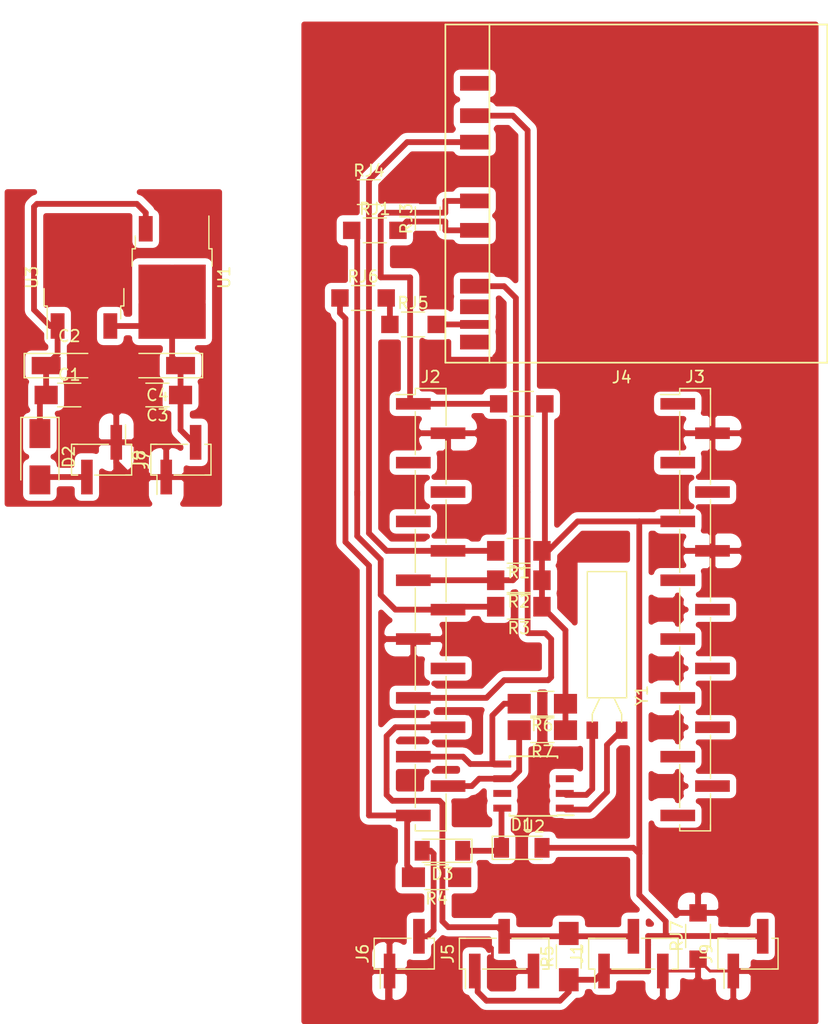
<source format=kicad_pcb>
(kicad_pcb (version 4) (host pcbnew 4.0.6)

  (general
    (links 80)
    (no_connects 6)
    (area 0 0 0 0)
    (thickness 1.6)
    (drawings 0)
    (tracks 226)
    (zones 0)
    (modules 34)
    (nets 22)
  )

  (page A4)
  (layers
    (0 F.Cu signal)
    (31 B.Cu signal)
    (32 B.Adhes user)
    (33 F.Adhes user)
    (34 B.Paste user)
    (35 F.Paste user)
    (36 B.SilkS user)
    (37 F.SilkS user)
    (38 B.Mask user)
    (39 F.Mask user)
    (40 Dwgs.User user)
    (41 Cmts.User user)
    (42 Eco1.User user)
    (43 Eco2.User user)
    (44 Edge.Cuts user)
    (45 Margin user)
    (46 B.CrtYd user)
    (47 F.CrtYd user)
    (48 B.Fab user)
    (49 F.Fab user)
  )

  (setup
    (last_trace_width 0.25)
    (trace_clearance 0.2)
    (zone_clearance 0.55)
    (zone_45_only yes)
    (trace_min 0.2)
    (segment_width 0.2)
    (edge_width 0.15)
    (via_size 0.6)
    (via_drill 0.4)
    (via_min_size 0.4)
    (via_min_drill 0.3)
    (uvia_size 0.3)
    (uvia_drill 0.1)
    (uvias_allowed no)
    (uvia_min_size 0.2)
    (uvia_min_drill 0.1)
    (pcb_text_width 0.3)
    (pcb_text_size 1.5 1.5)
    (mod_edge_width 0.15)
    (mod_text_size 1 1)
    (mod_text_width 0.15)
    (pad_size 1.5 1.5)
    (pad_drill 0)
    (pad_to_mask_clearance 0.2)
    (aux_axis_origin 0 0)
    (visible_elements 7FFFFF7F)
    (pcbplotparams
      (layerselection 0x00030_80000001)
      (usegerberextensions false)
      (excludeedgelayer true)
      (linewidth 0.100000)
      (plotframeref false)
      (viasonmask false)
      (mode 1)
      (useauxorigin false)
      (hpglpennumber 1)
      (hpglpenspeed 20)
      (hpglpendiameter 15)
      (hpglpenoverlay 2)
      (psnegative false)
      (psa4output false)
      (plotreference true)
      (plotvalue true)
      (plotinvisibletext false)
      (padsonsilk false)
      (subtractmaskfromsilk false)
      (outputformat 1)
      (mirror false)
      (drillshape 1)
      (scaleselection 1)
      (outputdirectory ""))
  )

  (net 0 "")
  (net 1 "Net-(C1-Pad1)")
  (net 2 1wire)
  (net 3 3V3)
  (net 4 "Net-(D1-Pad1)")
  (net 5 "Net-(D2-Pad2)")
  (net 6 "Net-(D3-Pad2)")
  (net 7 MISO)
  (net 8 CS)
  (net 9 SDA)
  (net 10 SD_D)
  (net 11 MOSI)
  (net 12 SCK)
  (net 13 SCL)
  (net 14 "Net-(U2-Pad1)")
  (net 15 "Net-(U2-Pad2)")
  (net 16 GND)
  (net 17 "Net-(C3-Pad1)")
  (net 18 "Net-(J2-Pad8)")
  (net 19 "Net-(C1-Pad2)")
  (net 20 "Net-(RJ5-Pad1)")
  (net 21 "Net-(J4-Pad10)")

  (net_class Default "To jest domyślna klasa połączeń."
    (clearance 0.2)
    (trace_width 0.25)
    (via_dia 0.6)
    (via_drill 0.4)
    (uvia_dia 0.3)
    (uvia_drill 0.1)
    (add_net GND)
  )

  (net_class Grubsze ""
    (clearance 0.2)
    (trace_width 0.5)
    (via_dia 0.6)
    (via_drill 0.4)
    (uvia_dia 0.3)
    (uvia_drill 0.1)
    (add_net 1wire)
    (add_net 3V3)
    (add_net CS)
    (add_net MISO)
    (add_net MOSI)
    (add_net "Net-(C1-Pad1)")
    (add_net "Net-(C1-Pad2)")
    (add_net "Net-(C3-Pad1)")
    (add_net "Net-(D1-Pad1)")
    (add_net "Net-(D2-Pad2)")
    (add_net "Net-(D3-Pad2)")
    (add_net "Net-(J2-Pad8)")
    (add_net "Net-(J4-Pad10)")
    (add_net "Net-(RJ5-Pad1)")
    (add_net "Net-(U2-Pad1)")
    (add_net "Net-(U2-Pad2)")
    (add_net SCK)
    (add_net SCL)
    (add_net SDA)
    (add_net SD_D)
  )

  (module Pin_Headers:Pin_Header_Straight_1x15_Pitch2.54mm_SMD_Pin1Left (layer F.Cu) (tedit 591F1990) (tstamp 591DD3F0)
    (at 137.16 104.14)
    (descr "surface-mounted straight pin header, 1x15, 2.54mm pitch, single row, style 1 (pin 1 left)")
    (tags "Surface mounted pin header SMD 1x15 2.54mm single row style1 pin1 left")
    (path /591DCC7A)
    (attr smd)
    (fp_text reference J2 (at 0 -20.11) (layer F.SilkS)
      (effects (font (size 1 1) (thickness 0.15)))
    )
    (fp_text value CONN_01X15 (at 0 20.11) (layer F.Fab) hide
      (effects (font (size 1 1) (thickness 0.15)))
    )
    (fp_line (start -1.27 -19.05) (end -1.27 19.05) (layer F.Fab) (width 0.1))
    (fp_line (start -1.27 19.05) (end 1.27 19.05) (layer F.Fab) (width 0.1))
    (fp_line (start 1.27 19.05) (end 1.27 -19.05) (layer F.Fab) (width 0.1))
    (fp_line (start 1.27 -19.05) (end -1.27 -19.05) (layer F.Fab) (width 0.1))
    (fp_line (start -1.27 -18.1) (end -1.27 -17.46) (layer F.Fab) (width 0.1))
    (fp_line (start -1.27 -17.46) (end -2.65 -17.46) (layer F.Fab) (width 0.1))
    (fp_line (start -2.65 -17.46) (end -2.65 -18.1) (layer F.Fab) (width 0.1))
    (fp_line (start -2.65 -18.1) (end -1.27 -18.1) (layer F.Fab) (width 0.1))
    (fp_line (start -1.27 -13.02) (end -1.27 -12.38) (layer F.Fab) (width 0.1))
    (fp_line (start -1.27 -12.38) (end -2.65 -12.38) (layer F.Fab) (width 0.1))
    (fp_line (start -2.65 -12.38) (end -2.65 -13.02) (layer F.Fab) (width 0.1))
    (fp_line (start -2.65 -13.02) (end -1.27 -13.02) (layer F.Fab) (width 0.1))
    (fp_line (start -1.27 -7.94) (end -1.27 -7.3) (layer F.Fab) (width 0.1))
    (fp_line (start -1.27 -7.3) (end -2.65 -7.3) (layer F.Fab) (width 0.1))
    (fp_line (start -2.65 -7.3) (end -2.65 -7.94) (layer F.Fab) (width 0.1))
    (fp_line (start -2.65 -7.94) (end -1.27 -7.94) (layer F.Fab) (width 0.1))
    (fp_line (start -1.27 -2.86) (end -1.27 -2.22) (layer F.Fab) (width 0.1))
    (fp_line (start -1.27 -2.22) (end -2.65 -2.22) (layer F.Fab) (width 0.1))
    (fp_line (start -2.65 -2.22) (end -2.65 -2.86) (layer F.Fab) (width 0.1))
    (fp_line (start -2.65 -2.86) (end -1.27 -2.86) (layer F.Fab) (width 0.1))
    (fp_line (start -1.27 2.22) (end -1.27 2.86) (layer F.Fab) (width 0.1))
    (fp_line (start -1.27 2.86) (end -2.65 2.86) (layer F.Fab) (width 0.1))
    (fp_line (start -2.65 2.86) (end -2.65 2.22) (layer F.Fab) (width 0.1))
    (fp_line (start -2.65 2.22) (end -1.27 2.22) (layer F.Fab) (width 0.1))
    (fp_line (start -1.27 7.3) (end -1.27 7.94) (layer F.Fab) (width 0.1))
    (fp_line (start -1.27 7.94) (end -2.65 7.94) (layer F.Fab) (width 0.1))
    (fp_line (start -2.65 7.94) (end -2.65 7.3) (layer F.Fab) (width 0.1))
    (fp_line (start -2.65 7.3) (end -1.27 7.3) (layer F.Fab) (width 0.1))
    (fp_line (start -1.27 12.38) (end -1.27 13.02) (layer F.Fab) (width 0.1))
    (fp_line (start -1.27 13.02) (end -2.65 13.02) (layer F.Fab) (width 0.1))
    (fp_line (start -2.65 13.02) (end -2.65 12.38) (layer F.Fab) (width 0.1))
    (fp_line (start -2.65 12.38) (end -1.27 12.38) (layer F.Fab) (width 0.1))
    (fp_line (start -1.27 17.46) (end -1.27 18.1) (layer F.Fab) (width 0.1))
    (fp_line (start -1.27 18.1) (end -2.65 18.1) (layer F.Fab) (width 0.1))
    (fp_line (start -2.65 18.1) (end -2.65 17.46) (layer F.Fab) (width 0.1))
    (fp_line (start -2.65 17.46) (end -1.27 17.46) (layer F.Fab) (width 0.1))
    (fp_line (start 1.27 -15.56) (end 1.27 -14.92) (layer F.Fab) (width 0.1))
    (fp_line (start 1.27 -14.92) (end 2.65 -14.92) (layer F.Fab) (width 0.1))
    (fp_line (start 2.65 -14.92) (end 2.65 -15.56) (layer F.Fab) (width 0.1))
    (fp_line (start 2.65 -15.56) (end 1.27 -15.56) (layer F.Fab) (width 0.1))
    (fp_line (start 1.27 -10.48) (end 1.27 -9.84) (layer F.Fab) (width 0.1))
    (fp_line (start 1.27 -9.84) (end 2.65 -9.84) (layer F.Fab) (width 0.1))
    (fp_line (start 2.65 -9.84) (end 2.65 -10.48) (layer F.Fab) (width 0.1))
    (fp_line (start 2.65 -10.48) (end 1.27 -10.48) (layer F.Fab) (width 0.1))
    (fp_line (start 1.27 -5.4) (end 1.27 -4.76) (layer F.Fab) (width 0.1))
    (fp_line (start 1.27 -4.76) (end 2.65 -4.76) (layer F.Fab) (width 0.1))
    (fp_line (start 2.65 -4.76) (end 2.65 -5.4) (layer F.Fab) (width 0.1))
    (fp_line (start 2.65 -5.4) (end 1.27 -5.4) (layer F.Fab) (width 0.1))
    (fp_line (start 1.27 -0.32) (end 1.27 0.32) (layer F.Fab) (width 0.1))
    (fp_line (start 1.27 0.32) (end 2.65 0.32) (layer F.Fab) (width 0.1))
    (fp_line (start 2.65 0.32) (end 2.65 -0.32) (layer F.Fab) (width 0.1))
    (fp_line (start 2.65 -0.32) (end 1.27 -0.32) (layer F.Fab) (width 0.1))
    (fp_line (start 1.27 4.76) (end 1.27 5.4) (layer F.Fab) (width 0.1))
    (fp_line (start 1.27 5.4) (end 2.65 5.4) (layer F.Fab) (width 0.1))
    (fp_line (start 2.65 5.4) (end 2.65 4.76) (layer F.Fab) (width 0.1))
    (fp_line (start 2.65 4.76) (end 1.27 4.76) (layer F.Fab) (width 0.1))
    (fp_line (start 1.27 9.84) (end 1.27 10.48) (layer F.Fab) (width 0.1))
    (fp_line (start 1.27 10.48) (end 2.65 10.48) (layer F.Fab) (width 0.1))
    (fp_line (start 2.65 10.48) (end 2.65 9.84) (layer F.Fab) (width 0.1))
    (fp_line (start 2.65 9.84) (end 1.27 9.84) (layer F.Fab) (width 0.1))
    (fp_line (start 1.27 14.92) (end 1.27 15.56) (layer F.Fab) (width 0.1))
    (fp_line (start 1.27 15.56) (end 2.65 15.56) (layer F.Fab) (width 0.1))
    (fp_line (start 2.65 15.56) (end 2.65 14.92) (layer F.Fab) (width 0.1))
    (fp_line (start 2.65 14.92) (end 1.27 14.92) (layer F.Fab) (width 0.1))
    (fp_line (start -1.33 -18.58) (end -1.33 -19.11) (layer F.SilkS) (width 0.12))
    (fp_line (start -1.33 -19.11) (end 1.33 -19.11) (layer F.SilkS) (width 0.12))
    (fp_line (start 1.33 -19.11) (end 1.33 -18.58) (layer F.SilkS) (width 0.12))
    (fp_line (start -1.33 18.58) (end -1.33 19.11) (layer F.SilkS) (width 0.12))
    (fp_line (start -1.33 19.11) (end 1.33 19.11) (layer F.SilkS) (width 0.12))
    (fp_line (start 1.33 19.11) (end 1.33 18.58) (layer F.SilkS) (width 0.12))
    (fp_line (start 1.33 -19.11) (end 1.33 -15.92) (layer F.SilkS) (width 0.12))
    (fp_line (start -1.33 -18.58) (end -3 -18.58) (layer F.SilkS) (width 0.12))
    (fp_line (start 1.33 -14.56) (end 1.33 -10.84) (layer F.SilkS) (width 0.12))
    (fp_line (start 1.33 -9.48) (end 1.33 -5.76) (layer F.SilkS) (width 0.12))
    (fp_line (start 1.33 -4.4) (end 1.33 -0.68) (layer F.SilkS) (width 0.12))
    (fp_line (start 1.33 0.68) (end 1.33 4.4) (layer F.SilkS) (width 0.12))
    (fp_line (start 1.33 5.76) (end 1.33 9.48) (layer F.SilkS) (width 0.12))
    (fp_line (start 1.33 10.84) (end 1.33 14.56) (layer F.SilkS) (width 0.12))
    (fp_line (start 1.33 15.92) (end 1.33 19.11) (layer F.SilkS) (width 0.12))
    (fp_line (start -1.33 -17.1) (end -1.33 -13.38) (layer F.SilkS) (width 0.12))
    (fp_line (start -1.33 -12.02) (end -1.33 -8.3) (layer F.SilkS) (width 0.12))
    (fp_line (start -1.33 -6.94) (end -1.33 -3.22) (layer F.SilkS) (width 0.12))
    (fp_line (start -1.33 -1.86) (end -1.33 1.86) (layer F.SilkS) (width 0.12))
    (fp_line (start -1.33 3.22) (end -1.33 6.94) (layer F.SilkS) (width 0.12))
    (fp_line (start -1.33 8.3) (end -1.33 12.02) (layer F.SilkS) (width 0.12))
    (fp_line (start -1.33 13.38) (end -1.33 17.1) (layer F.SilkS) (width 0.12))
    (fp_line (start -3.5 -19.6) (end -3.5 19.6) (layer F.CrtYd) (width 0.05))
    (fp_line (start -3.5 19.6) (end 3.5 19.6) (layer F.CrtYd) (width 0.05))
    (fp_line (start 3.5 19.6) (end 3.5 -19.6) (layer F.CrtYd) (width 0.05))
    (fp_line (start 3.5 -19.6) (end -3.5 -19.6) (layer F.CrtYd) (width 0.05))
    (fp_text user %R (at 0 -20.11) (layer F.Fab)
      (effects (font (size 1 1) (thickness 0.15)))
    )
    (pad 1 smd rect (at -1.5 -17.78) (size 3 1) (layers F.Cu F.Paste F.Mask)
      (net 3 3V3))
    (pad 3 smd rect (at -1.5 -12.7) (size 3 1) (layers F.Cu F.Paste F.Mask))
    (pad 5 smd rect (at -1.5 -7.62) (size 3 1) (layers F.Cu F.Paste F.Mask))
    (pad 7 smd rect (at -1.5 -2.54) (size 3 1) (layers F.Cu F.Paste F.Mask)
      (net 7 MISO))
    (pad 9 smd rect (at -1.5 2.54) (size 3 1) (layers F.Cu F.Paste F.Mask)
      (net 16 GND))
    (pad 11 smd rect (at -1.5 7.62) (size 3 1) (layers F.Cu F.Paste F.Mask)
      (net 8 CS))
    (pad 13 smd rect (at -1.5 12.7) (size 3 1) (layers F.Cu F.Paste F.Mask)
      (net 9 SDA))
    (pad 15 smd rect (at -1.5 17.78) (size 3 1) (layers F.Cu F.Paste F.Mask)
      (net 10 SD_D))
    (pad 2 smd rect (at 1.5 -15.24) (size 3 1) (layers F.Cu F.Paste F.Mask)
      (net 16 GND))
    (pad 4 smd rect (at 1.5 -10.16) (size 3 1) (layers F.Cu F.Paste F.Mask))
    (pad 6 smd rect (at 1.5 -5.08) (size 3 1) (layers F.Cu F.Paste F.Mask)
      (net 11 MOSI))
    (pad 8 smd rect (at 1.5 0) (size 3 1) (layers F.Cu F.Paste F.Mask)
      (net 18 "Net-(J2-Pad8)"))
    (pad 10 smd rect (at 1.5 5.08) (size 3 1) (layers F.Cu F.Paste F.Mask))
    (pad 12 smd rect (at 1.5 10.16) (size 3 1) (layers F.Cu F.Paste F.Mask)
      (net 2 1wire))
    (pad 14 smd rect (at 1.5 15.24) (size 3 1) (layers F.Cu F.Paste F.Mask)
      (net 13 SCL))
    (model ${KISYS3DMOD}/Pin_Headers.3dshapes/Pin_Header_Straight_1x15_Pitch2.54mm_SMD_Pin1Left.wrl
      (at (xyz 0 0 0))
      (scale (xyz 1 1 1))
      (rotate (xyz 0 0 0))
    )
  )

  (module Capacitors_SMD:C_1206_HandSoldering (layer F.Cu) (tedit 58AA84D1) (tstamp 591DD3B2)
    (at 105.918 85.598)
    (descr "Capacitor SMD 1206, hand soldering")
    (tags "capacitor 1206")
    (path /591E1A2B)
    (zone_connect 2)
    (attr smd)
    (fp_text reference C1 (at 0 -1.75) (layer F.SilkS)
      (effects (font (size 1 1) (thickness 0.15)))
    )
    (fp_text value 10nF (at 0 2) (layer F.Fab)
      (effects (font (size 1 1) (thickness 0.15)))
    )
    (fp_text user %R (at 0 -1.75) (layer F.Fab)
      (effects (font (size 1 1) (thickness 0.15)))
    )
    (fp_line (start -1.6 0.8) (end -1.6 -0.8) (layer F.Fab) (width 0.1))
    (fp_line (start 1.6 0.8) (end -1.6 0.8) (layer F.Fab) (width 0.1))
    (fp_line (start 1.6 -0.8) (end 1.6 0.8) (layer F.Fab) (width 0.1))
    (fp_line (start -1.6 -0.8) (end 1.6 -0.8) (layer F.Fab) (width 0.1))
    (fp_line (start 1 -1.02) (end -1 -1.02) (layer F.SilkS) (width 0.12))
    (fp_line (start -1 1.02) (end 1 1.02) (layer F.SilkS) (width 0.12))
    (fp_line (start -3.25 -1.05) (end 3.25 -1.05) (layer F.CrtYd) (width 0.05))
    (fp_line (start -3.25 -1.05) (end -3.25 1.05) (layer F.CrtYd) (width 0.05))
    (fp_line (start 3.25 1.05) (end 3.25 -1.05) (layer F.CrtYd) (width 0.05))
    (fp_line (start 3.25 1.05) (end -3.25 1.05) (layer F.CrtYd) (width 0.05))
    (pad 1 smd rect (at -2 0) (size 2 1.6) (layers F.Cu F.Paste F.Mask)
      (net 1 "Net-(C1-Pad1)") (zone_connect 2))
    (pad 2 smd rect (at 2 0) (size 2 1.6) (layers F.Cu F.Paste F.Mask)
      (net 19 "Net-(C1-Pad2)") (zone_connect 2))
    (model Capacitors_SMD.3dshapes/C_1206.wrl
      (at (xyz 0 0 0))
      (scale (xyz 1 1 1))
      (rotate (xyz 0 0 0))
    )
  )

  (module Capacitors_Tantalum_SMD:CP_Tantalum_Case-A_EIA-3216-18_Hand (layer F.Cu) (tedit 591F15DA) (tstamp 591DD3B8)
    (at 105.918 83.058)
    (descr "Tantalum capacitor, Case A, EIA 3216-18, 3.2x1.6x1.6mm, Hand soldering footprint")
    (tags "capacitor tantalum smd")
    (path /591E1ABE)
    (zone_connect 2)
    (attr smd)
    (fp_text reference C2 (at 0 -2.55) (layer F.SilkS)
      (effects (font (size 1 1) (thickness 0.15)))
    )
    (fp_text value 10uF (at 0 2.55) (layer F.Fab)
      (effects (font (size 1 1) (thickness 0.15)))
    )
    (fp_line (start -4 -1.2) (end -4 1.2) (layer F.CrtYd) (width 0.05))
    (fp_line (start -4 1.2) (end 4 1.2) (layer F.CrtYd) (width 0.05))
    (fp_line (start 4 1.2) (end 4 -1.2) (layer F.CrtYd) (width 0.05))
    (fp_line (start 4 -1.2) (end -4 -1.2) (layer F.CrtYd) (width 0.05))
    (fp_line (start -1.6 -0.8) (end -1.6 0.8) (layer F.Fab) (width 0.1))
    (fp_line (start -1.6 0.8) (end 1.6 0.8) (layer F.Fab) (width 0.1))
    (fp_line (start 1.6 0.8) (end 1.6 -0.8) (layer F.Fab) (width 0.1))
    (fp_line (start 1.6 -0.8) (end -1.6 -0.8) (layer F.Fab) (width 0.1))
    (fp_line (start -1.28 -0.8) (end -1.28 0.8) (layer F.Fab) (width 0.1))
    (fp_line (start -1.12 -0.8) (end -1.12 0.8) (layer F.Fab) (width 0.1))
    (fp_line (start -3.9 -1.05) (end 1.6 -1.05) (layer F.SilkS) (width 0.12))
    (fp_line (start -3.9 1.05) (end 1.6 1.05) (layer F.SilkS) (width 0.12))
    (fp_line (start -3.9 -1.05) (end -3.9 1.05) (layer F.SilkS) (width 0.12))
    (pad 1 smd rect (at -2 0) (size 2.5 1.5) (layers F.Cu F.Paste F.Mask)
      (net 1 "Net-(C1-Pad1)") (zone_connect 2))
    (pad 2 smd rect (at 2 0) (size 2.5 1.5) (layers F.Cu F.Paste F.Mask)
      (net 19 "Net-(C1-Pad2)") (zone_connect 2))
    (model Capacitors_Tantalum_SMD.3dshapes/CP_Tantalum_Case-A_EIA-3216-18.wrl
      (at (xyz 0 0 0))
      (scale (xyz 1 1 1))
      (rotate (xyz 0 0 0))
    )
  )

  (module Capacitors_SMD:C_1206_HandSoldering (layer F.Cu) (tedit 58AA84D1) (tstamp 591DD3BE)
    (at 113.538 85.598 180)
    (descr "Capacitor SMD 1206, hand soldering")
    (tags "capacitor 1206")
    (path /591E1D93)
    (zone_connect 2)
    (attr smd)
    (fp_text reference C3 (at 0 -1.75 180) (layer F.SilkS)
      (effects (font (size 1 1) (thickness 0.15)))
    )
    (fp_text value 10nF (at 0 2 180) (layer F.Fab)
      (effects (font (size 1 1) (thickness 0.15)))
    )
    (fp_text user %R (at 0 -1.75 180) (layer F.Fab)
      (effects (font (size 1 1) (thickness 0.15)))
    )
    (fp_line (start -1.6 0.8) (end -1.6 -0.8) (layer F.Fab) (width 0.1))
    (fp_line (start 1.6 0.8) (end -1.6 0.8) (layer F.Fab) (width 0.1))
    (fp_line (start 1.6 -0.8) (end 1.6 0.8) (layer F.Fab) (width 0.1))
    (fp_line (start -1.6 -0.8) (end 1.6 -0.8) (layer F.Fab) (width 0.1))
    (fp_line (start 1 -1.02) (end -1 -1.02) (layer F.SilkS) (width 0.12))
    (fp_line (start -1 1.02) (end 1 1.02) (layer F.SilkS) (width 0.12))
    (fp_line (start -3.25 -1.05) (end 3.25 -1.05) (layer F.CrtYd) (width 0.05))
    (fp_line (start -3.25 -1.05) (end -3.25 1.05) (layer F.CrtYd) (width 0.05))
    (fp_line (start 3.25 1.05) (end 3.25 -1.05) (layer F.CrtYd) (width 0.05))
    (fp_line (start 3.25 1.05) (end -3.25 1.05) (layer F.CrtYd) (width 0.05))
    (pad 1 smd rect (at -2 0 180) (size 2 1.6) (layers F.Cu F.Paste F.Mask)
      (net 17 "Net-(C3-Pad1)") (zone_connect 2))
    (pad 2 smd rect (at 2 0 180) (size 2 1.6) (layers F.Cu F.Paste F.Mask)
      (net 19 "Net-(C1-Pad2)") (zone_connect 2))
    (model Capacitors_SMD.3dshapes/C_1206.wrl
      (at (xyz 0 0 0))
      (scale (xyz 1 1 1))
      (rotate (xyz 0 0 0))
    )
  )

  (module Capacitors_Tantalum_SMD:CP_Tantalum_Case-A_EIA-3216-18_Hand (layer F.Cu) (tedit 591F15E2) (tstamp 591DD3C4)
    (at 113.538 83.058 180)
    (descr "Tantalum capacitor, Case A, EIA 3216-18, 3.2x1.6x1.6mm, Hand soldering footprint")
    (tags "capacitor tantalum smd")
    (path /591E1E6F)
    (zone_connect 2)
    (attr smd)
    (fp_text reference C4 (at 0 -2.55 180) (layer F.SilkS)
      (effects (font (size 1 1) (thickness 0.15)))
    )
    (fp_text value 10uF (at 0 2.55 180) (layer F.Fab)
      (effects (font (size 1 1) (thickness 0.15)))
    )
    (fp_line (start -4 -1.2) (end -4 1.2) (layer F.CrtYd) (width 0.05))
    (fp_line (start -4 1.2) (end 4 1.2) (layer F.CrtYd) (width 0.05))
    (fp_line (start 4 1.2) (end 4 -1.2) (layer F.CrtYd) (width 0.05))
    (fp_line (start 4 -1.2) (end -4 -1.2) (layer F.CrtYd) (width 0.05))
    (fp_line (start -1.6 -0.8) (end -1.6 0.8) (layer F.Fab) (width 0.1))
    (fp_line (start -1.6 0.8) (end 1.6 0.8) (layer F.Fab) (width 0.1))
    (fp_line (start 1.6 0.8) (end 1.6 -0.8) (layer F.Fab) (width 0.1))
    (fp_line (start 1.6 -0.8) (end -1.6 -0.8) (layer F.Fab) (width 0.1))
    (fp_line (start -1.28 -0.8) (end -1.28 0.8) (layer F.Fab) (width 0.1))
    (fp_line (start -1.12 -0.8) (end -1.12 0.8) (layer F.Fab) (width 0.1))
    (fp_line (start -3.9 -1.05) (end 1.6 -1.05) (layer F.SilkS) (width 0.12))
    (fp_line (start -3.9 1.05) (end 1.6 1.05) (layer F.SilkS) (width 0.12))
    (fp_line (start -3.9 -1.05) (end -3.9 1.05) (layer F.SilkS) (width 0.12))
    (pad 1 smd rect (at -2 0 180) (size 2.5 1.5) (layers F.Cu F.Paste F.Mask)
      (net 17 "Net-(C3-Pad1)") (zone_connect 2))
    (pad 2 smd rect (at 2 0 180) (size 2.5 1.5) (layers F.Cu F.Paste F.Mask)
      (net 19 "Net-(C1-Pad2)") (zone_connect 2))
    (model Capacitors_Tantalum_SMD.3dshapes/CP_Tantalum_Case-A_EIA-3216-18.wrl
      (at (xyz 0 0 0))
      (scale (xyz 1 1 1))
      (rotate (xyz 0 0 0))
    )
  )

  (module Diodes_SMD:D_MiniMELF (layer F.Cu) (tedit 5905D8F5) (tstamp 591DD3CA)
    (at 145.034 124.714)
    (descr "Diode Mini-MELF")
    (tags "Diode Mini-MELF")
    (path /591DF401)
    (attr smd)
    (fp_text reference D1 (at 0 -2) (layer F.SilkS)
      (effects (font (size 1 1) (thickness 0.15)))
    )
    (fp_text value 1N4148 (at 0 1.75) (layer F.Fab)
      (effects (font (size 1 1) (thickness 0.15)))
    )
    (fp_text user %R (at 0 -2) (layer F.Fab)
      (effects (font (size 1 1) (thickness 0.15)))
    )
    (fp_line (start 1.75 -1) (end -2.55 -1) (layer F.SilkS) (width 0.12))
    (fp_line (start -2.55 -1) (end -2.55 1) (layer F.SilkS) (width 0.12))
    (fp_line (start -2.55 1) (end 1.75 1) (layer F.SilkS) (width 0.12))
    (fp_line (start 1.65 -0.8) (end 1.65 0.8) (layer F.Fab) (width 0.1))
    (fp_line (start 1.65 0.8) (end -1.65 0.8) (layer F.Fab) (width 0.1))
    (fp_line (start -1.65 0.8) (end -1.65 -0.8) (layer F.Fab) (width 0.1))
    (fp_line (start -1.65 -0.8) (end 1.65 -0.8) (layer F.Fab) (width 0.1))
    (fp_line (start 0.25 0) (end 0.75 0) (layer F.Fab) (width 0.1))
    (fp_line (start 0.25 0.4) (end -0.35 0) (layer F.Fab) (width 0.1))
    (fp_line (start 0.25 -0.4) (end 0.25 0.4) (layer F.Fab) (width 0.1))
    (fp_line (start -0.35 0) (end 0.25 -0.4) (layer F.Fab) (width 0.1))
    (fp_line (start -0.35 0) (end -0.35 0.55) (layer F.Fab) (width 0.1))
    (fp_line (start -0.35 0) (end -0.35 -0.55) (layer F.Fab) (width 0.1))
    (fp_line (start -0.75 0) (end -0.35 0) (layer F.Fab) (width 0.1))
    (fp_line (start -2.65 -1.1) (end 2.65 -1.1) (layer F.CrtYd) (width 0.05))
    (fp_line (start 2.65 -1.1) (end 2.65 1.1) (layer F.CrtYd) (width 0.05))
    (fp_line (start 2.65 1.1) (end -2.65 1.1) (layer F.CrtYd) (width 0.05))
    (fp_line (start -2.65 1.1) (end -2.65 -1.1) (layer F.CrtYd) (width 0.05))
    (pad 1 smd rect (at -1.75 0) (size 1.3 1.7) (layers F.Cu F.Paste F.Mask)
      (net 4 "Net-(D1-Pad1)"))
    (pad 2 smd rect (at 1.75 0) (size 1.3 1.7) (layers F.Cu F.Paste F.Mask)
      (net 3 3V3))
    (model ${KISYS3DMOD}/Diodes_SMD.3dshapes/D_MiniMELF.wrl
      (at (xyz 0 0 0))
      (scale (xyz 1 1 1))
      (rotate (xyz 0 0 0))
    )
  )

  (module Diodes_SMD:D_SMA (layer F.Cu) (tedit 586432E5) (tstamp 591DD3D0)
    (at 103.378 90.932 270)
    (descr "Diode SMA")
    (tags "Diode SMA")
    (path /591E10E9)
    (attr smd)
    (fp_text reference D2 (at 0 -2.5 270) (layer F.SilkS)
      (effects (font (size 1 1) (thickness 0.15)))
    )
    (fp_text value 1N4007 (at 0 2.6 270) (layer F.Fab)
      (effects (font (size 1 1) (thickness 0.15)))
    )
    (fp_text user %R (at 0 -2.5 270) (layer F.Fab)
      (effects (font (size 1 1) (thickness 0.15)))
    )
    (fp_line (start -3.4 -1.65) (end -3.4 1.65) (layer F.SilkS) (width 0.12))
    (fp_line (start 2.3 1.5) (end -2.3 1.5) (layer F.Fab) (width 0.1))
    (fp_line (start -2.3 1.5) (end -2.3 -1.5) (layer F.Fab) (width 0.1))
    (fp_line (start 2.3 -1.5) (end 2.3 1.5) (layer F.Fab) (width 0.1))
    (fp_line (start 2.3 -1.5) (end -2.3 -1.5) (layer F.Fab) (width 0.1))
    (fp_line (start -3.5 -1.75) (end 3.5 -1.75) (layer F.CrtYd) (width 0.05))
    (fp_line (start 3.5 -1.75) (end 3.5 1.75) (layer F.CrtYd) (width 0.05))
    (fp_line (start 3.5 1.75) (end -3.5 1.75) (layer F.CrtYd) (width 0.05))
    (fp_line (start -3.5 1.75) (end -3.5 -1.75) (layer F.CrtYd) (width 0.05))
    (fp_line (start -0.64944 0.00102) (end -1.55114 0.00102) (layer F.Fab) (width 0.1))
    (fp_line (start 0.50118 0.00102) (end 1.4994 0.00102) (layer F.Fab) (width 0.1))
    (fp_line (start -0.64944 -0.79908) (end -0.64944 0.80112) (layer F.Fab) (width 0.1))
    (fp_line (start 0.50118 0.75032) (end 0.50118 -0.79908) (layer F.Fab) (width 0.1))
    (fp_line (start -0.64944 0.00102) (end 0.50118 0.75032) (layer F.Fab) (width 0.1))
    (fp_line (start -0.64944 0.00102) (end 0.50118 -0.79908) (layer F.Fab) (width 0.1))
    (fp_line (start -3.4 1.65) (end 2 1.65) (layer F.SilkS) (width 0.12))
    (fp_line (start -3.4 -1.65) (end 2 -1.65) (layer F.SilkS) (width 0.12))
    (pad 1 smd rect (at -2 0 270) (size 2.5 1.8) (layers F.Cu F.Paste F.Mask)
      (net 1 "Net-(C1-Pad1)"))
    (pad 2 smd rect (at 2 0 270) (size 2.5 1.8) (layers F.Cu F.Paste F.Mask)
      (net 5 "Net-(D2-Pad2)"))
    (model ${KISYS3DMOD}/Diodes_SMD.3dshapes/D_SMA.wrl
      (at (xyz 0 0 0))
      (scale (xyz 1 1 1))
      (rotate (xyz 0 0 0))
    )
  )

  (module Diodes_SMD:D_MiniMELF (layer F.Cu) (tedit 5905D8F5) (tstamp 591DD3D6)
    (at 138.176 124.968 180)
    (descr "Diode Mini-MELF")
    (tags "Diode Mini-MELF")
    (path /591DF21A)
    (attr smd)
    (fp_text reference D3 (at 0 -2 180) (layer F.SilkS)
      (effects (font (size 1 1) (thickness 0.15)))
    )
    (fp_text value 1N4148 (at 0 1.75 180) (layer F.Fab)
      (effects (font (size 1 1) (thickness 0.15)))
    )
    (fp_text user %R (at 0 -2 180) (layer F.Fab)
      (effects (font (size 1 1) (thickness 0.15)))
    )
    (fp_line (start 1.75 -1) (end -2.55 -1) (layer F.SilkS) (width 0.12))
    (fp_line (start -2.55 -1) (end -2.55 1) (layer F.SilkS) (width 0.12))
    (fp_line (start -2.55 1) (end 1.75 1) (layer F.SilkS) (width 0.12))
    (fp_line (start 1.65 -0.8) (end 1.65 0.8) (layer F.Fab) (width 0.1))
    (fp_line (start 1.65 0.8) (end -1.65 0.8) (layer F.Fab) (width 0.1))
    (fp_line (start -1.65 0.8) (end -1.65 -0.8) (layer F.Fab) (width 0.1))
    (fp_line (start -1.65 -0.8) (end 1.65 -0.8) (layer F.Fab) (width 0.1))
    (fp_line (start 0.25 0) (end 0.75 0) (layer F.Fab) (width 0.1))
    (fp_line (start 0.25 0.4) (end -0.35 0) (layer F.Fab) (width 0.1))
    (fp_line (start 0.25 -0.4) (end 0.25 0.4) (layer F.Fab) (width 0.1))
    (fp_line (start -0.35 0) (end 0.25 -0.4) (layer F.Fab) (width 0.1))
    (fp_line (start -0.35 0) (end -0.35 0.55) (layer F.Fab) (width 0.1))
    (fp_line (start -0.35 0) (end -0.35 -0.55) (layer F.Fab) (width 0.1))
    (fp_line (start -0.75 0) (end -0.35 0) (layer F.Fab) (width 0.1))
    (fp_line (start -2.65 -1.1) (end 2.65 -1.1) (layer F.CrtYd) (width 0.05))
    (fp_line (start 2.65 -1.1) (end 2.65 1.1) (layer F.CrtYd) (width 0.05))
    (fp_line (start 2.65 1.1) (end -2.65 1.1) (layer F.CrtYd) (width 0.05))
    (fp_line (start -2.65 1.1) (end -2.65 -1.1) (layer F.CrtYd) (width 0.05))
    (pad 1 smd rect (at -1.75 0 180) (size 1.3 1.7) (layers F.Cu F.Paste F.Mask)
      (net 4 "Net-(D1-Pad1)"))
    (pad 2 smd rect (at 1.75 0 180) (size 1.3 1.7) (layers F.Cu F.Paste F.Mask)
      (net 6 "Net-(D3-Pad2)"))
    (model ${KISYS3DMOD}/Diodes_SMD.3dshapes/D_MiniMELF.wrl
      (at (xyz 0 0 0))
      (scale (xyz 1 1 1))
      (rotate (xyz 0 0 0))
    )
  )

  (module Pin_Headers:Pin_Header_Straight_1x03_Pitch2.54mm_SMD_Pin1Left (layer F.Cu) (tedit 591F19A7) (tstamp 591DD3DD)
    (at 154.686 133.858 90)
    (descr "surface-mounted straight pin header, 1x03, 2.54mm pitch, single row, style 1 (pin 1 left)")
    (tags "Surface mounted pin header SMD 1x03 2.54mm single row style1 pin1 left")
    (path /591DD1E5)
    (attr smd)
    (fp_text reference J1 (at 0 -4.87 90) (layer F.SilkS)
      (effects (font (size 1 1) (thickness 0.15)))
    )
    (fp_text value CONN_01X03 (at 0 4.87 90) (layer F.Fab) hide
      (effects (font (size 1 1) (thickness 0.15)))
    )
    (fp_line (start -1.27 -3.81) (end -1.27 3.81) (layer F.Fab) (width 0.1))
    (fp_line (start -1.27 3.81) (end 1.27 3.81) (layer F.Fab) (width 0.1))
    (fp_line (start 1.27 3.81) (end 1.27 -3.81) (layer F.Fab) (width 0.1))
    (fp_line (start 1.27 -3.81) (end -1.27 -3.81) (layer F.Fab) (width 0.1))
    (fp_line (start -1.27 -2.86) (end -1.27 -2.22) (layer F.Fab) (width 0.1))
    (fp_line (start -1.27 -2.22) (end -2.65 -2.22) (layer F.Fab) (width 0.1))
    (fp_line (start -2.65 -2.22) (end -2.65 -2.86) (layer F.Fab) (width 0.1))
    (fp_line (start -2.65 -2.86) (end -1.27 -2.86) (layer F.Fab) (width 0.1))
    (fp_line (start -1.27 2.22) (end -1.27 2.86) (layer F.Fab) (width 0.1))
    (fp_line (start -1.27 2.86) (end -2.65 2.86) (layer F.Fab) (width 0.1))
    (fp_line (start -2.65 2.86) (end -2.65 2.22) (layer F.Fab) (width 0.1))
    (fp_line (start -2.65 2.22) (end -1.27 2.22) (layer F.Fab) (width 0.1))
    (fp_line (start 1.27 -0.32) (end 1.27 0.32) (layer F.Fab) (width 0.1))
    (fp_line (start 1.27 0.32) (end 2.65 0.32) (layer F.Fab) (width 0.1))
    (fp_line (start 2.65 0.32) (end 2.65 -0.32) (layer F.Fab) (width 0.1))
    (fp_line (start 2.65 -0.32) (end 1.27 -0.32) (layer F.Fab) (width 0.1))
    (fp_line (start -1.33 -3.34) (end -1.33 -3.87) (layer F.SilkS) (width 0.12))
    (fp_line (start -1.33 -3.87) (end 1.33 -3.87) (layer F.SilkS) (width 0.12))
    (fp_line (start 1.33 -3.87) (end 1.33 -3.34) (layer F.SilkS) (width 0.12))
    (fp_line (start -1.33 3.34) (end -1.33 3.87) (layer F.SilkS) (width 0.12))
    (fp_line (start -1.33 3.87) (end 1.33 3.87) (layer F.SilkS) (width 0.12))
    (fp_line (start 1.33 3.87) (end 1.33 3.34) (layer F.SilkS) (width 0.12))
    (fp_line (start 1.33 -3.87) (end 1.33 -0.68) (layer F.SilkS) (width 0.12))
    (fp_line (start -1.33 -3.34) (end -3 -3.34) (layer F.SilkS) (width 0.12))
    (fp_line (start 1.33 0.68) (end 1.33 3.87) (layer F.SilkS) (width 0.12))
    (fp_line (start -1.33 -1.86) (end -1.33 1.86) (layer F.SilkS) (width 0.12))
    (fp_line (start -3.5 -4.35) (end -3.5 4.35) (layer F.CrtYd) (width 0.05))
    (fp_line (start -3.5 4.35) (end 3.5 4.35) (layer F.CrtYd) (width 0.05))
    (fp_line (start 3.5 4.35) (end 3.5 -4.35) (layer F.CrtYd) (width 0.05))
    (fp_line (start 3.5 -4.35) (end -3.5 -4.35) (layer F.CrtYd) (width 0.05))
    (fp_text user %R (at 0 -4.87 90) (layer F.Fab)
      (effects (font (size 1 1) (thickness 0.15)))
    )
    (pad 1 smd rect (at -1.5 -2.54 90) (size 3 1) (layers F.Cu F.Paste F.Mask)
      (net 3 3V3))
    (pad 3 smd rect (at -1.5 2.54 90) (size 3 1) (layers F.Cu F.Paste F.Mask)
      (net 16 GND))
    (pad 2 smd rect (at 1.5 0 90) (size 3 1) (layers F.Cu F.Paste F.Mask)
      (net 2 1wire))
    (model ${KISYS3DMOD}/Pin_Headers.3dshapes/Pin_Header_Straight_1x03_Pitch2.54mm_SMD_Pin1Left.wrl
      (at (xyz 0 0 0))
      (scale (xyz 1 1 1))
      (rotate (xyz 0 0 0))
    )
  )

  (module Pin_Headers:Pin_Header_Straight_1x15_Pitch2.54mm_SMD_Pin1Left (layer F.Cu) (tedit 591F199A) (tstamp 591DD403)
    (at 160.02 104.14)
    (descr "surface-mounted straight pin header, 1x15, 2.54mm pitch, single row, style 1 (pin 1 left)")
    (tags "Surface mounted pin header SMD 1x15 2.54mm single row style1 pin1 left")
    (path /591DCD63)
    (attr smd)
    (fp_text reference J3 (at 0 -20.11) (layer F.SilkS)
      (effects (font (size 1 1) (thickness 0.15)))
    )
    (fp_text value CONN_01X15 (at 0 20.11) (layer F.Fab) hide
      (effects (font (size 1 1) (thickness 0.15)))
    )
    (fp_line (start -1.27 -19.05) (end -1.27 19.05) (layer F.Fab) (width 0.1))
    (fp_line (start -1.27 19.05) (end 1.27 19.05) (layer F.Fab) (width 0.1))
    (fp_line (start 1.27 19.05) (end 1.27 -19.05) (layer F.Fab) (width 0.1))
    (fp_line (start 1.27 -19.05) (end -1.27 -19.05) (layer F.Fab) (width 0.1))
    (fp_line (start -1.27 -18.1) (end -1.27 -17.46) (layer F.Fab) (width 0.1))
    (fp_line (start -1.27 -17.46) (end -2.65 -17.46) (layer F.Fab) (width 0.1))
    (fp_line (start -2.65 -17.46) (end -2.65 -18.1) (layer F.Fab) (width 0.1))
    (fp_line (start -2.65 -18.1) (end -1.27 -18.1) (layer F.Fab) (width 0.1))
    (fp_line (start -1.27 -13.02) (end -1.27 -12.38) (layer F.Fab) (width 0.1))
    (fp_line (start -1.27 -12.38) (end -2.65 -12.38) (layer F.Fab) (width 0.1))
    (fp_line (start -2.65 -12.38) (end -2.65 -13.02) (layer F.Fab) (width 0.1))
    (fp_line (start -2.65 -13.02) (end -1.27 -13.02) (layer F.Fab) (width 0.1))
    (fp_line (start -1.27 -7.94) (end -1.27 -7.3) (layer F.Fab) (width 0.1))
    (fp_line (start -1.27 -7.3) (end -2.65 -7.3) (layer F.Fab) (width 0.1))
    (fp_line (start -2.65 -7.3) (end -2.65 -7.94) (layer F.Fab) (width 0.1))
    (fp_line (start -2.65 -7.94) (end -1.27 -7.94) (layer F.Fab) (width 0.1))
    (fp_line (start -1.27 -2.86) (end -1.27 -2.22) (layer F.Fab) (width 0.1))
    (fp_line (start -1.27 -2.22) (end -2.65 -2.22) (layer F.Fab) (width 0.1))
    (fp_line (start -2.65 -2.22) (end -2.65 -2.86) (layer F.Fab) (width 0.1))
    (fp_line (start -2.65 -2.86) (end -1.27 -2.86) (layer F.Fab) (width 0.1))
    (fp_line (start -1.27 2.22) (end -1.27 2.86) (layer F.Fab) (width 0.1))
    (fp_line (start -1.27 2.86) (end -2.65 2.86) (layer F.Fab) (width 0.1))
    (fp_line (start -2.65 2.86) (end -2.65 2.22) (layer F.Fab) (width 0.1))
    (fp_line (start -2.65 2.22) (end -1.27 2.22) (layer F.Fab) (width 0.1))
    (fp_line (start -1.27 7.3) (end -1.27 7.94) (layer F.Fab) (width 0.1))
    (fp_line (start -1.27 7.94) (end -2.65 7.94) (layer F.Fab) (width 0.1))
    (fp_line (start -2.65 7.94) (end -2.65 7.3) (layer F.Fab) (width 0.1))
    (fp_line (start -2.65 7.3) (end -1.27 7.3) (layer F.Fab) (width 0.1))
    (fp_line (start -1.27 12.38) (end -1.27 13.02) (layer F.Fab) (width 0.1))
    (fp_line (start -1.27 13.02) (end -2.65 13.02) (layer F.Fab) (width 0.1))
    (fp_line (start -2.65 13.02) (end -2.65 12.38) (layer F.Fab) (width 0.1))
    (fp_line (start -2.65 12.38) (end -1.27 12.38) (layer F.Fab) (width 0.1))
    (fp_line (start -1.27 17.46) (end -1.27 18.1) (layer F.Fab) (width 0.1))
    (fp_line (start -1.27 18.1) (end -2.65 18.1) (layer F.Fab) (width 0.1))
    (fp_line (start -2.65 18.1) (end -2.65 17.46) (layer F.Fab) (width 0.1))
    (fp_line (start -2.65 17.46) (end -1.27 17.46) (layer F.Fab) (width 0.1))
    (fp_line (start 1.27 -15.56) (end 1.27 -14.92) (layer F.Fab) (width 0.1))
    (fp_line (start 1.27 -14.92) (end 2.65 -14.92) (layer F.Fab) (width 0.1))
    (fp_line (start 2.65 -14.92) (end 2.65 -15.56) (layer F.Fab) (width 0.1))
    (fp_line (start 2.65 -15.56) (end 1.27 -15.56) (layer F.Fab) (width 0.1))
    (fp_line (start 1.27 -10.48) (end 1.27 -9.84) (layer F.Fab) (width 0.1))
    (fp_line (start 1.27 -9.84) (end 2.65 -9.84) (layer F.Fab) (width 0.1))
    (fp_line (start 2.65 -9.84) (end 2.65 -10.48) (layer F.Fab) (width 0.1))
    (fp_line (start 2.65 -10.48) (end 1.27 -10.48) (layer F.Fab) (width 0.1))
    (fp_line (start 1.27 -5.4) (end 1.27 -4.76) (layer F.Fab) (width 0.1))
    (fp_line (start 1.27 -4.76) (end 2.65 -4.76) (layer F.Fab) (width 0.1))
    (fp_line (start 2.65 -4.76) (end 2.65 -5.4) (layer F.Fab) (width 0.1))
    (fp_line (start 2.65 -5.4) (end 1.27 -5.4) (layer F.Fab) (width 0.1))
    (fp_line (start 1.27 -0.32) (end 1.27 0.32) (layer F.Fab) (width 0.1))
    (fp_line (start 1.27 0.32) (end 2.65 0.32) (layer F.Fab) (width 0.1))
    (fp_line (start 2.65 0.32) (end 2.65 -0.32) (layer F.Fab) (width 0.1))
    (fp_line (start 2.65 -0.32) (end 1.27 -0.32) (layer F.Fab) (width 0.1))
    (fp_line (start 1.27 4.76) (end 1.27 5.4) (layer F.Fab) (width 0.1))
    (fp_line (start 1.27 5.4) (end 2.65 5.4) (layer F.Fab) (width 0.1))
    (fp_line (start 2.65 5.4) (end 2.65 4.76) (layer F.Fab) (width 0.1))
    (fp_line (start 2.65 4.76) (end 1.27 4.76) (layer F.Fab) (width 0.1))
    (fp_line (start 1.27 9.84) (end 1.27 10.48) (layer F.Fab) (width 0.1))
    (fp_line (start 1.27 10.48) (end 2.65 10.48) (layer F.Fab) (width 0.1))
    (fp_line (start 2.65 10.48) (end 2.65 9.84) (layer F.Fab) (width 0.1))
    (fp_line (start 2.65 9.84) (end 1.27 9.84) (layer F.Fab) (width 0.1))
    (fp_line (start 1.27 14.92) (end 1.27 15.56) (layer F.Fab) (width 0.1))
    (fp_line (start 1.27 15.56) (end 2.65 15.56) (layer F.Fab) (width 0.1))
    (fp_line (start 2.65 15.56) (end 2.65 14.92) (layer F.Fab) (width 0.1))
    (fp_line (start 2.65 14.92) (end 1.27 14.92) (layer F.Fab) (width 0.1))
    (fp_line (start -1.33 -18.58) (end -1.33 -19.11) (layer F.SilkS) (width 0.12))
    (fp_line (start -1.33 -19.11) (end 1.33 -19.11) (layer F.SilkS) (width 0.12))
    (fp_line (start 1.33 -19.11) (end 1.33 -18.58) (layer F.SilkS) (width 0.12))
    (fp_line (start -1.33 18.58) (end -1.33 19.11) (layer F.SilkS) (width 0.12))
    (fp_line (start -1.33 19.11) (end 1.33 19.11) (layer F.SilkS) (width 0.12))
    (fp_line (start 1.33 19.11) (end 1.33 18.58) (layer F.SilkS) (width 0.12))
    (fp_line (start 1.33 -19.11) (end 1.33 -15.92) (layer F.SilkS) (width 0.12))
    (fp_line (start -1.33 -18.58) (end -3 -18.58) (layer F.SilkS) (width 0.12))
    (fp_line (start 1.33 -14.56) (end 1.33 -10.84) (layer F.SilkS) (width 0.12))
    (fp_line (start 1.33 -9.48) (end 1.33 -5.76) (layer F.SilkS) (width 0.12))
    (fp_line (start 1.33 -4.4) (end 1.33 -0.68) (layer F.SilkS) (width 0.12))
    (fp_line (start 1.33 0.68) (end 1.33 4.4) (layer F.SilkS) (width 0.12))
    (fp_line (start 1.33 5.76) (end 1.33 9.48) (layer F.SilkS) (width 0.12))
    (fp_line (start 1.33 10.84) (end 1.33 14.56) (layer F.SilkS) (width 0.12))
    (fp_line (start 1.33 15.92) (end 1.33 19.11) (layer F.SilkS) (width 0.12))
    (fp_line (start -1.33 -17.1) (end -1.33 -13.38) (layer F.SilkS) (width 0.12))
    (fp_line (start -1.33 -12.02) (end -1.33 -8.3) (layer F.SilkS) (width 0.12))
    (fp_line (start -1.33 -6.94) (end -1.33 -3.22) (layer F.SilkS) (width 0.12))
    (fp_line (start -1.33 -1.86) (end -1.33 1.86) (layer F.SilkS) (width 0.12))
    (fp_line (start -1.33 3.22) (end -1.33 6.94) (layer F.SilkS) (width 0.12))
    (fp_line (start -1.33 8.3) (end -1.33 12.02) (layer F.SilkS) (width 0.12))
    (fp_line (start -1.33 13.38) (end -1.33 17.1) (layer F.SilkS) (width 0.12))
    (fp_line (start -3.5 -19.6) (end -3.5 19.6) (layer F.CrtYd) (width 0.05))
    (fp_line (start -3.5 19.6) (end 3.5 19.6) (layer F.CrtYd) (width 0.05))
    (fp_line (start 3.5 19.6) (end 3.5 -19.6) (layer F.CrtYd) (width 0.05))
    (fp_line (start 3.5 -19.6) (end -3.5 -19.6) (layer F.CrtYd) (width 0.05))
    (fp_text user %R (at 0 -20.11) (layer F.Fab)
      (effects (font (size 1 1) (thickness 0.15)))
    )
    (pad 1 smd rect (at -1.5 -17.78) (size 3 1) (layers F.Cu F.Paste F.Mask))
    (pad 3 smd rect (at -1.5 -12.7) (size 3 1) (layers F.Cu F.Paste F.Mask))
    (pad 5 smd rect (at -1.5 -7.62) (size 3 1) (layers F.Cu F.Paste F.Mask)
      (net 3 3V3))
    (pad 7 smd rect (at -1.5 -2.54) (size 3 1) (layers F.Cu F.Paste F.Mask))
    (pad 9 smd rect (at -1.5 2.54) (size 3 1) (layers F.Cu F.Paste F.Mask))
    (pad 11 smd rect (at -1.5 7.62) (size 3 1) (layers F.Cu F.Paste F.Mask))
    (pad 13 smd rect (at -1.5 12.7) (size 3 1) (layers F.Cu F.Paste F.Mask))
    (pad 15 smd rect (at -1.5 17.78) (size 3 1) (layers F.Cu F.Paste F.Mask))
    (pad 2 smd rect (at 1.5 -15.24) (size 3 1) (layers F.Cu F.Paste F.Mask)
      (net 16 GND))
    (pad 4 smd rect (at 1.5 -10.16) (size 3 1) (layers F.Cu F.Paste F.Mask))
    (pad 6 smd rect (at 1.5 -5.08) (size 3 1) (layers F.Cu F.Paste F.Mask)
      (net 16 GND))
    (pad 8 smd rect (at 1.5 0) (size 3 1) (layers F.Cu F.Paste F.Mask))
    (pad 10 smd rect (at 1.5 5.08) (size 3 1) (layers F.Cu F.Paste F.Mask))
    (pad 12 smd rect (at 1.5 10.16) (size 3 1) (layers F.Cu F.Paste F.Mask))
    (pad 14 smd rect (at 1.5 15.24) (size 3 1) (layers F.Cu F.Paste F.Mask))
    (model ${KISYS3DMOD}/Pin_Headers.3dshapes/Pin_Header_Straight_1x15_Pitch2.54mm_SMD_Pin1Left.wrl
      (at (xyz 0 0 0))
      (scale (xyz 1 1 1))
      (rotate (xyz 0 0 0))
    )
  )

  (module Moje:SDCARD-STANDARD (layer F.Cu) (tedit 591DD38E) (tstamp 591DD419)
    (at 162.56 62.484 180)
    (path /591DD53A)
    (zone_connect 2)
    (fp_text reference J4 (at 8.89 -21.59 180) (layer F.SilkS)
      (effects (font (size 1 1) (thickness 0.15)))
    )
    (fp_text value SD_Card (at 6.35 10.16 180) (layer F.Fab)
      (effects (font (size 1 1) (thickness 0.15)))
    )
    (fp_line (start 20.32 -20.32) (end 24.13 -20.32) (layer F.SilkS) (width 0.15))
    (fp_line (start 24.13 -20.32) (end 24.13 8.89) (layer F.SilkS) (width 0.15))
    (fp_line (start 24.13 8.89) (end 20.32 8.89) (layer F.SilkS) (width 0.15))
    (fp_line (start -8.89 -20.32) (end 20.32 -20.32) (layer F.SilkS) (width 0.15))
    (fp_line (start 20.32 -20.32) (end 20.32 8.89) (layer F.SilkS) (width 0.15))
    (fp_line (start -8.89 8.89) (end 20.32 8.89) (layer F.SilkS) (width 0.15))
    (fp_line (start -8.89 -20.32) (end -8.89 8.89) (layer F.SilkS) (width 0.15))
    (pad 9 smd rect (at 21.59 3.81 180) (size 2.54 1.27) (layers F.Cu F.Paste F.Mask)
      (zone_connect 2))
    (pad 1 smd rect (at 21.59 1.016 180) (size 2.54 1.27) (layers F.Cu F.Paste F.Mask)
      (net 8 CS) (zone_connect 2))
    (pad 2 smd rect (at 21.59 -1.27 180) (size 2.54 1.27) (layers F.Cu F.Paste F.Mask)
      (net 11 MOSI) (zone_connect 2))
    (pad 3 smd rect (at 21.59 -3.81 180) (size 2.54 1.27) (layers F.Cu F.Paste F.Mask)
      (net 16 GND) (zone_connect 2))
    (pad 4 smd rect (at 21.59 -6.35 180) (size 2.54 1.27) (layers F.Cu F.Paste F.Mask)
      (net 3 3V3) (zone_connect 2))
    (pad 5 smd rect (at 21.59 -8.89 180) (size 2.54 1.27) (layers F.Cu F.Paste F.Mask)
      (net 12 SCK) (zone_connect 2))
    (pad 6 smd rect (at 21.59 -11.43 180) (size 2.54 1.27) (layers F.Cu F.Paste F.Mask)
      (net 16 GND) (zone_connect 2))
    (pad 10 smd rect (at 21.59 -17.018 180) (size 2.54 0.762) (layers F.Cu F.Paste F.Mask)
      (net 21 "Net-(J4-Pad10)") (zone_connect 2))
    (pad 8 smd rect (at 21.59 -15.494 180) (size 2.54 1.27) (layers F.Cu F.Paste F.Mask)
      (zone_connect 2))
    (pad 11 smd rect (at 21.59 -18.542 180) (size 2.54 1.27) (layers F.Cu F.Paste F.Mask)
      (zone_connect 2))
    (pad 7 smd rect (at 21.59 -13.716 180) (size 2.54 1.27) (layers F.Cu F.Paste F.Mask)
      (net 7 MISO) (zone_connect 2))
    (pad 12 smd rect (at -5.08 -19.05 180) (size 3.302 2.159) (layers F.Cu F.Paste F.Mask)
      (net 16 GND) (zone_connect 2))
  )

  (module Pin_Headers:Pin_Header_Straight_1x03_Pitch2.54mm_SMD_Pin1Left (layer F.Cu) (tedit 591F19A3) (tstamp 591DD420)
    (at 143.51 133.858 90)
    (descr "surface-mounted straight pin header, 1x03, 2.54mm pitch, single row, style 1 (pin 1 left)")
    (tags "Surface mounted pin header SMD 1x03 2.54mm single row style1 pin1 left")
    (path /591DD18C)
    (attr smd)
    (fp_text reference J5 (at 0 -4.87 90) (layer F.SilkS)
      (effects (font (size 1 1) (thickness 0.15)))
    )
    (fp_text value CONN_01X03 (at 0 4.87 90) (layer F.Fab) hide
      (effects (font (size 1 1) (thickness 0.15)))
    )
    (fp_line (start -1.27 -3.81) (end -1.27 3.81) (layer F.Fab) (width 0.1))
    (fp_line (start -1.27 3.81) (end 1.27 3.81) (layer F.Fab) (width 0.1))
    (fp_line (start 1.27 3.81) (end 1.27 -3.81) (layer F.Fab) (width 0.1))
    (fp_line (start 1.27 -3.81) (end -1.27 -3.81) (layer F.Fab) (width 0.1))
    (fp_line (start -1.27 -2.86) (end -1.27 -2.22) (layer F.Fab) (width 0.1))
    (fp_line (start -1.27 -2.22) (end -2.65 -2.22) (layer F.Fab) (width 0.1))
    (fp_line (start -2.65 -2.22) (end -2.65 -2.86) (layer F.Fab) (width 0.1))
    (fp_line (start -2.65 -2.86) (end -1.27 -2.86) (layer F.Fab) (width 0.1))
    (fp_line (start -1.27 2.22) (end -1.27 2.86) (layer F.Fab) (width 0.1))
    (fp_line (start -1.27 2.86) (end -2.65 2.86) (layer F.Fab) (width 0.1))
    (fp_line (start -2.65 2.86) (end -2.65 2.22) (layer F.Fab) (width 0.1))
    (fp_line (start -2.65 2.22) (end -1.27 2.22) (layer F.Fab) (width 0.1))
    (fp_line (start 1.27 -0.32) (end 1.27 0.32) (layer F.Fab) (width 0.1))
    (fp_line (start 1.27 0.32) (end 2.65 0.32) (layer F.Fab) (width 0.1))
    (fp_line (start 2.65 0.32) (end 2.65 -0.32) (layer F.Fab) (width 0.1))
    (fp_line (start 2.65 -0.32) (end 1.27 -0.32) (layer F.Fab) (width 0.1))
    (fp_line (start -1.33 -3.34) (end -1.33 -3.87) (layer F.SilkS) (width 0.12))
    (fp_line (start -1.33 -3.87) (end 1.33 -3.87) (layer F.SilkS) (width 0.12))
    (fp_line (start 1.33 -3.87) (end 1.33 -3.34) (layer F.SilkS) (width 0.12))
    (fp_line (start -1.33 3.34) (end -1.33 3.87) (layer F.SilkS) (width 0.12))
    (fp_line (start -1.33 3.87) (end 1.33 3.87) (layer F.SilkS) (width 0.12))
    (fp_line (start 1.33 3.87) (end 1.33 3.34) (layer F.SilkS) (width 0.12))
    (fp_line (start 1.33 -3.87) (end 1.33 -0.68) (layer F.SilkS) (width 0.12))
    (fp_line (start -1.33 -3.34) (end -3 -3.34) (layer F.SilkS) (width 0.12))
    (fp_line (start 1.33 0.68) (end 1.33 3.87) (layer F.SilkS) (width 0.12))
    (fp_line (start -1.33 -1.86) (end -1.33 1.86) (layer F.SilkS) (width 0.12))
    (fp_line (start -3.5 -4.35) (end -3.5 4.35) (layer F.CrtYd) (width 0.05))
    (fp_line (start -3.5 4.35) (end 3.5 4.35) (layer F.CrtYd) (width 0.05))
    (fp_line (start 3.5 4.35) (end 3.5 -4.35) (layer F.CrtYd) (width 0.05))
    (fp_line (start 3.5 -4.35) (end -3.5 -4.35) (layer F.CrtYd) (width 0.05))
    (fp_text user %R (at 0 -4.87 90) (layer F.Fab)
      (effects (font (size 1 1) (thickness 0.15)))
    )
    (pad 1 smd rect (at -1.5 -2.54 90) (size 3 1) (layers F.Cu F.Paste F.Mask)
      (net 3 3V3))
    (pad 3 smd rect (at -1.5 2.54 90) (size 3 1) (layers F.Cu F.Paste F.Mask)
      (net 16 GND))
    (pad 2 smd rect (at 1.5 0 90) (size 3 1) (layers F.Cu F.Paste F.Mask)
      (net 2 1wire))
    (model ${KISYS3DMOD}/Pin_Headers.3dshapes/Pin_Header_Straight_1x03_Pitch2.54mm_SMD_Pin1Left.wrl
      (at (xyz 0 0 0))
      (scale (xyz 1 1 1))
      (rotate (xyz 0 0 0))
    )
  )

  (module Pin_Headers:Pin_Header_Straight_1x02_Pitch2.54mm_SMD_Pin1Left (layer F.Cu) (tedit 591F19AC) (tstamp 591DD426)
    (at 134.874 133.858 90)
    (descr "surface-mounted straight pin header, 1x02, 2.54mm pitch, single row, style 1 (pin 1 left)")
    (tags "Surface mounted pin header SMD 1x02 2.54mm single row style1 pin1 left")
    (path /591E39F7)
    (attr smd)
    (fp_text reference J6 (at 0 -3.6 90) (layer F.SilkS)
      (effects (font (size 1 1) (thickness 0.15)))
    )
    (fp_text value CONN_01X02 (at 0 3.6 90) (layer F.Fab) hide
      (effects (font (size 1 1) (thickness 0.15)))
    )
    (fp_line (start -1.27 -2.54) (end -1.27 2.54) (layer F.Fab) (width 0.1))
    (fp_line (start -1.27 2.54) (end 1.27 2.54) (layer F.Fab) (width 0.1))
    (fp_line (start 1.27 2.54) (end 1.27 -2.54) (layer F.Fab) (width 0.1))
    (fp_line (start 1.27 -2.54) (end -1.27 -2.54) (layer F.Fab) (width 0.1))
    (fp_line (start -1.27 -1.59) (end -1.27 -0.95) (layer F.Fab) (width 0.1))
    (fp_line (start -1.27 -0.95) (end -2.65 -0.95) (layer F.Fab) (width 0.1))
    (fp_line (start -2.65 -0.95) (end -2.65 -1.59) (layer F.Fab) (width 0.1))
    (fp_line (start -2.65 -1.59) (end -1.27 -1.59) (layer F.Fab) (width 0.1))
    (fp_line (start 1.27 0.95) (end 1.27 1.59) (layer F.Fab) (width 0.1))
    (fp_line (start 1.27 1.59) (end 2.65 1.59) (layer F.Fab) (width 0.1))
    (fp_line (start 2.65 1.59) (end 2.65 0.95) (layer F.Fab) (width 0.1))
    (fp_line (start 2.65 0.95) (end 1.27 0.95) (layer F.Fab) (width 0.1))
    (fp_line (start -1.33 -2.07) (end -1.33 -2.6) (layer F.SilkS) (width 0.12))
    (fp_line (start -1.33 -2.6) (end 1.33 -2.6) (layer F.SilkS) (width 0.12))
    (fp_line (start 1.33 -2.6) (end 1.33 -2.07) (layer F.SilkS) (width 0.12))
    (fp_line (start -1.33 2.07) (end -1.33 2.6) (layer F.SilkS) (width 0.12))
    (fp_line (start -1.33 2.6) (end 1.33 2.6) (layer F.SilkS) (width 0.12))
    (fp_line (start 1.33 2.6) (end 1.33 2.07) (layer F.SilkS) (width 0.12))
    (fp_line (start 1.33 -2.6) (end 1.33 0.59) (layer F.SilkS) (width 0.12))
    (fp_line (start -1.33 -2.07) (end -3 -2.07) (layer F.SilkS) (width 0.12))
    (fp_line (start -1.33 -0.59) (end -1.33 2.6) (layer F.SilkS) (width 0.12))
    (fp_line (start -3.5 -3.05) (end -3.5 3.05) (layer F.CrtYd) (width 0.05))
    (fp_line (start -3.5 3.05) (end 3.5 3.05) (layer F.CrtYd) (width 0.05))
    (fp_line (start 3.5 3.05) (end 3.5 -3.05) (layer F.CrtYd) (width 0.05))
    (fp_line (start 3.5 -3.05) (end -3.5 -3.05) (layer F.CrtYd) (width 0.05))
    (fp_text user %R (at 0 -3.6 90) (layer F.Fab)
      (effects (font (size 1 1) (thickness 0.15)))
    )
    (pad 1 smd rect (at -1.5 -1.27 90) (size 3 1) (layers F.Cu F.Paste F.Mask)
      (net 16 GND))
    (pad 2 smd rect (at 1.5 1.27 90) (size 3 1) (layers F.Cu F.Paste F.Mask)
      (net 6 "Net-(D3-Pad2)"))
    (model ${KISYS3DMOD}/Pin_Headers.3dshapes/Pin_Header_Straight_1x02_Pitch2.54mm_SMD_Pin1Left.wrl
      (at (xyz 0 0 0))
      (scale (xyz 1 1 1))
      (rotate (xyz 0 0 0))
    )
  )

  (module Pin_Headers:Pin_Header_Straight_1x02_Pitch2.54mm_SMD_Pin1Left (layer F.Cu) (tedit 591F3647) (tstamp 591DD42C)
    (at 108.712 91.186 270)
    (descr "surface-mounted straight pin header, 1x02, 2.54mm pitch, single row, style 1 (pin 1 left)")
    (tags "Surface mounted pin header SMD 1x02 2.54mm single row style1 pin1 left")
    (path /591E38B8)
    (attr smd)
    (fp_text reference J7 (at 0 -3.6 270) (layer F.SilkS)
      (effects (font (size 1 1) (thickness 0.15)))
    )
    (fp_text value CONN_01X02 (at 0 3.6 270) (layer F.Fab) hide
      (effects (font (size 1 1) (thickness 0.15)))
    )
    (fp_line (start -1.27 -2.54) (end -1.27 2.54) (layer F.Fab) (width 0.1))
    (fp_line (start -1.27 2.54) (end 1.27 2.54) (layer F.Fab) (width 0.1))
    (fp_line (start 1.27 2.54) (end 1.27 -2.54) (layer F.Fab) (width 0.1))
    (fp_line (start 1.27 -2.54) (end -1.27 -2.54) (layer F.Fab) (width 0.1))
    (fp_line (start -1.27 -1.59) (end -1.27 -0.95) (layer F.Fab) (width 0.1))
    (fp_line (start -1.27 -0.95) (end -2.65 -0.95) (layer F.Fab) (width 0.1))
    (fp_line (start -2.65 -0.95) (end -2.65 -1.59) (layer F.Fab) (width 0.1))
    (fp_line (start -2.65 -1.59) (end -1.27 -1.59) (layer F.Fab) (width 0.1))
    (fp_line (start 1.27 0.95) (end 1.27 1.59) (layer F.Fab) (width 0.1))
    (fp_line (start 1.27 1.59) (end 2.65 1.59) (layer F.Fab) (width 0.1))
    (fp_line (start 2.65 1.59) (end 2.65 0.95) (layer F.Fab) (width 0.1))
    (fp_line (start 2.65 0.95) (end 1.27 0.95) (layer F.Fab) (width 0.1))
    (fp_line (start -1.33 -2.07) (end -1.33 -2.6) (layer F.SilkS) (width 0.12))
    (fp_line (start -1.33 -2.6) (end 1.33 -2.6) (layer F.SilkS) (width 0.12))
    (fp_line (start 1.33 -2.6) (end 1.33 -2.07) (layer F.SilkS) (width 0.12))
    (fp_line (start -1.33 2.07) (end -1.33 2.6) (layer F.SilkS) (width 0.12))
    (fp_line (start -1.33 2.6) (end 1.33 2.6) (layer F.SilkS) (width 0.12))
    (fp_line (start 1.33 2.6) (end 1.33 2.07) (layer F.SilkS) (width 0.12))
    (fp_line (start 1.33 -2.6) (end 1.33 0.59) (layer F.SilkS) (width 0.12))
    (fp_line (start -1.33 -2.07) (end -3 -2.07) (layer F.SilkS) (width 0.12))
    (fp_line (start -1.33 -0.59) (end -1.33 2.6) (layer F.SilkS) (width 0.12))
    (fp_line (start -3.5 -3.05) (end -3.5 3.05) (layer F.CrtYd) (width 0.05))
    (fp_line (start -3.5 3.05) (end 3.5 3.05) (layer F.CrtYd) (width 0.05))
    (fp_line (start 3.5 3.05) (end 3.5 -3.05) (layer F.CrtYd) (width 0.05))
    (fp_line (start 3.5 -3.05) (end -3.5 -3.05) (layer F.CrtYd) (width 0.05))
    (fp_text user %R (at 0 -3.6 270) (layer F.Fab)
      (effects (font (size 1 1) (thickness 0.15)))
    )
    (pad 1 smd rect (at -1.5 -1.27 270) (size 3 1) (layers F.Cu F.Paste F.Mask)
      (net 19 "Net-(C1-Pad2)"))
    (pad 2 smd rect (at 1.5 1.27 270) (size 3 1) (layers F.Cu F.Paste F.Mask)
      (net 5 "Net-(D2-Pad2)"))
    (model ${KISYS3DMOD}/Pin_Headers.3dshapes/Pin_Header_Straight_1x02_Pitch2.54mm_SMD_Pin1Left.wrl
      (at (xyz 0 0 0))
      (scale (xyz 1 1 1))
      (rotate (xyz 0 0 0))
    )
  )

  (module Resistors_SMD:R_1206_HandSoldering (layer F.Cu) (tedit 591F20F1) (tstamp 591DD432)
    (at 144.78 99.06 180)
    (descr "Resistor SMD 1206, hand soldering")
    (tags "resistor 1206")
    (path /591DE219)
    (attr smd)
    (fp_text reference R1 (at 0 -1.85 180) (layer F.SilkS)
      (effects (font (size 1 1) (thickness 0.15)))
    )
    (fp_text value 10k (at 0 1.9 180) (layer F.Fab)
      (effects (font (size 1 1) (thickness 0.15)))
    )
    (fp_text user %R (at 0 0 180) (layer F.Fab)
      (effects (font (size 0.7 0.7) (thickness 0.105)))
    )
    (fp_line (start -1.6 0.8) (end -1.6 -0.8) (layer F.Fab) (width 0.1))
    (fp_line (start 1.6 0.8) (end -1.6 0.8) (layer F.Fab) (width 0.1))
    (fp_line (start 1.6 -0.8) (end 1.6 0.8) (layer F.Fab) (width 0.1))
    (fp_line (start -1.6 -0.8) (end 1.6 -0.8) (layer F.Fab) (width 0.1))
    (fp_line (start 1 1.07) (end -1 1.07) (layer F.SilkS) (width 0.12))
    (fp_line (start -1 -1.07) (end 1 -1.07) (layer F.SilkS) (width 0.12))
    (fp_line (start -3.25 -1.11) (end 3.25 -1.11) (layer F.CrtYd) (width 0.05))
    (fp_line (start -3.25 -1.11) (end -3.25 1.1) (layer F.CrtYd) (width 0.05))
    (fp_line (start 3.25 1.1) (end 3.25 -1.11) (layer F.CrtYd) (width 0.05))
    (fp_line (start 3.25 1.1) (end -3.25 1.1) (layer F.CrtYd) (width 0.05))
    (pad 1 smd rect (at -2 0 180) (size 1.5 1.7) (layers F.Cu F.Paste F.Mask)
      (net 3 3V3))
    (pad 2 smd rect (at 2 0 180) (size 1.5 1.7) (layers F.Cu F.Paste F.Mask)
      (net 11 MOSI))
    (model ${KISYS3DMOD}/Resistors_SMD.3dshapes/R_1206.wrl
      (at (xyz 0 0 0))
      (scale (xyz 1 1 1))
      (rotate (xyz 0 0 0))
    )
  )

  (module Resistors_SMD:R_1206_HandSoldering (layer F.Cu) (tedit 591F20F8) (tstamp 591DD438)
    (at 144.78 101.6 180)
    (descr "Resistor SMD 1206, hand soldering")
    (tags "resistor 1206")
    (path /591DE506)
    (attr smd)
    (fp_text reference R2 (at 0 -1.85 180) (layer F.SilkS)
      (effects (font (size 1 1) (thickness 0.15)))
    )
    (fp_text value 10k (at 0 1.9 180) (layer F.Fab)
      (effects (font (size 1 1) (thickness 0.15)))
    )
    (fp_text user %R (at 0 0 180) (layer F.Fab)
      (effects (font (size 0.7 0.7) (thickness 0.105)))
    )
    (fp_line (start -1.6 0.8) (end -1.6 -0.8) (layer F.Fab) (width 0.1))
    (fp_line (start 1.6 0.8) (end -1.6 0.8) (layer F.Fab) (width 0.1))
    (fp_line (start 1.6 -0.8) (end 1.6 0.8) (layer F.Fab) (width 0.1))
    (fp_line (start -1.6 -0.8) (end 1.6 -0.8) (layer F.Fab) (width 0.1))
    (fp_line (start 1 1.07) (end -1 1.07) (layer F.SilkS) (width 0.12))
    (fp_line (start -1 -1.07) (end 1 -1.07) (layer F.SilkS) (width 0.12))
    (fp_line (start -3.25 -1.11) (end 3.25 -1.11) (layer F.CrtYd) (width 0.05))
    (fp_line (start -3.25 -1.11) (end -3.25 1.1) (layer F.CrtYd) (width 0.05))
    (fp_line (start 3.25 1.1) (end 3.25 -1.11) (layer F.CrtYd) (width 0.05))
    (fp_line (start 3.25 1.1) (end -3.25 1.1) (layer F.CrtYd) (width 0.05))
    (pad 1 smd rect (at -2 0 180) (size 1.5 1.7) (layers F.Cu F.Paste F.Mask)
      (net 3 3V3))
    (pad 2 smd rect (at 2 0 180) (size 1.5 1.7) (layers F.Cu F.Paste F.Mask)
      (net 7 MISO))
    (model ${KISYS3DMOD}/Resistors_SMD.3dshapes/R_1206.wrl
      (at (xyz 0 0 0))
      (scale (xyz 1 1 1))
      (rotate (xyz 0 0 0))
    )
  )

  (module Resistors_SMD:R_1206_HandSoldering (layer F.Cu) (tedit 591F20FF) (tstamp 591DD43E)
    (at 144.78 103.886 180)
    (descr "Resistor SMD 1206, hand soldering")
    (tags "resistor 1206")
    (path /591DE541)
    (attr smd)
    (fp_text reference R3 (at 0 -1.85 180) (layer F.SilkS)
      (effects (font (size 1 1) (thickness 0.15)))
    )
    (fp_text value 10k (at 0 1.9 180) (layer F.Fab)
      (effects (font (size 1 1) (thickness 0.15)))
    )
    (fp_text user %R (at 0 0 180) (layer F.Fab)
      (effects (font (size 0.7 0.7) (thickness 0.105)))
    )
    (fp_line (start -1.6 0.8) (end -1.6 -0.8) (layer F.Fab) (width 0.1))
    (fp_line (start 1.6 0.8) (end -1.6 0.8) (layer F.Fab) (width 0.1))
    (fp_line (start 1.6 -0.8) (end 1.6 0.8) (layer F.Fab) (width 0.1))
    (fp_line (start -1.6 -0.8) (end 1.6 -0.8) (layer F.Fab) (width 0.1))
    (fp_line (start 1 1.07) (end -1 1.07) (layer F.SilkS) (width 0.12))
    (fp_line (start -1 -1.07) (end 1 -1.07) (layer F.SilkS) (width 0.12))
    (fp_line (start -3.25 -1.11) (end 3.25 -1.11) (layer F.CrtYd) (width 0.05))
    (fp_line (start -3.25 -1.11) (end -3.25 1.1) (layer F.CrtYd) (width 0.05))
    (fp_line (start 3.25 1.1) (end 3.25 -1.11) (layer F.CrtYd) (width 0.05))
    (fp_line (start 3.25 1.1) (end -3.25 1.1) (layer F.CrtYd) (width 0.05))
    (pad 1 smd rect (at -2 0 180) (size 1.5 1.7) (layers F.Cu F.Paste F.Mask)
      (net 3 3V3))
    (pad 2 smd rect (at 2 0 180) (size 1.5 1.7) (layers F.Cu F.Paste F.Mask)
      (net 18 "Net-(J2-Pad8)"))
    (model ${KISYS3DMOD}/Resistors_SMD.3dshapes/R_1206.wrl
      (at (xyz 0 0 0))
      (scale (xyz 1 1 1))
      (rotate (xyz 0 0 0))
    )
  )

  (module Resistors_SMD:R_1206_HandSoldering (layer F.Cu) (tedit 58E0A804) (tstamp 591DD444)
    (at 137.668 127.254 180)
    (descr "Resistor SMD 1206, hand soldering")
    (tags "resistor 1206")
    (path /591DDBFF)
    (attr smd)
    (fp_text reference R4 (at 0 -1.85 180) (layer F.SilkS)
      (effects (font (size 1 1) (thickness 0.15)))
    )
    (fp_text value 10k (at 0 1.9 180) (layer F.Fab)
      (effects (font (size 1 1) (thickness 0.15)))
    )
    (fp_text user %R (at 0 0 180) (layer F.Fab)
      (effects (font (size 0.7 0.7) (thickness 0.105)))
    )
    (fp_line (start -1.6 0.8) (end -1.6 -0.8) (layer F.Fab) (width 0.1))
    (fp_line (start 1.6 0.8) (end -1.6 0.8) (layer F.Fab) (width 0.1))
    (fp_line (start 1.6 -0.8) (end 1.6 0.8) (layer F.Fab) (width 0.1))
    (fp_line (start -1.6 -0.8) (end 1.6 -0.8) (layer F.Fab) (width 0.1))
    (fp_line (start 1 1.07) (end -1 1.07) (layer F.SilkS) (width 0.12))
    (fp_line (start -1 -1.07) (end 1 -1.07) (layer F.SilkS) (width 0.12))
    (fp_line (start -3.25 -1.11) (end 3.25 -1.11) (layer F.CrtYd) (width 0.05))
    (fp_line (start -3.25 -1.11) (end -3.25 1.1) (layer F.CrtYd) (width 0.05))
    (fp_line (start 3.25 1.1) (end 3.25 -1.11) (layer F.CrtYd) (width 0.05))
    (fp_line (start 3.25 1.1) (end -3.25 1.1) (layer F.CrtYd) (width 0.05))
    (pad 1 smd rect (at -2 0 180) (size 2 1.7) (layers F.Cu F.Paste F.Mask)
      (net 3 3V3))
    (pad 2 smd rect (at 2 0 180) (size 2 1.7) (layers F.Cu F.Paste F.Mask)
      (net 10 SD_D))
    (model ${KISYS3DMOD}/Resistors_SMD.3dshapes/R_1206.wrl
      (at (xyz 0 0 0))
      (scale (xyz 1 1 1))
      (rotate (xyz 0 0 0))
    )
  )

  (module Resistors_SMD:R_1206_HandSoldering (layer F.Cu) (tedit 58E0A804) (tstamp 591DD44A)
    (at 149.098 134.112 90)
    (descr "Resistor SMD 1206, hand soldering")
    (tags "resistor 1206")
    (path /591DCE97)
    (attr smd)
    (fp_text reference R5 (at 0 -1.85 90) (layer F.SilkS)
      (effects (font (size 1 1) (thickness 0.15)))
    )
    (fp_text value 4k7 (at 0 1.9 90) (layer F.Fab)
      (effects (font (size 1 1) (thickness 0.15)))
    )
    (fp_text user %R (at 0 0 90) (layer F.Fab)
      (effects (font (size 0.7 0.7) (thickness 0.105)))
    )
    (fp_line (start -1.6 0.8) (end -1.6 -0.8) (layer F.Fab) (width 0.1))
    (fp_line (start 1.6 0.8) (end -1.6 0.8) (layer F.Fab) (width 0.1))
    (fp_line (start 1.6 -0.8) (end 1.6 0.8) (layer F.Fab) (width 0.1))
    (fp_line (start -1.6 -0.8) (end 1.6 -0.8) (layer F.Fab) (width 0.1))
    (fp_line (start 1 1.07) (end -1 1.07) (layer F.SilkS) (width 0.12))
    (fp_line (start -1 -1.07) (end 1 -1.07) (layer F.SilkS) (width 0.12))
    (fp_line (start -3.25 -1.11) (end 3.25 -1.11) (layer F.CrtYd) (width 0.05))
    (fp_line (start -3.25 -1.11) (end -3.25 1.1) (layer F.CrtYd) (width 0.05))
    (fp_line (start 3.25 1.1) (end 3.25 -1.11) (layer F.CrtYd) (width 0.05))
    (fp_line (start 3.25 1.1) (end -3.25 1.1) (layer F.CrtYd) (width 0.05))
    (pad 1 smd rect (at -2 0 90) (size 2 1.7) (layers F.Cu F.Paste F.Mask)
      (net 3 3V3))
    (pad 2 smd rect (at 2 0 90) (size 2 1.7) (layers F.Cu F.Paste F.Mask)
      (net 2 1wire))
    (model ${KISYS3DMOD}/Resistors_SMD.3dshapes/R_1206.wrl
      (at (xyz 0 0 0))
      (scale (xyz 1 1 1))
      (rotate (xyz 0 0 0))
    )
  )

  (module Resistors_SMD:R_1206_HandSoldering (layer F.Cu) (tedit 58E0A804) (tstamp 591DD450)
    (at 146.812 112.268 180)
    (descr "Resistor SMD 1206, hand soldering")
    (tags "resistor 1206")
    (path /591DCEFA)
    (attr smd)
    (fp_text reference R6 (at 0 -1.85 180) (layer F.SilkS)
      (effects (font (size 1 1) (thickness 0.15)))
    )
    (fp_text value 4k7 (at 0 1.9 180) (layer F.Fab)
      (effects (font (size 1 1) (thickness 0.15)))
    )
    (fp_text user %R (at 0 0 180) (layer F.Fab)
      (effects (font (size 0.7 0.7) (thickness 0.105)))
    )
    (fp_line (start -1.6 0.8) (end -1.6 -0.8) (layer F.Fab) (width 0.1))
    (fp_line (start 1.6 0.8) (end -1.6 0.8) (layer F.Fab) (width 0.1))
    (fp_line (start 1.6 -0.8) (end 1.6 0.8) (layer F.Fab) (width 0.1))
    (fp_line (start -1.6 -0.8) (end 1.6 -0.8) (layer F.Fab) (width 0.1))
    (fp_line (start 1 1.07) (end -1 1.07) (layer F.SilkS) (width 0.12))
    (fp_line (start -1 -1.07) (end 1 -1.07) (layer F.SilkS) (width 0.12))
    (fp_line (start -3.25 -1.11) (end 3.25 -1.11) (layer F.CrtYd) (width 0.05))
    (fp_line (start -3.25 -1.11) (end -3.25 1.1) (layer F.CrtYd) (width 0.05))
    (fp_line (start 3.25 1.1) (end 3.25 -1.11) (layer F.CrtYd) (width 0.05))
    (fp_line (start 3.25 1.1) (end -3.25 1.1) (layer F.CrtYd) (width 0.05))
    (pad 1 smd rect (at -2 0 180) (size 2 1.7) (layers F.Cu F.Paste F.Mask)
      (net 3 3V3))
    (pad 2 smd rect (at 2 0 180) (size 2 1.7) (layers F.Cu F.Paste F.Mask)
      (net 9 SDA))
    (model ${KISYS3DMOD}/Resistors_SMD.3dshapes/R_1206.wrl
      (at (xyz 0 0 0))
      (scale (xyz 1 1 1))
      (rotate (xyz 0 0 0))
    )
  )

  (module Resistors_SMD:R_1206_HandSoldering (layer F.Cu) (tedit 58E0A804) (tstamp 591DD456)
    (at 146.812 114.554 180)
    (descr "Resistor SMD 1206, hand soldering")
    (tags "resistor 1206")
    (path /591DCF1C)
    (attr smd)
    (fp_text reference R7 (at 0 -1.85 180) (layer F.SilkS)
      (effects (font (size 1 1) (thickness 0.15)))
    )
    (fp_text value 4k7 (at 0 1.9 180) (layer F.Fab)
      (effects (font (size 1 1) (thickness 0.15)))
    )
    (fp_text user %R (at 0 0 180) (layer F.Fab)
      (effects (font (size 0.7 0.7) (thickness 0.105)))
    )
    (fp_line (start -1.6 0.8) (end -1.6 -0.8) (layer F.Fab) (width 0.1))
    (fp_line (start 1.6 0.8) (end -1.6 0.8) (layer F.Fab) (width 0.1))
    (fp_line (start 1.6 -0.8) (end 1.6 0.8) (layer F.Fab) (width 0.1))
    (fp_line (start -1.6 -0.8) (end 1.6 -0.8) (layer F.Fab) (width 0.1))
    (fp_line (start 1 1.07) (end -1 1.07) (layer F.SilkS) (width 0.12))
    (fp_line (start -1 -1.07) (end 1 -1.07) (layer F.SilkS) (width 0.12))
    (fp_line (start -3.25 -1.11) (end 3.25 -1.11) (layer F.CrtYd) (width 0.05))
    (fp_line (start -3.25 -1.11) (end -3.25 1.1) (layer F.CrtYd) (width 0.05))
    (fp_line (start 3.25 1.1) (end 3.25 -1.11) (layer F.CrtYd) (width 0.05))
    (fp_line (start 3.25 1.1) (end -3.25 1.1) (layer F.CrtYd) (width 0.05))
    (pad 1 smd rect (at -2 0 180) (size 2 1.7) (layers F.Cu F.Paste F.Mask)
      (net 3 3V3))
    (pad 2 smd rect (at 2 0 180) (size 2 1.7) (layers F.Cu F.Paste F.Mask)
      (net 13 SCL))
    (model ${KISYS3DMOD}/Resistors_SMD.3dshapes/R_1206.wrl
      (at (xyz 0 0 0))
      (scale (xyz 1 1 1))
      (rotate (xyz 0 0 0))
    )
  )

  (module TO_SOT_Packages_SMD:TO-252-2 (layer F.Cu) (tedit 591F6078) (tstamp 591DD461)
    (at 114.808 75.438 270)
    (descr "TO-252 / DPAK SMD package, http://www.infineon.com/cms/en/product/packages/PG-TO252/PG-TO252-3-1/")
    (tags "DPAK TO-252 DPAK-3 TO-252-3 SOT-428")
    (path /591E00AF)
    (zone_connect 2)
    (attr smd)
    (fp_text reference U1 (at 0 -4.5 270) (layer F.SilkS)
      (effects (font (size 1 1) (thickness 0.15)))
    )
    (fp_text value LM1117-3.3 (at 2.286 -2.54 360) (layer F.Fab)
      (effects (font (size 1 1) (thickness 0.15)))
    )
    (fp_line (start 3.95 -2.7) (end 4.95 -2.7) (layer F.Fab) (width 0.1))
    (fp_line (start 4.95 -2.7) (end 4.95 2.7) (layer F.Fab) (width 0.1))
    (fp_line (start 4.95 2.7) (end 3.95 2.7) (layer F.Fab) (width 0.1))
    (fp_line (start 3.95 -3.25) (end 3.95 3.25) (layer F.Fab) (width 0.1))
    (fp_line (start 3.95 3.25) (end -2.27 3.25) (layer F.Fab) (width 0.1))
    (fp_line (start -2.27 3.25) (end -2.27 -2.25) (layer F.Fab) (width 0.1))
    (fp_line (start -2.27 -2.25) (end -1.27 -3.25) (layer F.Fab) (width 0.1))
    (fp_line (start -1.27 -3.25) (end 3.95 -3.25) (layer F.Fab) (width 0.1))
    (fp_line (start -1.865 -2.655) (end -4.97 -2.655) (layer F.Fab) (width 0.1))
    (fp_line (start -4.97 -2.655) (end -4.97 -1.905) (layer F.Fab) (width 0.1))
    (fp_line (start -4.97 -1.905) (end -2.27 -1.905) (layer F.Fab) (width 0.1))
    (fp_line (start -2.27 1.905) (end -4.97 1.905) (layer F.Fab) (width 0.1))
    (fp_line (start -4.97 1.905) (end -4.97 2.655) (layer F.Fab) (width 0.1))
    (fp_line (start -4.97 2.655) (end -2.27 2.655) (layer F.Fab) (width 0.1))
    (fp_line (start -0.97 -3.45) (end -2.47 -3.45) (layer F.SilkS) (width 0.12))
    (fp_line (start -2.47 -3.45) (end -2.47 -3.18) (layer F.SilkS) (width 0.12))
    (fp_line (start -2.47 -3.18) (end -5.3 -3.18) (layer F.SilkS) (width 0.12))
    (fp_line (start -0.97 3.45) (end -2.47 3.45) (layer F.SilkS) (width 0.12))
    (fp_line (start -2.47 3.45) (end -2.47 3.18) (layer F.SilkS) (width 0.12))
    (fp_line (start -2.47 3.18) (end -3.57 3.18) (layer F.SilkS) (width 0.12))
    (fp_line (start -5.55 -3.5) (end -5.55 3.5) (layer F.CrtYd) (width 0.05))
    (fp_line (start -5.55 3.5) (end 5.55 3.5) (layer F.CrtYd) (width 0.05))
    (fp_line (start 5.55 3.5) (end 5.55 -3.5) (layer F.CrtYd) (width 0.05))
    (fp_line (start 5.55 -3.5) (end -5.55 -3.5) (layer F.CrtYd) (width 0.05))
    (fp_text user %R (at 0 0 270) (layer F.Fab)
      (effects (font (size 1 1) (thickness 0.15)))
    )
    (pad 1 smd rect (at -4.2 -2.28 270) (size 2.2 1.2) (layers F.Cu F.Paste F.Mask)
      (net 19 "Net-(C1-Pad2)") (zone_connect 2))
    (pad 3 smd rect (at -4.2 2.28 270) (size 2.2 1.2) (layers F.Cu F.Paste F.Mask)
      (net 1 "Net-(C1-Pad1)") (zone_connect 2))
    (pad 2 smd rect (at 2.1 0 270) (size 6.4 5.8) (layers F.Cu F.Mask)
      (net 17 "Net-(C3-Pad1)") (zone_connect 2))
    (pad 2 smd rect (at 3.775 1.525 270) (size 3.05 2.75) (layers F.Cu F.Paste)
      (net 17 "Net-(C3-Pad1)") (zone_connect 2))
    (pad 2 smd rect (at 0.425 -1.525 270) (size 3.05 2.75) (layers F.Cu F.Paste)
      (net 17 "Net-(C3-Pad1)") (zone_connect 2))
    (pad 2 smd rect (at 3.775 -1.525 270) (size 3.05 2.75) (layers F.Cu F.Paste)
      (net 17 "Net-(C3-Pad1)") (zone_connect 2))
    (pad 2 smd rect (at 0.425 1.525 270) (size 3.05 2.75) (layers F.Cu F.Paste)
      (net 17 "Net-(C3-Pad1)") (zone_connect 2))
    (model ${KISYS3DMOD}/TO_SOT_Packages_SMD.3dshapes/TO-252-2.wrl
      (at (xyz 0 0 0))
      (scale (xyz 1 1 1))
      (rotate (xyz 0 0 0))
    )
  )

  (module Housings_SOIC:SOIC-8_3.9x4.9mm_Pitch1.27mm (layer F.Cu) (tedit 58CD0CDA) (tstamp 591DD46D)
    (at 146.05 119.38 180)
    (descr "8-Lead Plastic Small Outline (SN) - Narrow, 3.90 mm Body [SOIC] (see Microchip Packaging Specification 00000049BS.pdf)")
    (tags "SOIC 1.27")
    (path /591DECCB)
    (zone_connect 2)
    (attr smd)
    (fp_text reference U2 (at 0 -3.5 180) (layer F.SilkS)
      (effects (font (size 1 1) (thickness 0.15)))
    )
    (fp_text value PCF8563 (at 0 3.5 180) (layer F.Fab)
      (effects (font (size 1 1) (thickness 0.15)))
    )
    (fp_text user %R (at 0 0 180) (layer F.Fab)
      (effects (font (size 1 1) (thickness 0.15)))
    )
    (fp_line (start -0.95 -2.45) (end 1.95 -2.45) (layer F.Fab) (width 0.1))
    (fp_line (start 1.95 -2.45) (end 1.95 2.45) (layer F.Fab) (width 0.1))
    (fp_line (start 1.95 2.45) (end -1.95 2.45) (layer F.Fab) (width 0.1))
    (fp_line (start -1.95 2.45) (end -1.95 -1.45) (layer F.Fab) (width 0.1))
    (fp_line (start -1.95 -1.45) (end -0.95 -2.45) (layer F.Fab) (width 0.1))
    (fp_line (start -3.73 -2.7) (end -3.73 2.7) (layer F.CrtYd) (width 0.05))
    (fp_line (start 3.73 -2.7) (end 3.73 2.7) (layer F.CrtYd) (width 0.05))
    (fp_line (start -3.73 -2.7) (end 3.73 -2.7) (layer F.CrtYd) (width 0.05))
    (fp_line (start -3.73 2.7) (end 3.73 2.7) (layer F.CrtYd) (width 0.05))
    (fp_line (start -2.075 -2.575) (end -2.075 -2.525) (layer F.SilkS) (width 0.15))
    (fp_line (start 2.075 -2.575) (end 2.075 -2.43) (layer F.SilkS) (width 0.15))
    (fp_line (start 2.075 2.575) (end 2.075 2.43) (layer F.SilkS) (width 0.15))
    (fp_line (start -2.075 2.575) (end -2.075 2.43) (layer F.SilkS) (width 0.15))
    (fp_line (start -2.075 -2.575) (end 2.075 -2.575) (layer F.SilkS) (width 0.15))
    (fp_line (start -2.075 2.575) (end 2.075 2.575) (layer F.SilkS) (width 0.15))
    (fp_line (start -2.075 -2.525) (end -3.475 -2.525) (layer F.SilkS) (width 0.15))
    (pad 1 smd rect (at -2.7 -1.905 180) (size 1.55 0.6) (layers F.Cu F.Paste F.Mask)
      (net 14 "Net-(U2-Pad1)") (zone_connect 2))
    (pad 2 smd rect (at -2.7 -0.635 180) (size 1.55 0.6) (layers F.Cu F.Paste F.Mask)
      (net 15 "Net-(U2-Pad2)") (zone_connect 2))
    (pad 3 smd rect (at -2.7 0.635 180) (size 1.55 0.6) (layers F.Cu F.Paste F.Mask)
      (zone_connect 2))
    (pad 4 smd rect (at -2.7 1.905 180) (size 1.55 0.6) (layers F.Cu F.Paste F.Mask)
      (net 16 GND) (zone_connect 2))
    (pad 5 smd rect (at 2.7 1.905 180) (size 1.55 0.6) (layers F.Cu F.Paste F.Mask)
      (net 9 SDA) (zone_connect 2))
    (pad 6 smd rect (at 2.7 0.635 180) (size 1.55 0.6) (layers F.Cu F.Paste F.Mask)
      (net 13 SCL) (zone_connect 2))
    (pad 7 smd rect (at 2.7 -0.635 180) (size 1.55 0.6) (layers F.Cu F.Paste F.Mask)
      (zone_connect 2))
    (pad 8 smd rect (at 2.7 -1.905 180) (size 1.55 0.6) (layers F.Cu F.Paste F.Mask)
      (net 4 "Net-(D1-Pad1)") (zone_connect 2))
    (model Housings_SOIC.3dshapes/SOIC-8_3.9x4.9mm_Pitch1.27mm.wrl
      (at (xyz 0 0 0))
      (scale (xyz 1 1 1))
      (rotate (xyz 0 0 0))
    )
  )

  (module Crystals:Crystal_AT310_d3.0mm_l10.0mm_Horizontal (layer F.Cu) (tedit 591F19B1) (tstamp 591DD473)
    (at 153.67 114.554 180)
    (descr "Crystal THT AT310 10.0mm-10.5mm length 3.0mm diameter")
    (tags ['AT310'])
    (path /591DEFF4)
    (fp_text reference Y1 (at -1.75 3 270) (layer F.SilkS)
      (effects (font (size 1 1) (thickness 0.15)))
    )
    (fp_text value Crystal (at 4.29 3 270) (layer F.Fab) hide
      (effects (font (size 1 1) (thickness 0.15)))
    )
    (fp_text user %R (at 1.25 8.75 270) (layer F.Fab)
      (effects (font (size 0.8 0.8) (thickness 0.12)))
    )
    (fp_line (start -0.23 3) (end -0.23 13.5) (layer F.Fab) (width 0.1))
    (fp_line (start -0.23 13.5) (end 2.77 13.5) (layer F.Fab) (width 0.1))
    (fp_line (start 2.77 13.5) (end 2.77 3) (layer F.Fab) (width 0.1))
    (fp_line (start 2.77 3) (end -0.23 3) (layer F.Fab) (width 0.1))
    (fp_line (start 0.67 3) (end 0 1.5) (layer F.Fab) (width 0.1))
    (fp_line (start 0 1.5) (end 0 0) (layer F.Fab) (width 0.1))
    (fp_line (start 1.87 3) (end 2.54 1.5) (layer F.Fab) (width 0.1))
    (fp_line (start 2.54 1.5) (end 2.54 0) (layer F.Fab) (width 0.1))
    (fp_line (start -0.43 2.8) (end -0.43 13.7) (layer F.SilkS) (width 0.12))
    (fp_line (start -0.43 13.7) (end 2.97 13.7) (layer F.SilkS) (width 0.12))
    (fp_line (start 2.97 13.7) (end 2.97 2.8) (layer F.SilkS) (width 0.12))
    (fp_line (start 2.97 2.8) (end -0.43 2.8) (layer F.SilkS) (width 0.12))
    (fp_line (start 0.67 2.8) (end 0 1.4) (layer F.SilkS) (width 0.12))
    (fp_line (start 0 1.4) (end 0 0.7) (layer F.SilkS) (width 0.12))
    (fp_line (start 1.87 2.8) (end 2.54 1.4) (layer F.SilkS) (width 0.12))
    (fp_line (start 2.54 1.4) (end 2.54 0.7) (layer F.SilkS) (width 0.12))
    (fp_line (start -1 -0.8) (end -1 14.3) (layer F.CrtYd) (width 0.05))
    (fp_line (start -1 14.3) (end 3.6 14.3) (layer F.CrtYd) (width 0.05))
    (fp_line (start 3.6 14.3) (end 3.6 -0.8) (layer F.CrtYd) (width 0.05))
    (fp_line (start 3.6 -0.8) (end -1 -0.8) (layer F.CrtYd) (width 0.05))
    (pad 1 smd rect (at 0 0 180) (size 1 1.5) (layers F.Cu F.Paste F.Mask)
      (net 14 "Net-(U2-Pad1)"))
    (pad 2 smd rect (at 2.54 0 180) (size 1 1.5) (layers F.Cu F.Paste F.Mask)
      (net 15 "Net-(U2-Pad2)"))
    (model ${KISYS3DMOD}/Crystals.3dshapes/Crystal_AT310_d3.0mm_l10.0mm_Horizontal.wrl
      (at (xyz 0.05 0 0))
      (scale (xyz 1 1 1))
      (rotate (xyz 0 0 0))
    )
  )

  (module TO_SOT_Packages_SMD:TO-252-2 (layer F.Cu) (tedit 591F607F) (tstamp 591F1809)
    (at 107.188 75.438 90)
    (descr "TO-252 / DPAK SMD package, http://www.infineon.com/cms/en/product/packages/PG-TO252/PG-TO252-3-1/")
    (tags "DPAK TO-252 DPAK-3 TO-252-3 SOT-428")
    (path /591E004A)
    (zone_connect 2)
    (attr smd)
    (fp_text reference U3 (at 0 -4.5 90) (layer F.SilkS)
      (effects (font (size 1 1) (thickness 0.15)))
    )
    (fp_text value LF33CDT-TR (at 1.016 0.762 180) (layer F.Fab)
      (effects (font (size 1 1) (thickness 0.15)))
    )
    (fp_line (start 3.95 -2.7) (end 4.95 -2.7) (layer F.Fab) (width 0.1))
    (fp_line (start 4.95 -2.7) (end 4.95 2.7) (layer F.Fab) (width 0.1))
    (fp_line (start 4.95 2.7) (end 3.95 2.7) (layer F.Fab) (width 0.1))
    (fp_line (start 3.95 -3.25) (end 3.95 3.25) (layer F.Fab) (width 0.1))
    (fp_line (start 3.95 3.25) (end -2.27 3.25) (layer F.Fab) (width 0.1))
    (fp_line (start -2.27 3.25) (end -2.27 -2.25) (layer F.Fab) (width 0.1))
    (fp_line (start -2.27 -2.25) (end -1.27 -3.25) (layer F.Fab) (width 0.1))
    (fp_line (start -1.27 -3.25) (end 3.95 -3.25) (layer F.Fab) (width 0.1))
    (fp_line (start -1.865 -2.655) (end -4.97 -2.655) (layer F.Fab) (width 0.1))
    (fp_line (start -4.97 -2.655) (end -4.97 -1.905) (layer F.Fab) (width 0.1))
    (fp_line (start -4.97 -1.905) (end -2.27 -1.905) (layer F.Fab) (width 0.1))
    (fp_line (start -2.27 1.905) (end -4.97 1.905) (layer F.Fab) (width 0.1))
    (fp_line (start -4.97 1.905) (end -4.97 2.655) (layer F.Fab) (width 0.1))
    (fp_line (start -4.97 2.655) (end -2.27 2.655) (layer F.Fab) (width 0.1))
    (fp_line (start -0.97 -3.45) (end -2.47 -3.45) (layer F.SilkS) (width 0.12))
    (fp_line (start -2.47 -3.45) (end -2.47 -3.18) (layer F.SilkS) (width 0.12))
    (fp_line (start -2.47 -3.18) (end -5.3 -3.18) (layer F.SilkS) (width 0.12))
    (fp_line (start -0.97 3.45) (end -2.47 3.45) (layer F.SilkS) (width 0.12))
    (fp_line (start -2.47 3.45) (end -2.47 3.18) (layer F.SilkS) (width 0.12))
    (fp_line (start -2.47 3.18) (end -3.57 3.18) (layer F.SilkS) (width 0.12))
    (fp_line (start -5.55 -3.5) (end -5.55 3.5) (layer F.CrtYd) (width 0.05))
    (fp_line (start -5.55 3.5) (end 5.55 3.5) (layer F.CrtYd) (width 0.05))
    (fp_line (start 5.55 3.5) (end 5.55 -3.5) (layer F.CrtYd) (width 0.05))
    (fp_line (start 5.55 -3.5) (end -5.55 -3.5) (layer F.CrtYd) (width 0.05))
    (fp_text user %R (at 0 0 90) (layer F.Fab)
      (effects (font (size 1 1) (thickness 0.15)))
    )
    (pad 1 smd rect (at -4.2 -2.28 90) (size 2.2 1.2) (layers F.Cu F.Paste F.Mask)
      (net 1 "Net-(C1-Pad1)") (zone_connect 2))
    (pad 3 smd rect (at -4.2 2.28 90) (size 2.2 1.2) (layers F.Cu F.Paste F.Mask)
      (net 17 "Net-(C3-Pad1)") (zone_connect 2))
    (pad 2 smd rect (at 2.1 0 90) (size 6.4 5.8) (layers F.Cu F.Mask)
      (net 19 "Net-(C1-Pad2)") (zone_connect 2))
    (pad 2 smd rect (at 3.775 1.525 90) (size 3.05 2.75) (layers F.Cu F.Paste)
      (net 19 "Net-(C1-Pad2)") (zone_connect 2))
    (pad 2 smd rect (at 0.425 -1.525 90) (size 3.05 2.75) (layers F.Cu F.Paste)
      (net 19 "Net-(C1-Pad2)") (zone_connect 2))
    (pad 2 smd rect (at 3.775 -1.525 90) (size 3.05 2.75) (layers F.Cu F.Paste)
      (net 19 "Net-(C1-Pad2)") (zone_connect 2))
    (pad 2 smd rect (at 0.425 1.525 90) (size 3.05 2.75) (layers F.Cu F.Paste)
      (net 19 "Net-(C1-Pad2)") (zone_connect 2))
    (model ${KISYS3DMOD}/TO_SOT_Packages_SMD.3dshapes/TO-252-2.wrl
      (at (xyz 0 0 0))
      (scale (xyz 1 1 1))
      (rotate (xyz 0 0 0))
    )
  )

  (module Resistors_SMD:R_1206_HandSoldering (layer F.Cu) (tedit 591F265D) (tstamp 591F2514)
    (at 132.334 71.374)
    (descr "Resistor SMD 1206, hand soldering")
    (tags "resistor 1206")
    (path /591F36DF)
    (attr smd)
    (fp_text reference RJ1 (at 0 -1.85) (layer F.SilkS)
      (effects (font (size 1 1) (thickness 0.15)))
    )
    (fp_text value 0 (at 0 1.9) (layer F.Fab)
      (effects (font (size 1 1) (thickness 0.15)))
    )
    (fp_text user %R (at 0 0) (layer F.Fab)
      (effects (font (size 0.7 0.7) (thickness 0.105)))
    )
    (fp_line (start -1.6 0.8) (end -1.6 -0.8) (layer F.Fab) (width 0.1))
    (fp_line (start 1.6 0.8) (end -1.6 0.8) (layer F.Fab) (width 0.1))
    (fp_line (start 1.6 -0.8) (end 1.6 0.8) (layer F.Fab) (width 0.1))
    (fp_line (start -1.6 -0.8) (end 1.6 -0.8) (layer F.Fab) (width 0.1))
    (fp_line (start 1 1.07) (end -1 1.07) (layer F.SilkS) (width 0.12))
    (fp_line (start -1 -1.07) (end 1 -1.07) (layer F.SilkS) (width 0.12))
    (fp_line (start -3.25 -1.11) (end 3.25 -1.11) (layer F.CrtYd) (width 0.05))
    (fp_line (start -3.25 -1.11) (end -3.25 1.1) (layer F.CrtYd) (width 0.05))
    (fp_line (start 3.25 1.1) (end 3.25 -1.11) (layer F.CrtYd) (width 0.05))
    (fp_line (start 3.25 1.1) (end -3.25 1.1) (layer F.CrtYd) (width 0.05))
    (pad 1 smd rect (at -2 0) (size 1.5 1.5) (layers F.Cu F.Paste F.Mask)
      (net 18 "Net-(J2-Pad8)"))
    (pad 2 smd rect (at 2 0) (size 1.5 1.5) (layers F.Cu F.Paste F.Mask)
      (net 12 SCK))
    (model ${KISYS3DMOD}/Resistors_SMD.3dshapes/R_1206.wrl
      (at (xyz 0 0 0))
      (scale (xyz 1 1 1))
      (rotate (xyz 0 0 0))
    )
  )

  (module Resistors_SMD:R_1206_HandSoldering (layer F.Cu) (tedit 591F26C8) (tstamp 591F2676)
    (at 145.034 86.36)
    (descr "Resistor SMD 1206, hand soldering")
    (tags "resistor 1206")
    (path /591F46BE)
    (attr smd)
    (fp_text reference RJ2 (at 0 -1.85) (layer F.SilkS) hide
      (effects (font (size 1 1) (thickness 0.15)))
    )
    (fp_text value 0 (at 0 1.9) (layer F.Fab)
      (effects (font (size 1 1) (thickness 0.15)))
    )
    (fp_text user %R (at 0 0) (layer F.Fab)
      (effects (font (size 0.7 0.7) (thickness 0.105)))
    )
    (fp_line (start -1.6 0.8) (end -1.6 -0.8) (layer F.Fab) (width 0.1))
    (fp_line (start 1.6 0.8) (end -1.6 0.8) (layer F.Fab) (width 0.1))
    (fp_line (start 1.6 -0.8) (end 1.6 0.8) (layer F.Fab) (width 0.1))
    (fp_line (start -1.6 -0.8) (end 1.6 -0.8) (layer F.Fab) (width 0.1))
    (fp_line (start 1 1.07) (end -1 1.07) (layer F.SilkS) (width 0.12))
    (fp_line (start -1 -1.07) (end 1 -1.07) (layer F.SilkS) (width 0.12))
    (fp_line (start -3.25 -1.11) (end 3.25 -1.11) (layer F.CrtYd) (width 0.05))
    (fp_line (start -3.25 -1.11) (end -3.25 1.1) (layer F.CrtYd) (width 0.05))
    (fp_line (start 3.25 1.1) (end 3.25 -1.11) (layer F.CrtYd) (width 0.05))
    (fp_line (start 3.25 1.1) (end -3.25 1.1) (layer F.CrtYd) (width 0.05))
    (pad 1 smd rect (at -2 0) (size 1.5 1.5) (layers F.Cu F.Paste F.Mask)
      (net 3 3V3))
    (pad 2 smd rect (at 2 0) (size 1.5 1.5) (layers F.Cu F.Paste F.Mask)
      (net 3 3V3))
    (model ${KISYS3DMOD}/Resistors_SMD.3dshapes/R_1206.wrl
      (at (xyz 0 0 0))
      (scale (xyz 1 1 1))
      (rotate (xyz 0 0 0))
    )
  )

  (module Resistors_SMD:R_1206_HandSoldering (layer F.Cu) (tedit 591F27BB) (tstamp 591F27E7)
    (at 136.906 70.358 90)
    (descr "Resistor SMD 1206, hand soldering")
    (tags "resistor 1206")
    (path /591F4C30)
    (zone_connect 2)
    (attr smd)
    (fp_text reference RJ3 (at 0 -1.85 90) (layer F.SilkS)
      (effects (font (size 1 1) (thickness 0.15)))
    )
    (fp_text value 0 (at 0 1.9 90) (layer F.Fab)
      (effects (font (size 1 1) (thickness 0.15)))
    )
    (fp_text user %R (at 0 0 90) (layer F.Fab)
      (effects (font (size 0.7 0.7) (thickness 0.105)))
    )
    (fp_line (start -1.6 0.8) (end -1.6 -0.8) (layer F.Fab) (width 0.1))
    (fp_line (start 1.6 0.8) (end -1.6 0.8) (layer F.Fab) (width 0.1))
    (fp_line (start 1.6 -0.8) (end 1.6 0.8) (layer F.Fab) (width 0.1))
    (fp_line (start -1.6 -0.8) (end 1.6 -0.8) (layer F.Fab) (width 0.1))
    (fp_line (start 1 1.07) (end -1 1.07) (layer F.SilkS) (width 0.12))
    (fp_line (start -1 -1.07) (end 1 -1.07) (layer F.SilkS) (width 0.12))
    (fp_line (start -3.25 -1.11) (end 3.25 -1.11) (layer F.CrtYd) (width 0.05))
    (fp_line (start -3.25 -1.11) (end -3.25 1.1) (layer F.CrtYd) (width 0.05))
    (fp_line (start 3.25 1.1) (end 3.25 -1.11) (layer F.CrtYd) (width 0.05))
    (fp_line (start 3.25 1.1) (end -3.25 1.1) (layer F.CrtYd) (width 0.05))
    (pad 1 smd rect (at -2 0 90) (size 1.5 1.5) (layers F.Cu F.Paste F.Mask)
      (net 16 GND) (zone_connect 2))
    (pad 2 smd rect (at 2 0 90) (size 1.5 1.5) (layers F.Cu F.Paste F.Mask)
      (net 16 GND) (zone_connect 2))
    (model ${KISYS3DMOD}/Resistors_SMD.3dshapes/R_1206.wrl
      (at (xyz 0 0 0))
      (scale (xyz 1 1 1))
      (rotate (xyz 0 0 0))
    )
  )

  (module Resistors_SMD:R_1206_HandSoldering (layer F.Cu) (tedit 591F2858) (tstamp 591F2849)
    (at 131.826 68.072)
    (descr "Resistor SMD 1206, hand soldering")
    (tags "resistor 1206")
    (path /591F59BA)
    (zone_connect 2)
    (attr smd)
    (fp_text reference RJ4 (at 0 -1.85) (layer F.SilkS)
      (effects (font (size 1 1) (thickness 0.15)))
    )
    (fp_text value 0 (at 0 1.9) (layer F.Fab)
      (effects (font (size 1 1) (thickness 0.15)))
    )
    (fp_text user %R (at 0 0) (layer F.Fab)
      (effects (font (size 0.7 0.7) (thickness 0.105)))
    )
    (fp_line (start -1.6 0.8) (end -1.6 -0.8) (layer F.Fab) (width 0.1))
    (fp_line (start 1.6 0.8) (end -1.6 0.8) (layer F.Fab) (width 0.1))
    (fp_line (start 1.6 -0.8) (end 1.6 0.8) (layer F.Fab) (width 0.1))
    (fp_line (start -1.6 -0.8) (end 1.6 -0.8) (layer F.Fab) (width 0.1))
    (fp_line (start 1 1.07) (end -1 1.07) (layer F.SilkS) (width 0.12))
    (fp_line (start -1 -1.07) (end 1 -1.07) (layer F.SilkS) (width 0.12))
    (fp_line (start -3.25 -1.11) (end 3.25 -1.11) (layer F.CrtYd) (width 0.05))
    (fp_line (start -3.25 -1.11) (end -3.25 1.1) (layer F.CrtYd) (width 0.05))
    (fp_line (start 3.25 1.1) (end 3.25 -1.11) (layer F.CrtYd) (width 0.05))
    (fp_line (start 3.25 1.1) (end -3.25 1.1) (layer F.CrtYd) (width 0.05))
    (pad 1 smd rect (at -2 0) (size 1.5 1.5) (layers F.Cu F.Paste F.Mask)
      (net 16 GND) (zone_connect 2))
    (pad 2 smd rect (at 2 0) (size 1.5 1.5) (layers F.Cu F.Paste F.Mask)
      (net 16 GND) (zone_connect 2))
    (model ${KISYS3DMOD}/Resistors_SMD.3dshapes/R_1206.wrl
      (at (xyz 0 0 0))
      (scale (xyz 1 1 1))
      (rotate (xyz 0 0 0))
    )
  )

  (module Pin_Headers:Pin_Header_Straight_1x02_Pitch2.54mm_SMD_Pin1Left (layer F.Cu) (tedit 591F364A) (tstamp 591F32BF)
    (at 115.57 91.186 90)
    (descr "surface-mounted straight pin header, 1x02, 2.54mm pitch, single row, style 1 (pin 1 left)")
    (tags "Surface mounted pin header SMD 1x02 2.54mm single row style1 pin1 left")
    (path /591F7076)
    (attr smd)
    (fp_text reference J8 (at 0 -3.6 90) (layer F.SilkS)
      (effects (font (size 1 1) (thickness 0.15)))
    )
    (fp_text value CONN_01X02 (at 0 3.6 90) (layer F.Fab) hide
      (effects (font (size 1 1) (thickness 0.15)))
    )
    (fp_line (start -1.27 -2.54) (end -1.27 2.54) (layer F.Fab) (width 0.1))
    (fp_line (start -1.27 2.54) (end 1.27 2.54) (layer F.Fab) (width 0.1))
    (fp_line (start 1.27 2.54) (end 1.27 -2.54) (layer F.Fab) (width 0.1))
    (fp_line (start 1.27 -2.54) (end -1.27 -2.54) (layer F.Fab) (width 0.1))
    (fp_line (start -1.27 -1.59) (end -1.27 -0.95) (layer F.Fab) (width 0.1))
    (fp_line (start -1.27 -0.95) (end -2.65 -0.95) (layer F.Fab) (width 0.1))
    (fp_line (start -2.65 -0.95) (end -2.65 -1.59) (layer F.Fab) (width 0.1))
    (fp_line (start -2.65 -1.59) (end -1.27 -1.59) (layer F.Fab) (width 0.1))
    (fp_line (start 1.27 0.95) (end 1.27 1.59) (layer F.Fab) (width 0.1))
    (fp_line (start 1.27 1.59) (end 2.65 1.59) (layer F.Fab) (width 0.1))
    (fp_line (start 2.65 1.59) (end 2.65 0.95) (layer F.Fab) (width 0.1))
    (fp_line (start 2.65 0.95) (end 1.27 0.95) (layer F.Fab) (width 0.1))
    (fp_line (start -1.33 -2.07) (end -1.33 -2.6) (layer F.SilkS) (width 0.12))
    (fp_line (start -1.33 -2.6) (end 1.33 -2.6) (layer F.SilkS) (width 0.12))
    (fp_line (start 1.33 -2.6) (end 1.33 -2.07) (layer F.SilkS) (width 0.12))
    (fp_line (start -1.33 2.07) (end -1.33 2.6) (layer F.SilkS) (width 0.12))
    (fp_line (start -1.33 2.6) (end 1.33 2.6) (layer F.SilkS) (width 0.12))
    (fp_line (start 1.33 2.6) (end 1.33 2.07) (layer F.SilkS) (width 0.12))
    (fp_line (start 1.33 -2.6) (end 1.33 0.59) (layer F.SilkS) (width 0.12))
    (fp_line (start -1.33 -2.07) (end -3 -2.07) (layer F.SilkS) (width 0.12))
    (fp_line (start -1.33 -0.59) (end -1.33 2.6) (layer F.SilkS) (width 0.12))
    (fp_line (start -3.5 -3.05) (end -3.5 3.05) (layer F.CrtYd) (width 0.05))
    (fp_line (start -3.5 3.05) (end 3.5 3.05) (layer F.CrtYd) (width 0.05))
    (fp_line (start 3.5 3.05) (end 3.5 -3.05) (layer F.CrtYd) (width 0.05))
    (fp_line (start 3.5 -3.05) (end -3.5 -3.05) (layer F.CrtYd) (width 0.05))
    (fp_text user %R (at 0 -3.6 90) (layer F.Fab)
      (effects (font (size 1 1) (thickness 0.15)))
    )
    (pad 1 smd rect (at -1.5 -1.27 90) (size 3 1) (layers F.Cu F.Paste F.Mask)
      (net 19 "Net-(C1-Pad2)"))
    (pad 2 smd rect (at 1.5 1.27 90) (size 3 1) (layers F.Cu F.Paste F.Mask)
      (net 17 "Net-(C3-Pad1)"))
    (model ${KISYS3DMOD}/Pin_Headers.3dshapes/Pin_Header_Straight_1x02_Pitch2.54mm_SMD_Pin1Left.wrl
      (at (xyz 0 0 0))
      (scale (xyz 1 1 1))
      (rotate (xyz 0 0 0))
    )
  )

  (module Pin_Headers:Pin_Header_Straight_1x02_Pitch2.54mm_SMD_Pin1Left (layer F.Cu) (tedit 591F3359) (tstamp 591F332F)
    (at 164.592 133.858 90)
    (descr "surface-mounted straight pin header, 1x02, 2.54mm pitch, single row, style 1 (pin 1 left)")
    (tags "Surface mounted pin header SMD 1x02 2.54mm single row style1 pin1 left")
    (path /591F80FA)
    (attr smd)
    (fp_text reference J9 (at 0 -3.6 90) (layer F.SilkS)
      (effects (font (size 1 1) (thickness 0.15)))
    )
    (fp_text value CONN_01X02 (at 0 3.6 90) (layer F.Fab) hide
      (effects (font (size 1 1) (thickness 0.15)))
    )
    (fp_line (start -1.27 -2.54) (end -1.27 2.54) (layer F.Fab) (width 0.1))
    (fp_line (start -1.27 2.54) (end 1.27 2.54) (layer F.Fab) (width 0.1))
    (fp_line (start 1.27 2.54) (end 1.27 -2.54) (layer F.Fab) (width 0.1))
    (fp_line (start 1.27 -2.54) (end -1.27 -2.54) (layer F.Fab) (width 0.1))
    (fp_line (start -1.27 -1.59) (end -1.27 -0.95) (layer F.Fab) (width 0.1))
    (fp_line (start -1.27 -0.95) (end -2.65 -0.95) (layer F.Fab) (width 0.1))
    (fp_line (start -2.65 -0.95) (end -2.65 -1.59) (layer F.Fab) (width 0.1))
    (fp_line (start -2.65 -1.59) (end -1.27 -1.59) (layer F.Fab) (width 0.1))
    (fp_line (start 1.27 0.95) (end 1.27 1.59) (layer F.Fab) (width 0.1))
    (fp_line (start 1.27 1.59) (end 2.65 1.59) (layer F.Fab) (width 0.1))
    (fp_line (start 2.65 1.59) (end 2.65 0.95) (layer F.Fab) (width 0.1))
    (fp_line (start 2.65 0.95) (end 1.27 0.95) (layer F.Fab) (width 0.1))
    (fp_line (start -1.33 -2.07) (end -1.33 -2.6) (layer F.SilkS) (width 0.12))
    (fp_line (start -1.33 -2.6) (end 1.33 -2.6) (layer F.SilkS) (width 0.12))
    (fp_line (start 1.33 -2.6) (end 1.33 -2.07) (layer F.SilkS) (width 0.12))
    (fp_line (start -1.33 2.07) (end -1.33 2.6) (layer F.SilkS) (width 0.12))
    (fp_line (start -1.33 2.6) (end 1.33 2.6) (layer F.SilkS) (width 0.12))
    (fp_line (start 1.33 2.6) (end 1.33 2.07) (layer F.SilkS) (width 0.12))
    (fp_line (start 1.33 -2.6) (end 1.33 0.59) (layer F.SilkS) (width 0.12))
    (fp_line (start -1.33 -2.07) (end -3 -2.07) (layer F.SilkS) (width 0.12))
    (fp_line (start -1.33 -0.59) (end -1.33 2.6) (layer F.SilkS) (width 0.12))
    (fp_line (start -3.5 -3.05) (end -3.5 3.05) (layer F.CrtYd) (width 0.05))
    (fp_line (start -3.5 3.05) (end 3.5 3.05) (layer F.CrtYd) (width 0.05))
    (fp_line (start 3.5 3.05) (end 3.5 -3.05) (layer F.CrtYd) (width 0.05))
    (fp_line (start 3.5 -3.05) (end -3.5 -3.05) (layer F.CrtYd) (width 0.05))
    (fp_text user %R (at 0 -3.6 90) (layer F.Fab)
      (effects (font (size 1 1) (thickness 0.15)))
    )
    (pad 1 smd rect (at -1.5 -1.27 90) (size 3 1) (layers F.Cu F.Paste F.Mask)
      (net 16 GND))
    (pad 2 smd rect (at 1.5 1.27 90) (size 3 1) (layers F.Cu F.Paste F.Mask)
      (net 3 3V3))
    (model ${KISYS3DMOD}/Pin_Headers.3dshapes/Pin_Header_Straight_1x02_Pitch2.54mm_SMD_Pin1Left.wrl
      (at (xyz 0 0 0))
      (scale (xyz 1 1 1))
      (rotate (xyz 0 0 0))
    )
  )

  (module Resistors_SMD:R_1206_HandSoldering (layer F.Cu) (tedit 591F33D5) (tstamp 591F3442)
    (at 135.636 79.502)
    (descr "Resistor SMD 1206, hand soldering")
    (tags "resistor 1206")
    (path /591F89CE)
    (attr smd)
    (fp_text reference RJ5 (at 0 -1.85) (layer F.SilkS)
      (effects (font (size 1 1) (thickness 0.15)))
    )
    (fp_text value 0 (at 0 1.9) (layer F.Fab)
      (effects (font (size 1 1) (thickness 0.15)))
    )
    (fp_text user %R (at 0 0) (layer F.Fab)
      (effects (font (size 0.7 0.7) (thickness 0.105)))
    )
    (fp_line (start -1.6 0.8) (end -1.6 -0.8) (layer F.Fab) (width 0.1))
    (fp_line (start 1.6 0.8) (end -1.6 0.8) (layer F.Fab) (width 0.1))
    (fp_line (start 1.6 -0.8) (end 1.6 0.8) (layer F.Fab) (width 0.1))
    (fp_line (start -1.6 -0.8) (end 1.6 -0.8) (layer F.Fab) (width 0.1))
    (fp_line (start 1 1.07) (end -1 1.07) (layer F.SilkS) (width 0.12))
    (fp_line (start -1 -1.07) (end 1 -1.07) (layer F.SilkS) (width 0.12))
    (fp_line (start -3.25 -1.11) (end 3.25 -1.11) (layer F.CrtYd) (width 0.05))
    (fp_line (start -3.25 -1.11) (end -3.25 1.1) (layer F.CrtYd) (width 0.05))
    (fp_line (start 3.25 1.1) (end 3.25 -1.11) (layer F.CrtYd) (width 0.05))
    (fp_line (start 3.25 1.1) (end -3.25 1.1) (layer F.CrtYd) (width 0.05))
    (pad 1 smd rect (at -2 0) (size 1.5 1.5) (layers F.Cu F.Paste F.Mask)
      (net 20 "Net-(RJ5-Pad1)"))
    (pad 2 smd rect (at 2 0) (size 1.5 1.5) (layers F.Cu F.Paste F.Mask)
      (net 21 "Net-(J4-Pad10)"))
    (model ${KISYS3DMOD}/Resistors_SMD.3dshapes/R_1206.wrl
      (at (xyz 0 0 0))
      (scale (xyz 1 1 1))
      (rotate (xyz 0 0 0))
    )
  )

  (module Resistors_SMD:R_1206_HandSoldering (layer F.Cu) (tedit 591F33CD) (tstamp 591F3448)
    (at 131.318 77.216)
    (descr "Resistor SMD 1206, hand soldering")
    (tags "resistor 1206")
    (path /591F890C)
    (attr smd)
    (fp_text reference RJ6 (at 0 -1.85) (layer F.SilkS)
      (effects (font (size 1 1) (thickness 0.15)))
    )
    (fp_text value 0 (at 0 1.9) (layer F.Fab)
      (effects (font (size 1 1) (thickness 0.15)))
    )
    (fp_text user %R (at 0 0) (layer F.Fab)
      (effects (font (size 0.7 0.7) (thickness 0.105)))
    )
    (fp_line (start -1.6 0.8) (end -1.6 -0.8) (layer F.Fab) (width 0.1))
    (fp_line (start 1.6 0.8) (end -1.6 0.8) (layer F.Fab) (width 0.1))
    (fp_line (start 1.6 -0.8) (end 1.6 0.8) (layer F.Fab) (width 0.1))
    (fp_line (start -1.6 -0.8) (end 1.6 -0.8) (layer F.Fab) (width 0.1))
    (fp_line (start 1 1.07) (end -1 1.07) (layer F.SilkS) (width 0.12))
    (fp_line (start -1 -1.07) (end 1 -1.07) (layer F.SilkS) (width 0.12))
    (fp_line (start -3.25 -1.11) (end 3.25 -1.11) (layer F.CrtYd) (width 0.05))
    (fp_line (start -3.25 -1.11) (end -3.25 1.1) (layer F.CrtYd) (width 0.05))
    (fp_line (start 3.25 1.1) (end 3.25 -1.11) (layer F.CrtYd) (width 0.05))
    (fp_line (start 3.25 1.1) (end -3.25 1.1) (layer F.CrtYd) (width 0.05))
    (pad 1 smd rect (at -2 0) (size 1.5 1.5) (layers F.Cu F.Paste F.Mask)
      (net 10 SD_D))
    (pad 2 smd rect (at 2 0) (size 1.5 1.5) (layers F.Cu F.Paste F.Mask)
      (net 20 "Net-(RJ5-Pad1)"))
    (model ${KISYS3DMOD}/Resistors_SMD.3dshapes/R_1206.wrl
      (at (xyz 0 0 0))
      (scale (xyz 1 1 1))
      (rotate (xyz 0 0 0))
    )
  )

  (module Resistors_SMD:R_1206_HandSoldering (layer F.Cu) (tedit 591F3BBF) (tstamp 591F3B87)
    (at 160.274 132.334 90)
    (descr "Resistor SMD 1206, hand soldering")
    (tags "resistor 1206")
    (path /591FFE8B)
    (attr smd)
    (fp_text reference RJ7 (at 0 -1.85 90) (layer F.SilkS)
      (effects (font (size 1 1) (thickness 0.15)))
    )
    (fp_text value 0 (at 0 1.9 90) (layer F.Fab)
      (effects (font (size 1 1) (thickness 0.15)))
    )
    (fp_text user %R (at 0 0 90) (layer F.Fab)
      (effects (font (size 0.7 0.7) (thickness 0.105)))
    )
    (fp_line (start -1.6 0.8) (end -1.6 -0.8) (layer F.Fab) (width 0.1))
    (fp_line (start 1.6 0.8) (end -1.6 0.8) (layer F.Fab) (width 0.1))
    (fp_line (start 1.6 -0.8) (end 1.6 0.8) (layer F.Fab) (width 0.1))
    (fp_line (start -1.6 -0.8) (end 1.6 -0.8) (layer F.Fab) (width 0.1))
    (fp_line (start 1 1.07) (end -1 1.07) (layer F.SilkS) (width 0.12))
    (fp_line (start -1 -1.07) (end 1 -1.07) (layer F.SilkS) (width 0.12))
    (fp_line (start -3.25 -1.11) (end 3.25 -1.11) (layer F.CrtYd) (width 0.05))
    (fp_line (start -3.25 -1.11) (end -3.25 1.1) (layer F.CrtYd) (width 0.05))
    (fp_line (start 3.25 1.1) (end 3.25 -1.11) (layer F.CrtYd) (width 0.05))
    (fp_line (start 3.25 1.1) (end -3.25 1.1) (layer F.CrtYd) (width 0.05))
    (pad 1 smd rect (at -2 0 90) (size 1.5 1.5) (layers F.Cu F.Paste F.Mask)
      (net 16 GND))
    (pad 2 smd rect (at 2 0 90) (size 1.5 1.5) (layers F.Cu F.Paste F.Mask)
      (net 16 GND))
    (model ${KISYS3DMOD}/Resistors_SMD.3dshapes/R_1206.wrl
      (at (xyz 0 0 0))
      (scale (xyz 1 1 1))
      (rotate (xyz 0 0 0))
    )
  )

  (segment (start 104.908 79.638) (end 104.276 79.638) (width 0.5) (layer F.Cu) (net 1))
  (segment (start 112.528 69.856) (end 112.528 71.238) (width 0.5) (layer F.Cu) (net 1) (tstamp 591F3777))
  (segment (start 111.76 69.088) (end 112.528 69.856) (width 0.5) (layer F.Cu) (net 1) (tstamp 591F3776))
  (segment (start 103.124 69.088) (end 111.76 69.088) (width 0.5) (layer F.Cu) (net 1) (tstamp 591F3775))
  (segment (start 102.87 69.342) (end 103.124 69.088) (width 0.5) (layer F.Cu) (net 1) (tstamp 591F3774))
  (segment (start 102.87 78.232) (end 102.87 69.342) (width 0.5) (layer F.Cu) (net 1) (tstamp 591F3773))
  (segment (start 104.276 79.638) (end 102.87 78.232) (width 0.5) (layer F.Cu) (net 1) (tstamp 591F3772))
  (segment (start 103.378 88.932) (end 103.378 86.138) (width 0.5) (layer F.Cu) (net 1))
  (segment (start 103.378 86.138) (end 103.918 85.598) (width 0.5) (layer F.Cu) (net 1) (tstamp 591F376F))
  (segment (start 103.918 85.598) (end 103.918 83.058) (width 0.5) (layer F.Cu) (net 1))
  (segment (start 103.918 83.058) (end 104.908 82.068) (width 0.5) (layer F.Cu) (net 1) (tstamp 591F357B))
  (segment (start 104.908 82.068) (end 104.908 79.638) (width 0.5) (layer F.Cu) (net 1) (tstamp 591F357C))
  (segment (start 104.758 79.788) (end 104.908 79.638) (width 0.5) (layer F.Cu) (net 1) (tstamp 591F34E3))
  (segment (start 133.35 119.634) (end 133.35 120.142) (width 0.5) (layer F.Cu) (net 2))
  (segment (start 138.66 114.3) (end 134.112 114.3) (width 0.5) (layer F.Cu) (net 2) (tstamp 591F1EA7))
  (segment (start 133.35 115.062) (end 134.112 114.3) (width 0.5) (layer F.Cu) (net 2) (tstamp 591F1EA6))
  (segment (start 133.35 119.634) (end 133.35 115.062) (width 0.5) (layer F.Cu) (net 2) (tstamp 591F1EA4))
  (segment (start 142.978 131.572) (end 143.764 132.358) (width 0.5) (layer F.Cu) (net 2) (tstamp 591F334F))
  (segment (start 138.684 131.572) (end 142.978 131.572) (width 0.5) (layer F.Cu) (net 2) (tstamp 591F334D))
  (segment (start 138.176 131.064) (end 138.684 131.572) (width 0.5) (layer F.Cu) (net 2) (tstamp 591F334C))
  (segment (start 138.176 120.904) (end 138.176 131.064) (width 0.5) (layer F.Cu) (net 2) (tstamp 591F3348))
  (segment (start 137.922 120.65) (end 138.176 120.904) (width 0.5) (layer F.Cu) (net 2) (tstamp 591F3346))
  (segment (start 133.858 120.65) (end 137.922 120.65) (width 0.5) (layer F.Cu) (net 2) (tstamp 591F3345))
  (segment (start 133.35 120.142) (end 133.858 120.65) (width 0.5) (layer F.Cu) (net 2) (tstamp 591F3344))
  (segment (start 143.28 132.358) (end 143.764 132.358) (width 0.5) (layer F.Cu) (net 2) (tstamp 591F30EB))
  (segment (start 154.686 132.358) (end 149.344 132.358) (width 0.5) (layer F.Cu) (net 2))
  (segment (start 149.344 132.358) (end 149.098 132.112) (width 0.5) (layer F.Cu) (net 2) (tstamp 591F1EDC))
  (segment (start 143.764 132.358) (end 148.852 132.358) (width 0.5) (layer F.Cu) (net 2))
  (segment (start 148.852 132.358) (end 149.098 132.112) (width 0.5) (layer F.Cu) (net 2) (tstamp 591F1ED9))
  (segment (start 146.784 124.714) (end 146.784 125.25) (width 0.5) (layer F.Cu) (net 3))
  (segment (start 146.784 124.714) (end 154.686 124.714) (width 0.5) (layer F.Cu) (net 3))
  (segment (start 155.194 125.222) (end 155.194 124.968) (width 0.5) (layer F.Cu) (net 3) (tstamp 592026C7))
  (segment (start 154.686 124.714) (end 155.194 125.222) (width 0.5) (layer F.Cu) (net 3) (tstamp 592026C5))
  (segment (start 164.592 132.358) (end 165.862 132.358) (width 0.5) (layer F.Cu) (net 3))
  (segment (start 157.48 132.334) (end 157.48 131.064) (width 0.5) (layer F.Cu) (net 3))
  (segment (start 155.194 128.778) (end 155.194 124.968) (width 0.5) (layer F.Cu) (net 3) (tstamp 59202052))
  (segment (start 155.194 124.968) (end 155.194 96.52) (width 0.5) (layer F.Cu) (net 3) (tstamp 592026CA))
  (segment (start 157.48 131.064) (end 155.194 128.778) (width 0.5) (layer F.Cu) (net 3) (tstamp 59202051))
  (segment (start 152.17 135.382) (end 155.194 135.382) (width 0.5) (layer F.Cu) (net 3) (tstamp 591F3A33))
  (segment (start 164.846 132.358) (end 164.592 132.358) (width 0.5) (layer F.Cu) (net 3))
  (segment (start 164.592 132.358) (end 162.838 132.358) (width 0.5) (layer F.Cu) (net 3) (tstamp 59202619))
  (segment (start 155.194 135.382) (end 155.956 135.382) (width 0.5) (layer F.Cu) (net 3) (tstamp 591F3A34))
  (segment (start 155.956 135.382) (end 155.956 133.096) (width 0.5) (layer F.Cu) (net 3) (tstamp 591F3A36))
  (segment (start 155.956 133.096) (end 155.956 132.842) (width 0.5) (layer F.Cu) (net 3) (tstamp 591F3A38))
  (segment (start 155.956 132.842) (end 155.956 132.334) (width 0.5) (layer F.Cu) (net 3) (tstamp 591F3A39))
  (segment (start 155.956 132.334) (end 157.48 132.334) (width 0.5) (layer F.Cu) (net 3) (tstamp 591F3A40))
  (segment (start 157.48 132.334) (end 162.814 132.334) (width 0.5) (layer F.Cu) (net 3) (tstamp 5920204F))
  (segment (start 162.814 132.334) (end 162.56 132.334) (width 0.5) (layer F.Cu) (net 3) (tstamp 591F3A42))
  (segment (start 146.78 99.06) (end 147.32 99.06) (width 0.5) (layer F.Cu) (net 3))
  (segment (start 147.32 99.06) (end 149.86 96.52) (width 0.5) (layer F.Cu) (net 3) (tstamp 59202030))
  (segment (start 149.86 96.52) (end 155.194 96.52) (width 0.5) (layer F.Cu) (net 3) (tstamp 59202031))
  (segment (start 155.194 96.52) (end 158.52 96.52) (width 0.5) (layer F.Cu) (net 3) (tstamp 59202055))
  (segment (start 135.89 69.85) (end 138.43 69.85) (width 0.5) (layer F.Cu) (net 3))
  (segment (start 132.842 70.104) (end 133.096 69.85) (width 0.5) (layer F.Cu) (net 3) (tstamp 591F3B36))
  (segment (start 133.096 69.85) (end 135.128 69.85) (width 0.5) (layer F.Cu) (net 3) (tstamp 591F3B37))
  (segment (start 135.382 86.082) (end 135.382 75.438) (width 0.5) (layer F.Cu) (net 3) (tstamp 591F3B17))
  (segment (start 135.128 69.85) (end 135.89 69.85) (width 0.5) (layer F.Cu) (net 3) (tstamp 591F3B29))
  (segment (start 135.382 75.438) (end 132.842 75.438) (width 0.5) (layer F.Cu) (net 3) (tstamp 591F3B1B))
  (segment (start 132.842 75.438) (end 132.842 70.104) (width 0.5) (layer F.Cu) (net 3))
  (segment (start 138.43 68.834) (end 140.97 68.834) (width 0.5) (layer F.Cu) (net 3) (tstamp 591F3DE2))
  (segment (start 138.43 69.596) (end 138.43 68.834) (width 0.5) (layer F.Cu) (net 3) (tstamp 591F3DE0))
  (segment (start 138.43 69.85) (end 138.43 69.596) (width 0.5) (layer F.Cu) (net 3) (tstamp 591F3DDE))
  (segment (start 135.66 86.36) (end 135.382 86.082) (width 0.5) (layer F.Cu) (net 3))
  (segment (start 152.146 135.358) (end 152.17 135.382) (width 0.5) (layer F.Cu) (net 3))
  (segment (start 148.304 115.062) (end 148.812 114.554) (width 0.5) (layer F.Cu) (net 3) (tstamp 591F3A26))
  (segment (start 139.954 68.834) (end 140.97 68.834) (width 0.5) (layer F.Cu) (net 3) (tstamp 591F348F))
  (segment (start 148.812 114.586) (end 148.812 114.554) (width 0.5) (layer F.Cu) (net 3) (tstamp 591F2A73))
  (segment (start 135.66 86.36) (end 134.874 86.36) (width 0.5) (layer F.Cu) (net 3))
  (segment (start 147.034 86.36) (end 147.034 98.806) (width 0.5) (layer F.Cu) (net 3))
  (segment (start 147.034 98.806) (end 146.78 99.06) (width 0.5) (layer F.Cu) (net 3) (tstamp 591F26D7))
  (segment (start 135.66 86.36) (end 143.034 86.36) (width 0.5) (layer F.Cu) (net 3))
  (segment (start 148.812 112.268) (end 148.812 105.918) (width 0.5) (layer F.Cu) (net 3))
  (segment (start 148.812 105.918) (end 146.78 103.886) (width 0.5) (layer F.Cu) (net 3) (tstamp 591F2146))
  (segment (start 146.78 103.886) (end 146.78 101.6) (width 0.5) (layer F.Cu) (net 3))
  (segment (start 146.78 101.6) (end 146.78 99.06) (width 0.5) (layer F.Cu) (net 3))
  (segment (start 148.812 114.554) (end 148.59 114.554) (width 0.5) (layer F.Cu) (net 3))
  (segment (start 141.224 135.358) (end 141.224 137.16) (width 0.5) (layer F.Cu) (net 3))
  (segment (start 149.098 137.16) (end 149.098 136.112) (width 0.5) (layer F.Cu) (net 3) (tstamp 591F1ED6))
  (segment (start 148.336 137.922) (end 149.098 137.16) (width 0.5) (layer F.Cu) (net 3) (tstamp 591F1ED5))
  (segment (start 141.986 137.922) (end 148.336 137.922) (width 0.5) (layer F.Cu) (net 3) (tstamp 591F1ED4))
  (segment (start 141.224 137.16) (end 141.986 137.922) (width 0.5) (layer F.Cu) (net 3) (tstamp 591F1ED2))
  (segment (start 149.098 136.112) (end 151.392 136.112) (width 0.5) (layer F.Cu) (net 3))
  (segment (start 151.392 136.112) (end 152.146 135.358) (width 0.5) (layer F.Cu) (net 3) (tstamp 591F1ECF))
  (segment (start 148.812 112.268) (end 148.812 114.554) (width 0.5) (layer F.Cu) (net 3))
  (segment (start 139.926 124.968) (end 143.03 124.968) (width 0.5) (layer F.Cu) (net 4))
  (segment (start 143.03 124.968) (end 143.284 124.714) (width 0.5) (layer F.Cu) (net 4) (tstamp 5920273E))
  (segment (start 143.284 124.714) (end 143.284 121.351) (width 0.5) (layer F.Cu) (net 4))
  (segment (start 143.284 121.351) (end 143.35 121.285) (width 0.5) (layer F.Cu) (net 4) (tstamp 592026A4))
  (segment (start 107.442 92.686) (end 103.624 92.686) (width 0.5) (layer F.Cu) (net 5))
  (segment (start 103.624 92.686) (end 103.378 92.932) (width 0.5) (layer F.Cu) (net 5) (tstamp 591F3763))
  (segment (start 136.144 132.358) (end 136.882 132.358) (width 0.5) (layer F.Cu) (net 6))
  (segment (start 137.16 124.968) (end 136.426 124.968) (width 0.5) (layer F.Cu) (net 6) (tstamp 59202774))
  (segment (start 137.414 125.222) (end 137.16 124.968) (width 0.5) (layer F.Cu) (net 6) (tstamp 59202773))
  (segment (start 137.414 131.826) (end 137.414 125.222) (width 0.5) (layer F.Cu) (net 6) (tstamp 59202772))
  (segment (start 136.882 132.358) (end 137.414 131.826) (width 0.5) (layer F.Cu) (net 6) (tstamp 59202771))
  (segment (start 144.526 93.472) (end 144.526 77.216) (width 0.5) (layer F.Cu) (net 7))
  (segment (start 144.526 93.472) (end 144.526 101.346) (width 0.5) (layer F.Cu) (net 7) (tstamp 591F22CC))
  (segment (start 144.526 101.346) (end 144.272 101.6) (width 0.5) (layer F.Cu) (net 7) (tstamp 591F22D0))
  (segment (start 142.78 101.6) (end 144.272 101.6) (width 0.5) (layer F.Cu) (net 7) (tstamp 591F22D1))
  (segment (start 143.51 76.2) (end 140.97 76.2) (width 0.5) (layer F.Cu) (net 7) (tstamp 591F2393))
  (segment (start 144.526 77.216) (end 143.51 76.2) (width 0.5) (layer F.Cu) (net 7) (tstamp 591F2392))
  (segment (start 142.78 101.6) (end 135.66 101.6) (width 0.5) (layer F.Cu) (net 7))
  (segment (start 135.66 111.76) (end 141.986 111.76) (width 0.5) (layer F.Cu) (net 8))
  (segment (start 145.542 62.738) (end 144.272 61.468) (width 0.5) (layer F.Cu) (net 8) (tstamp 591F2396))
  (segment (start 144.272 61.468) (end 140.97 61.468) (width 0.5) (layer F.Cu) (net 8) (tstamp 591F2397))
  (segment (start 145.542 93.98) (end 145.542 106.172) (width 0.5) (layer F.Cu) (net 8) (tstamp 591F230C))
  (segment (start 145.542 93.98) (end 145.542 62.738) (width 0.5) (layer F.Cu) (net 8))
  (segment (start 147.066 106.172) (end 145.542 106.172) (width 0.5) (layer F.Cu) (net 8) (tstamp 591F2AB2))
  (segment (start 147.574 106.68) (end 147.066 106.172) (width 0.5) (layer F.Cu) (net 8) (tstamp 591F2AB1))
  (segment (start 147.574 109.982) (end 147.574 106.68) (width 0.5) (layer F.Cu) (net 8) (tstamp 591F2AB0))
  (segment (start 147.32 110.236) (end 147.574 109.982) (width 0.5) (layer F.Cu) (net 8) (tstamp 591F2AAF))
  (segment (start 143.51 110.236) (end 147.32 110.236) (width 0.5) (layer F.Cu) (net 8) (tstamp 591F2AAE))
  (segment (start 141.986 111.76) (end 143.51 110.236) (width 0.5) (layer F.Cu) (net 8) (tstamp 591F2AAD))
  (segment (start 142.494 117.475) (end 142.494 113.284) (width 0.5) (layer F.Cu) (net 9))
  (segment (start 143.51 112.268) (end 144.812 112.268) (width 0.5) (layer F.Cu) (net 9) (tstamp 591F1DFF))
  (segment (start 142.494 113.284) (end 143.51 112.268) (width 0.5) (layer F.Cu) (net 9) (tstamp 591F1DFE))
  (segment (start 135.66 116.84) (end 139.954 116.84) (width 0.5) (layer F.Cu) (net 9))
  (segment (start 140.589 117.475) (end 142.494 117.475) (width 0.5) (layer F.Cu) (net 9) (tstamp 591F1DF8))
  (segment (start 142.494 117.475) (end 143.35 117.475) (width 0.5) (layer F.Cu) (net 9) (tstamp 591F1DFC))
  (segment (start 139.954 116.84) (end 140.589 117.475) (width 0.5) (layer F.Cu) (net 9) (tstamp 591F1DF7))
  (segment (start 129.318 77.216) (end 129.318 78.518) (width 0.5) (layer F.Cu) (net 10))
  (segment (start 131.826 121.92) (end 135.66 121.92) (width 0.5) (layer F.Cu) (net 10) (tstamp 591F3810))
  (segment (start 131.826 100.33) (end 131.826 121.92) (width 0.5) (layer F.Cu) (net 10) (tstamp 591F380D))
  (segment (start 129.794 98.298) (end 131.826 100.33) (width 0.5) (layer F.Cu) (net 10) (tstamp 591F380A))
  (segment (start 129.794 78.994) (end 129.794 98.298) (width 0.5) (layer F.Cu) (net 10) (tstamp 591F3804))
  (segment (start 129.318 78.518) (end 129.794 78.994) (width 0.5) (layer F.Cu) (net 10) (tstamp 591F3800))
  (segment (start 129.54 77.438) (end 129.318 77.216) (width 0.5) (layer F.Cu) (net 10) (tstamp 591F37BA))
  (segment (start 135.668 127.254) (end 135.668 126.778) (width 0.5) (layer F.Cu) (net 10))
  (segment (start 135.668 126.778) (end 135.128 126.238) (width 0.5) (layer F.Cu) (net 10) (tstamp 5920283A))
  (segment (start 135.128 122.452) (end 135.66 121.92) (width 0.5) (layer F.Cu) (net 10) (tstamp 5920283D))
  (segment (start 135.128 126.238) (end 135.128 122.452) (width 0.5) (layer F.Cu) (net 10) (tstamp 5920283C))
  (segment (start 140.97 63.754) (end 135.128 63.754) (width 0.5) (layer F.Cu) (net 11))
  (segment (start 133.35 99.06) (end 138.66 99.06) (width 0.5) (layer F.Cu) (net 11) (tstamp 591F266E))
  (segment (start 131.826 97.536) (end 133.35 99.06) (width 0.5) (layer F.Cu) (net 11) (tstamp 591F266A))
  (segment (start 131.826 67.056) (end 131.826 97.536) (width 0.5) (layer F.Cu) (net 11) (tstamp 591F2668))
  (segment (start 135.128 63.754) (end 131.826 67.056) (width 0.5) (layer F.Cu) (net 11) (tstamp 591F2665))
  (segment (start 142.78 99.06) (end 138.66 99.06) (width 0.5) (layer F.Cu) (net 11))
  (segment (start 140.97 71.374) (end 138.43 71.374) (width 0.5) (layer F.Cu) (net 12))
  (segment (start 135.096 70.612) (end 134.334 71.374) (width 0.5) (layer F.Cu) (net 12) (tstamp 591F3DCD))
  (segment (start 138.43 70.612) (end 135.096 70.612) (width 0.5) (layer F.Cu) (net 12) (tstamp 591F3DCC))
  (segment (start 138.43 71.374) (end 138.43 70.612) (width 0.5) (layer F.Cu) (net 12) (tstamp 591F3DCB))
  (segment (start 141.351 118.745) (end 143.35 118.745) (width 0.5) (layer F.Cu) (net 13) (tstamp 591F1DF4))
  (segment (start 144.812 114.554) (end 144.812 118.078) (width 0.5) (layer F.Cu) (net 13))
  (segment (start 144.145 118.745) (end 143.35 118.745) (width 0.5) (layer F.Cu) (net 13) (tstamp 591F1DF0))
  (segment (start 144.812 118.078) (end 144.145 118.745) (width 0.5) (layer F.Cu) (net 13) (tstamp 591F1DEF))
  (segment (start 140.716 119.38) (end 141.351 118.745) (width 0.5) (layer F.Cu) (net 13) (tstamp 591F1DF3))
  (segment (start 138.66 119.38) (end 140.716 119.38) (width 0.5) (layer F.Cu) (net 13))
  (segment (start 153.67 114.554) (end 152.4 115.824) (width 0.5) (layer F.Cu) (net 14))
  (segment (start 150.876 121.412) (end 148.877 121.412) (width 0.5) (layer F.Cu) (net 14) (tstamp 591F39E8))
  (segment (start 152.4 119.888) (end 150.876 121.412) (width 0.5) (layer F.Cu) (net 14) (tstamp 591F39E7))
  (segment (start 152.4 115.824) (end 152.4 119.888) (width 0.5) (layer F.Cu) (net 14) (tstamp 591F39E6))
  (segment (start 148.877 121.412) (end 148.75 121.285) (width 0.5) (layer F.Cu) (net 14) (tstamp 591F39E9))
  (segment (start 151.13 114.554) (end 151.13 119.634) (width 0.5) (layer F.Cu) (net 15))
  (segment (start 150.622 120.142) (end 148.877 120.142) (width 0.5) (layer F.Cu) (net 15) (tstamp 591F39E2))
  (segment (start 151.13 119.634) (end 150.622 120.142) (width 0.5) (layer F.Cu) (net 15) (tstamp 591F39E1))
  (segment (start 148.877 120.142) (end 148.75 120.015) (width 0.5) (layer F.Cu) (net 15) (tstamp 591F39E3))
  (segment (start 133.35 135.358) (end 137.946 135.358) (width 0.25) (layer F.Cu) (net 16))
  (segment (start 137.946 135.358) (end 140.208 133.096) (width 0.25) (layer F.Cu) (net 16) (tstamp 591F1F3A))
  (segment (start 140.208 133.096) (end 142.24 133.096) (width 0.25) (layer F.Cu) (net 16) (tstamp 591F1F3B))
  (segment (start 142.24 133.096) (end 142.494 133.35) (width 0.25) (layer F.Cu) (net 16) (tstamp 591F1F3C))
  (segment (start 142.494 133.35) (end 142.494 134.874) (width 0.25) (layer F.Cu) (net 16) (tstamp 591F1F3D))
  (segment (start 142.494 134.874) (end 142.978 135.358) (width 0.25) (layer F.Cu) (net 16) (tstamp 591F1F3E))
  (segment (start 142.978 135.358) (end 146.304 135.358) (width 0.25) (layer F.Cu) (net 16) (tstamp 591F1F3F))
  (segment (start 133.35 135.358) (end 133.35 138.176) (width 0.25) (layer F.Cu) (net 16))
  (segment (start 133.35 138.176) (end 134.112 138.938) (width 0.25) (layer F.Cu) (net 16) (tstamp 591F2242))
  (segment (start 134.112 138.938) (end 155.702 138.938) (width 0.25) (layer F.Cu) (net 16) (tstamp 591F2244))
  (segment (start 155.702 138.938) (end 157.226 137.414) (width 0.25) (layer F.Cu) (net 16) (tstamp 591F2246))
  (segment (start 157.226 137.414) (end 157.226 135.358) (width 0.25) (layer F.Cu) (net 16) (tstamp 591F2248))
  (segment (start 163.322 135.358) (end 161.298 135.358) (width 0.25) (layer F.Cu) (net 16))
  (segment (start 161.298 135.358) (end 160.274 134.334) (width 0.25) (layer F.Cu) (net 16) (tstamp 59202615))
  (segment (start 157.226 135.358) (end 159.996 135.358) (width 0.25) (layer F.Cu) (net 16))
  (segment (start 159.996 135.358) (end 160.274 135.08) (width 0.25) (layer F.Cu) (net 16) (tstamp 59202611))
  (segment (start 160.274 135.08) (end 160.274 134.334) (width 0.25) (layer F.Cu) (net 16) (tstamp 59202612))
  (segment (start 148.75 117.475) (end 148.623 117.348) (width 0.25) (layer F.Cu) (net 16))
  (segment (start 136.906 68.358) (end 134.112 68.358) (width 0.25) (layer F.Cu) (net 16))
  (segment (start 134.112 68.358) (end 133.826 68.072) (width 0.25) (layer F.Cu) (net 16) (tstamp 591F28E5))
  (segment (start 140.97 66.294) (end 142.494 66.294) (width 0.25) (layer F.Cu) (net 16))
  (segment (start 143.002 73.914) (end 140.97 73.914) (width 0.25) (layer F.Cu) (net 16) (tstamp 591F28DF))
  (segment (start 143.51 73.406) (end 143.002 73.914) (width 0.25) (layer F.Cu) (net 16) (tstamp 591F28DE))
  (segment (start 143.51 67.31) (end 143.51 73.406) (width 0.25) (layer F.Cu) (net 16) (tstamp 591F28DC))
  (segment (start 142.494 66.294) (end 143.51 67.31) (width 0.25) (layer F.Cu) (net 16) (tstamp 591F28DB))
  (segment (start 140.97 73.914) (end 137.16 73.914) (width 0.25) (layer F.Cu) (net 16))
  (segment (start 136.906 73.66) (end 136.906 72.358) (width 0.25) (layer F.Cu) (net 16) (tstamp 591F2845))
  (segment (start 137.16 73.914) (end 136.906 73.66) (width 0.25) (layer F.Cu) (net 16) (tstamp 591F2844))
  (segment (start 136.906 68.358) (end 136.906 67.31) (width 0.25) (layer F.Cu) (net 16))
  (segment (start 137.922 66.294) (end 140.97 66.294) (width 0.25) (layer F.Cu) (net 16) (tstamp 591F2840))
  (segment (start 136.906 67.31) (end 137.922 66.294) (width 0.25) (layer F.Cu) (net 16) (tstamp 591F283E))
  (segment (start 134.112 68.358) (end 133.826 68.072) (width 0.25) (layer F.Cu) (net 16) (tstamp 591F286C))
  (segment (start 116.84 89.686) (end 116.61 89.686) (width 0.5) (layer F.Cu) (net 17))
  (segment (start 116.61 89.686) (end 115.538 88.614) (width 0.5) (layer F.Cu) (net 17) (tstamp 591F376B))
  (segment (start 115.538 88.614) (end 115.538 85.598) (width 0.5) (layer F.Cu) (net 17) (tstamp 591F376C))
  (segment (start 114.808 77.538) (end 114.808 82.328) (width 0.5) (layer F.Cu) (net 17))
  (segment (start 114.808 82.328) (end 115.538 83.058) (width 0.5) (layer F.Cu) (net 17) (tstamp 591F34D2))
  (segment (start 115.538 85.598) (end 115.538 83.058) (width 0.5) (layer F.Cu) (net 17))
  (segment (start 109.468 79.638) (end 112.708 79.638) (width 0.5) (layer F.Cu) (net 17))
  (segment (start 112.708 79.638) (end 114.808 77.538) (width 0.5) (layer F.Cu) (net 17) (tstamp 591F34B8))
  (segment (start 138.66 104.14) (end 134.112 104.14) (width 0.5) (layer F.Cu) (net 18))
  (segment (start 130.81 97.79) (end 130.81 93.98) (width 0.5) (layer F.Cu) (net 18) (tstamp 591F2ABE))
  (segment (start 132.842 99.822) (end 130.81 97.79) (width 0.5) (layer F.Cu) (net 18) (tstamp 591F2ABC))
  (segment (start 132.842 102.87) (end 132.842 99.822) (width 0.5) (layer F.Cu) (net 18) (tstamp 591F2ABB))
  (segment (start 134.112 104.14) (end 132.842 102.87) (width 0.5) (layer F.Cu) (net 18) (tstamp 591F2ABA))
  (segment (start 130.81 94.234) (end 130.81 93.98) (width 0.5) (layer F.Cu) (net 18) (tstamp 591F2AB6))
  (segment (start 130.81 93.98) (end 130.81 71.85) (width 0.5) (layer F.Cu) (net 18) (tstamp 591F2AC2))
  (segment (start 130.81 71.85) (end 130.334 71.374) (width 0.5) (layer F.Cu) (net 18) (tstamp 591F290D))
  (segment (start 130.048 71.66) (end 130.334 71.374) (width 0.5) (layer F.Cu) (net 18) (tstamp 591F253B))
  (segment (start 142.78 103.886) (end 138.914 103.886) (width 0.5) (layer F.Cu) (net 18))
  (segment (start 138.914 103.886) (end 138.66 104.14) (width 0.5) (layer F.Cu) (net 18) (tstamp 591F21BA))
  (segment (start 114.3 92.686) (end 111.228 92.686) (width 0.5) (layer F.Cu) (net 19))
  (segment (start 109.982 91.44) (end 109.982 89.686) (width 0.5) (layer F.Cu) (net 19) (tstamp 591F3767))
  (segment (start 111.228 92.686) (end 109.982 91.44) (width 0.5) (layer F.Cu) (net 19) (tstamp 591F3766))
  (segment (start 108.458 86.138) (end 107.918 85.598) (width 0.5) (layer F.Cu) (net 19) (tstamp 591F3554))
  (segment (start 107.918 83.058) (end 107.918 74.068) (width 0.5) (layer F.Cu) (net 19))
  (segment (start 107.918 74.068) (end 107.188 73.338) (width 0.5) (layer F.Cu) (net 19) (tstamp 591F34E6))
  (segment (start 117.088 71.238) (end 117.088 72.142) (width 0.5) (layer F.Cu) (net 19))
  (segment (start 117.088 72.142) (end 115.892 73.338) (width 0.5) (layer F.Cu) (net 19) (tstamp 591F34D5))
  (segment (start 115.892 73.338) (end 107.188 73.338) (width 0.5) (layer F.Cu) (net 19) (tstamp 591F34D6))
  (segment (start 111.506 85.63) (end 111.538 85.598) (width 0.5) (layer F.Cu) (net 19) (tstamp 591F34CD))
  (segment (start 111.538 83.058) (end 107.918 83.058) (width 0.5) (layer F.Cu) (net 19))
  (segment (start 107.918 83.058) (end 107.918 85.598) (width 0.5) (layer F.Cu) (net 19) (tstamp 591F34BC))
  (segment (start 107.918 85.598) (end 111.538 85.598) (width 0.5) (layer F.Cu) (net 19) (tstamp 591F34BD))
  (segment (start 111.538 85.598) (end 111.538 83.058) (width 0.5) (layer F.Cu) (net 19) (tstamp 591F34BE))
  (segment (start 133.636 79.502) (end 133.636 77.534) (width 0.5) (layer F.Cu) (net 20))
  (segment (start 133.636 77.534) (end 133.318 77.216) (width 0.5) (layer F.Cu) (net 20) (tstamp 591F37C2))
  (segment (start 133.636 77.534) (end 133.318 77.216) (width 0.5) (layer F.Cu) (net 20) (tstamp 591F37B1))
  (segment (start 133.636 77.534) (end 133.318 77.216) (width 0.5) (layer F.Cu) (net 20) (tstamp 591F3485))
  (segment (start 140.97 79.502) (end 137.636 79.502) (width 0.5) (layer F.Cu) (net 21))

  (zone (net 16) (net_name GND) (layer F.Cu) (tstamp 591F34B1) (hatch edge 0.508)
    (connect_pads (clearance 0.55))
    (min_thickness 0.5)
    (fill yes (arc_segments 32) (thermal_gap 1) (thermal_bridge_width 0.508))
    (polygon
      (pts
        (xy 125.984 53.34) (xy 170.688 53.34) (xy 170.688 139.954) (xy 125.984 139.954) (xy 125.984 62.484)
      )
    )
    (filled_polygon
      (pts
        (xy 170.438 139.704) (xy 126.234 139.704) (xy 126.234 135.6745) (xy 131.854 135.6745) (xy 131.854 136.981114)
        (xy 131.902037 137.222611) (xy 131.996264 137.450097) (xy 132.133061 137.654828) (xy 132.307171 137.828938) (xy 132.511903 137.965735)
        (xy 132.739388 138.059963) (xy 132.980885 138.108) (xy 133.2875 138.108) (xy 133.6 137.7955) (xy 133.6 135.362)
        (xy 133.608 135.362) (xy 133.608 137.7955) (xy 133.9205 138.108) (xy 134.227115 138.108) (xy 134.468612 138.059963)
        (xy 134.696097 137.965735) (xy 134.900829 137.828938) (xy 135.074939 137.654828) (xy 135.211736 137.450097) (xy 135.305963 137.222611)
        (xy 135.354 136.981114) (xy 135.354 135.6745) (xy 135.0415 135.362) (xy 133.608 135.362) (xy 133.6 135.362)
        (xy 132.1665 135.362) (xy 131.854 135.6745) (xy 126.234 135.6745) (xy 126.234 133.734886) (xy 131.854 133.734886)
        (xy 131.854 135.0415) (xy 132.1665 135.354) (xy 133.6 135.354) (xy 133.6 132.9205) (xy 133.2875 132.608)
        (xy 132.980885 132.608) (xy 132.739388 132.656037) (xy 132.511903 132.750265) (xy 132.307171 132.887062) (xy 132.133061 133.061172)
        (xy 131.996264 133.265903) (xy 131.902037 133.493389) (xy 131.854 133.734886) (xy 126.234 133.734886) (xy 126.234 76.466)
        (xy 127.76413 76.466) (xy 127.76413 77.966) (xy 127.774289 78.093397) (xy 127.841205 78.309476) (xy 127.965669 78.498358)
        (xy 128.137827 78.645086) (xy 128.286149 78.711945) (xy 128.287458 78.71645) (xy 128.287997 78.721946) (xy 128.316031 78.8148)
        (xy 128.34309 78.907936) (xy 128.345631 78.912838) (xy 128.347227 78.918124) (xy 128.392755 79.003749) (xy 128.437396 79.089871)
        (xy 128.440842 79.094187) (xy 128.443433 79.099061) (xy 128.504712 79.174196) (xy 128.565244 79.250024) (xy 128.572823 79.257709)
        (xy 128.572951 79.257866) (xy 128.573097 79.257986) (xy 128.575538 79.260462) (xy 128.744 79.428924) (xy 128.744 98.298)
        (xy 128.753463 98.394509) (xy 128.761918 98.491149) (xy 128.763458 98.49645) (xy 128.763997 98.501946) (xy 128.792031 98.5948)
        (xy 128.81909 98.687936) (xy 128.821631 98.692838) (xy 128.823227 98.698124) (xy 128.868755 98.783749) (xy 128.913396 98.869871)
        (xy 128.916842 98.874187) (xy 128.919433 98.879061) (xy 128.980712 98.954196) (xy 129.041244 99.030024) (xy 129.048823 99.037709)
        (xy 129.048951 99.037866) (xy 129.049097 99.037986) (xy 129.051538 99.040462) (xy 130.776 100.764924) (xy 130.776 121.92)
        (xy 130.785643 122.018349) (xy 130.794598 122.11675) (xy 130.795638 122.120283) (xy 130.795997 122.123946) (xy 130.824548 122.218512)
        (xy 130.852457 122.313337) (xy 130.854163 122.316601) (xy 130.855227 122.320124) (xy 130.90159 122.40732) (xy 130.947397 122.494941)
        (xy 130.949706 122.497812) (xy 130.951433 122.501061) (xy 131.013856 122.577599) (xy 131.075804 122.654647) (xy 131.078625 122.657014)
        (xy 131.080951 122.659866) (xy 131.15709 122.722854) (xy 131.232785 122.786369) (xy 131.23601 122.788142) (xy 131.238847 122.790489)
        (xy 131.325756 122.837481) (xy 131.412361 122.885092) (xy 131.415872 122.886206) (xy 131.419109 122.887956) (xy 131.513489 122.917172)
        (xy 131.607693 122.947055) (xy 131.611351 122.947465) (xy 131.614868 122.948554) (xy 131.713089 122.958877) (xy 131.81134 122.969898)
        (xy 131.818415 122.969947) (xy 131.81867 122.969974) (xy 131.818925 122.969951) (xy 131.826 122.97) (xy 133.578369 122.97)
        (xy 133.729827 123.099086) (xy 133.936047 123.192044) (xy 134.078 123.212217) (xy 134.078 125.869301) (xy 133.988914 125.973827)
        (xy 133.895956 126.180047) (xy 133.86413 126.404) (xy 133.86413 128.104) (xy 133.874289 128.231397) (xy 133.941205 128.447476)
        (xy 134.065669 128.636358) (xy 134.237827 128.783086) (xy 134.444047 128.876044) (xy 134.668 128.90787) (xy 136.364 128.90787)
        (xy 136.364 130.05413) (xy 135.644 130.05413) (xy 135.516603 130.064289) (xy 135.300524 130.131205) (xy 135.111642 130.255669)
        (xy 134.964914 130.427827) (xy 134.871956 130.634047) (xy 134.84013 130.858) (xy 134.84013 132.846504) (xy 134.696097 132.750265)
        (xy 134.468612 132.656037) (xy 134.227115 132.608) (xy 133.9205 132.608) (xy 133.608 132.9205) (xy 133.608 135.354)
        (xy 135.0415 135.354) (xy 135.354 135.0415) (xy 135.354 134.600272) (xy 135.420047 134.630044) (xy 135.644 134.66187)
        (xy 136.644 134.66187) (xy 136.771397 134.651711) (xy 136.987476 134.584795) (xy 137.176358 134.460331) (xy 137.323086 134.288173)
        (xy 137.416044 134.081953) (xy 137.44787 133.858) (xy 137.44787 133.241715) (xy 137.453871 133.238604) (xy 137.458187 133.235158)
        (xy 137.463061 133.232567) (xy 137.538196 133.171288) (xy 137.614024 133.110756) (xy 137.621709 133.103177) (xy 137.621866 133.103049)
        (xy 137.621986 133.102903) (xy 137.624462 133.100462) (xy 138.156462 132.568462) (xy 138.209647 132.503714) (xy 138.270361 132.537092)
        (xy 138.275627 132.538762) (xy 138.28049 132.54137) (xy 138.373182 132.569709) (xy 138.465693 132.599055) (xy 138.471184 132.599671)
        (xy 138.47646 132.601284) (xy 138.572873 132.611077) (xy 138.66934 132.621898) (xy 138.680139 132.621973) (xy 138.680335 132.621993)
        (xy 138.680517 132.621976) (xy 138.684 132.622) (xy 142.20613 132.622) (xy 142.20613 133.544668) (xy 142.196795 133.514524)
        (xy 142.072331 133.325642) (xy 141.900173 133.178914) (xy 141.693953 133.085956) (xy 141.47 133.05413) (xy 140.47 133.05413)
        (xy 140.342603 133.064289) (xy 140.126524 133.131205) (xy 139.937642 133.255669) (xy 139.790914 133.427827) (xy 139.697956 133.634047)
        (xy 139.66613 133.858) (xy 139.66613 136.858) (xy 139.676289 136.985397) (xy 139.743205 137.201476) (xy 139.867669 137.390358)
        (xy 140.039827 137.537086) (xy 140.246047 137.630044) (xy 140.29403 137.636863) (xy 140.298755 137.645749) (xy 140.343396 137.731871)
        (xy 140.346842 137.736187) (xy 140.349433 137.741061) (xy 140.410712 137.816196) (xy 140.471244 137.892024) (xy 140.478823 137.899709)
        (xy 140.478951 137.899866) (xy 140.479097 137.899986) (xy 140.481538 137.902462) (xy 141.243538 138.664462) (xy 141.318487 138.726025)
        (xy 141.392785 138.788369) (xy 141.397622 138.791028) (xy 141.40189 138.794534) (xy 141.487396 138.840382) (xy 141.572361 138.887092)
        (xy 141.577622 138.888761) (xy 141.58249 138.891371) (xy 141.67527 138.919737) (xy 141.767693 138.949055) (xy 141.773179 138.94967)
        (xy 141.77846 138.951285) (xy 141.874968 138.961088) (xy 141.97134 138.971898) (xy 141.982129 138.971973) (xy 141.982335 138.971994)
        (xy 141.982527 138.971976) (xy 141.986 138.972) (xy 148.336 138.972) (xy 148.432509 138.962537) (xy 148.529149 138.954082)
        (xy 148.53445 138.952542) (xy 148.539946 138.952003) (xy 148.6328 138.923969) (xy 148.725936 138.89691) (xy 148.730838 138.894369)
        (xy 148.736124 138.892773) (xy 148.821749 138.847245) (xy 148.907871 138.802604) (xy 148.912187 138.799158) (xy 148.917061 138.796567)
        (xy 148.992196 138.735288) (xy 149.068024 138.674756) (xy 149.075709 138.667177) (xy 149.075866 138.667049) (xy 149.075986 138.666903)
        (xy 149.078462 138.664462) (xy 149.827054 137.91587) (xy 149.948 137.91587) (xy 150.075397 137.905711) (xy 150.291476 137.838795)
        (xy 150.480358 137.714331) (xy 150.627086 137.542173) (xy 150.720044 137.335953) (xy 150.744764 137.162) (xy 150.90698 137.162)
        (xy 150.919205 137.201476) (xy 151.043669 137.390358) (xy 151.215827 137.537086) (xy 151.422047 137.630044) (xy 151.646 137.66187)
        (xy 152.646 137.66187) (xy 152.773397 137.651711) (xy 152.989476 137.584795) (xy 153.178358 137.460331) (xy 153.325086 137.288173)
        (xy 153.418044 137.081953) (xy 153.44987 136.858) (xy 153.44987 136.432) (xy 155.476 136.432) (xy 155.476 136.981114)
        (xy 155.524037 137.222611) (xy 155.618264 137.450097) (xy 155.755061 137.654828) (xy 155.929171 137.828938) (xy 156.133903 137.965735)
        (xy 156.361388 138.059963) (xy 156.602885 138.108) (xy 156.9095 138.108) (xy 157.222 137.7955) (xy 157.222 135.362)
        (xy 157.202 135.362) (xy 157.202 135.354) (xy 157.222 135.354) (xy 157.222 135.334) (xy 157.23 135.334)
        (xy 157.23 135.354) (xy 157.25 135.354) (xy 157.25 135.362) (xy 157.23 135.362) (xy 157.23 137.7955)
        (xy 157.5425 138.108) (xy 157.849115 138.108) (xy 158.090612 138.059963) (xy 158.318097 137.965735) (xy 158.522829 137.828938)
        (xy 158.696939 137.654828) (xy 158.833736 137.450097) (xy 158.927963 137.222611) (xy 158.976 136.981114) (xy 158.976 136.210001)
        (xy 159.159388 136.285963) (xy 159.400885 136.334) (xy 159.9575 136.334) (xy 160.27 136.0215) (xy 160.27 134.338)
        (xy 160.25 134.338) (xy 160.25 134.33) (xy 160.27 134.33) (xy 160.27 134.31) (xy 160.278 134.31)
        (xy 160.278 134.33) (xy 160.298 134.33) (xy 160.298 134.338) (xy 160.278 134.338) (xy 160.278 136.0215)
        (xy 160.5905 136.334) (xy 161.147115 136.334) (xy 161.388612 136.285963) (xy 161.572 136.210001) (xy 161.572 136.981114)
        (xy 161.620037 137.222611) (xy 161.714264 137.450097) (xy 161.851061 137.654828) (xy 162.025171 137.828938) (xy 162.229903 137.965735)
        (xy 162.457388 138.059963) (xy 162.698885 138.108) (xy 163.0055 138.108) (xy 163.318 137.7955) (xy 163.318 135.362)
        (xy 163.326 135.362) (xy 163.326 137.7955) (xy 163.6385 138.108) (xy 163.945115 138.108) (xy 164.186612 138.059963)
        (xy 164.414097 137.965735) (xy 164.618829 137.828938) (xy 164.792939 137.654828) (xy 164.929736 137.450097) (xy 165.023963 137.222611)
        (xy 165.072 136.981114) (xy 165.072 135.6745) (xy 164.7595 135.362) (xy 163.326 135.362) (xy 163.318 135.362)
        (xy 163.298 135.362) (xy 163.298 135.354) (xy 163.318 135.354) (xy 163.318 135.334) (xy 163.326 135.334)
        (xy 163.326 135.354) (xy 164.7595 135.354) (xy 165.072 135.0415) (xy 165.072 134.600272) (xy 165.138047 134.630044)
        (xy 165.362 134.66187) (xy 166.362 134.66187) (xy 166.489397 134.651711) (xy 166.705476 134.584795) (xy 166.894358 134.460331)
        (xy 167.041086 134.288173) (xy 167.134044 134.081953) (xy 167.16587 133.858) (xy 167.16587 130.858) (xy 167.155711 130.730603)
        (xy 167.088795 130.514524) (xy 166.964331 130.325642) (xy 166.792173 130.178914) (xy 166.585953 130.085956) (xy 166.362 130.05413)
        (xy 165.362 130.05413) (xy 165.234603 130.064289) (xy 165.018524 130.131205) (xy 164.829642 130.255669) (xy 164.682914 130.427827)
        (xy 164.589956 130.634047) (xy 164.55813 130.858) (xy 164.55813 131.308) (xy 163.035633 131.308) (xy 163.032307 131.306945)
        (xy 162.82866 131.284102) (xy 162.814 131.284) (xy 162.258706 131.284) (xy 162.274 131.207114) (xy 162.274 130.6505)
        (xy 161.9615 130.338) (xy 160.278 130.338) (xy 160.278 130.358) (xy 160.27 130.358) (xy 160.27 130.338)
        (xy 158.5865 130.338) (xy 158.385105 130.539395) (xy 158.360604 130.492129) (xy 158.357158 130.487813) (xy 158.354567 130.482939)
        (xy 158.293288 130.407804) (xy 158.232756 130.331976) (xy 158.225177 130.324291) (xy 158.225049 130.324134) (xy 158.224903 130.324014)
        (xy 158.222462 130.321538) (xy 157.36181 129.460886) (xy 158.274 129.460886) (xy 158.274 130.0175) (xy 158.5865 130.33)
        (xy 160.27 130.33) (xy 160.27 128.6465) (xy 160.278 128.6465) (xy 160.278 130.33) (xy 161.9615 130.33)
        (xy 162.274 130.0175) (xy 162.274 129.460886) (xy 162.225963 129.219389) (xy 162.131736 128.991903) (xy 161.994939 128.787172)
        (xy 161.820829 128.613062) (xy 161.616097 128.476265) (xy 161.388612 128.382037) (xy 161.147115 128.334) (xy 160.5905 128.334)
        (xy 160.278 128.6465) (xy 160.27 128.6465) (xy 159.9575 128.334) (xy 159.400885 128.334) (xy 159.159388 128.382037)
        (xy 158.931903 128.476265) (xy 158.727171 128.613062) (xy 158.553061 128.787172) (xy 158.416264 128.991903) (xy 158.322037 129.219389)
        (xy 158.274 129.460886) (xy 157.36181 129.460886) (xy 156.244 128.343076) (xy 156.244 122.604588) (xy 156.293205 122.763476)
        (xy 156.417669 122.952358) (xy 156.589827 123.099086) (xy 156.796047 123.192044) (xy 157.02 123.22387) (xy 160.02 123.22387)
        (xy 160.147397 123.213711) (xy 160.363476 123.146795) (xy 160.552358 123.022331) (xy 160.699086 122.850173) (xy 160.792044 122.643953)
        (xy 160.82387 122.42) (xy 160.82387 121.42) (xy 160.813711 121.292603) (xy 160.746795 121.076524) (xy 160.622331 120.887642)
        (xy 160.450173 120.740914) (xy 160.323625 120.68387) (xy 163.02 120.68387) (xy 163.147397 120.673711) (xy 163.363476 120.606795)
        (xy 163.552358 120.482331) (xy 163.699086 120.310173) (xy 163.792044 120.103953) (xy 163.82387 119.88) (xy 163.82387 118.88)
        (xy 163.813711 118.752603) (xy 163.746795 118.536524) (xy 163.622331 118.347642) (xy 163.450173 118.200914) (xy 163.243953 118.107956)
        (xy 163.02 118.07613) (xy 160.333332 118.07613) (xy 160.363476 118.066795) (xy 160.552358 117.942331) (xy 160.699086 117.770173)
        (xy 160.792044 117.563953) (xy 160.82387 117.34) (xy 160.82387 116.34) (xy 160.813711 116.212603) (xy 160.746795 115.996524)
        (xy 160.622331 115.807642) (xy 160.450173 115.660914) (xy 160.323625 115.60387) (xy 163.02 115.60387) (xy 163.147397 115.593711)
        (xy 163.363476 115.526795) (xy 163.552358 115.402331) (xy 163.699086 115.230173) (xy 163.792044 115.023953) (xy 163.82387 114.8)
        (xy 163.82387 113.8) (xy 163.813711 113.672603) (xy 163.746795 113.456524) (xy 163.622331 113.267642) (xy 163.450173 113.120914)
        (xy 163.243953 113.027956) (xy 163.02 112.99613) (xy 160.333332 112.99613) (xy 160.363476 112.986795) (xy 160.552358 112.862331)
        (xy 160.699086 112.690173) (xy 160.792044 112.483953) (xy 160.82387 112.26) (xy 160.82387 111.26) (xy 160.813711 111.132603)
        (xy 160.746795 110.916524) (xy 160.622331 110.727642) (xy 160.450173 110.580914) (xy 160.323625 110.52387) (xy 163.02 110.52387)
        (xy 163.147397 110.513711) (xy 163.363476 110.446795) (xy 163.552358 110.322331) (xy 163.699086 110.150173) (xy 163.792044 109.943953)
        (xy 163.82387 109.72) (xy 163.82387 108.72) (xy 163.813711 108.592603) (xy 163.746795 108.376524) (xy 163.622331 108.187642)
        (xy 163.450173 108.040914) (xy 163.243953 107.947956) (xy 163.02 107.91613) (xy 160.333332 107.91613) (xy 160.363476 107.906795)
        (xy 160.552358 107.782331) (xy 160.699086 107.610173) (xy 160.792044 107.403953) (xy 160.82387 107.18) (xy 160.82387 106.18)
        (xy 160.813711 106.052603) (xy 160.746795 105.836524) (xy 160.622331 105.647642) (xy 160.450173 105.500914) (xy 160.323625 105.44387)
        (xy 163.02 105.44387) (xy 163.147397 105.433711) (xy 163.363476 105.366795) (xy 163.552358 105.242331) (xy 163.699086 105.070173)
        (xy 163.792044 104.863953) (xy 163.82387 104.64) (xy 163.82387 103.64) (xy 163.813711 103.512603) (xy 163.746795 103.296524)
        (xy 163.622331 103.107642) (xy 163.450173 102.960914) (xy 163.243953 102.867956) (xy 163.02 102.83613) (xy 160.333332 102.83613)
        (xy 160.363476 102.826795) (xy 160.552358 102.702331) (xy 160.699086 102.530173) (xy 160.792044 102.323953) (xy 160.82387 102.1)
        (xy 160.82387 101.1) (xy 160.813711 100.972603) (xy 160.763356 100.81) (xy 161.2035 100.81) (xy 161.516 100.4975)
        (xy 161.516 99.064) (xy 161.524 99.064) (xy 161.524 100.4975) (xy 161.8365 100.81) (xy 163.143114 100.81)
        (xy 163.384611 100.761963) (xy 163.612097 100.667736) (xy 163.816828 100.530939) (xy 163.990938 100.356829) (xy 164.127735 100.152097)
        (xy 164.221963 99.924612) (xy 164.27 99.683115) (xy 164.27 99.3765) (xy 163.9575 99.064) (xy 161.524 99.064)
        (xy 161.516 99.064) (xy 159.0825 99.064) (xy 158.77 99.3765) (xy 158.77 99.683115) (xy 158.818037 99.924612)
        (xy 158.912265 100.152097) (xy 159.008504 100.29613) (xy 157.02 100.29613) (xy 156.892603 100.306289) (xy 156.676524 100.373205)
        (xy 156.487642 100.497669) (xy 156.340914 100.669827) (xy 156.247956 100.876047) (xy 156.244 100.903885) (xy 156.244 97.57)
        (xy 156.438369 97.57) (xy 156.589827 97.699086) (xy 156.796047 97.792044) (xy 157.02 97.82387) (xy 159.008504 97.82387)
        (xy 158.912265 97.967903) (xy 158.818037 98.195388) (xy 158.77 98.436885) (xy 158.77 98.7435) (xy 159.0825 99.056)
        (xy 161.516 99.056) (xy 161.516 97.6225) (xy 161.524 97.6225) (xy 161.524 99.056) (xy 163.9575 99.056)
        (xy 164.27 98.7435) (xy 164.27 98.436885) (xy 164.221963 98.195388) (xy 164.127735 97.967903) (xy 163.990938 97.763171)
        (xy 163.816828 97.589061) (xy 163.612097 97.452264) (xy 163.384611 97.358037) (xy 163.143114 97.31) (xy 161.8365 97.31)
        (xy 161.524 97.6225) (xy 161.516 97.6225) (xy 161.2035 97.31) (xy 160.762272 97.31) (xy 160.792044 97.243953)
        (xy 160.82387 97.02) (xy 160.82387 96.02) (xy 160.813711 95.892603) (xy 160.746795 95.676524) (xy 160.622331 95.487642)
        (xy 160.450173 95.340914) (xy 160.323625 95.28387) (xy 163.02 95.28387) (xy 163.147397 95.273711) (xy 163.363476 95.206795)
        (xy 163.552358 95.082331) (xy 163.699086 94.910173) (xy 163.792044 94.703953) (xy 163.82387 94.48) (xy 163.82387 93.48)
        (xy 163.813711 93.352603) (xy 163.746795 93.136524) (xy 163.622331 92.947642) (xy 163.450173 92.800914) (xy 163.243953 92.707956)
        (xy 163.02 92.67613) (xy 160.333332 92.67613) (xy 160.363476 92.666795) (xy 160.552358 92.542331) (xy 160.699086 92.370173)
        (xy 160.792044 92.163953) (xy 160.82387 91.94) (xy 160.82387 90.94) (xy 160.813711 90.812603) (xy 160.763356 90.65)
        (xy 161.2035 90.65) (xy 161.516 90.3375) (xy 161.516 88.904) (xy 161.524 88.904) (xy 161.524 90.3375)
        (xy 161.8365 90.65) (xy 163.143114 90.65) (xy 163.384611 90.601963) (xy 163.612097 90.507736) (xy 163.816828 90.370939)
        (xy 163.990938 90.196829) (xy 164.127735 89.992097) (xy 164.221963 89.764612) (xy 164.27 89.523115) (xy 164.27 89.2165)
        (xy 163.9575 88.904) (xy 161.524 88.904) (xy 161.516 88.904) (xy 159.0825 88.904) (xy 158.77 89.2165)
        (xy 158.77 89.523115) (xy 158.818037 89.764612) (xy 158.912265 89.992097) (xy 159.008504 90.13613) (xy 157.02 90.13613)
        (xy 156.892603 90.146289) (xy 156.676524 90.213205) (xy 156.487642 90.337669) (xy 156.340914 90.509827) (xy 156.247956 90.716047)
        (xy 156.21613 90.94) (xy 156.21613 91.94) (xy 156.226289 92.067397) (xy 156.293205 92.283476) (xy 156.417669 92.472358)
        (xy 156.589827 92.619086) (xy 156.796047 92.712044) (xy 157.02 92.74387) (xy 159.706668 92.74387) (xy 159.676524 92.753205)
        (xy 159.487642 92.877669) (xy 159.340914 93.049827) (xy 159.247956 93.256047) (xy 159.21613 93.48) (xy 159.21613 94.48)
        (xy 159.226289 94.607397) (xy 159.293205 94.823476) (xy 159.417669 95.012358) (xy 159.589827 95.159086) (xy 159.716375 95.21613)
        (xy 157.02 95.21613) (xy 156.892603 95.226289) (xy 156.676524 95.293205) (xy 156.487642 95.417669) (xy 156.443041 95.47)
        (xy 149.86 95.47) (xy 149.7634 95.479472) (xy 149.666851 95.487919) (xy 149.661555 95.489458) (xy 149.656054 95.489997)
        (xy 149.563159 95.518044) (xy 149.470064 95.54509) (xy 149.465161 95.547631) (xy 149.459876 95.549227) (xy 149.374271 95.594744)
        (xy 149.288128 95.639396) (xy 149.28381 95.642843) (xy 149.278939 95.645433) (xy 149.203826 95.706694) (xy 149.127976 95.767244)
        (xy 149.120291 95.774823) (xy 149.120134 95.774951) (xy 149.120014 95.775097) (xy 149.117538 95.777538) (xy 148.084 96.811076)
        (xy 148.084 87.850259) (xy 148.127476 87.836795) (xy 148.316358 87.712331) (xy 148.463086 87.540173) (xy 148.556044 87.333953)
        (xy 148.58787 87.11) (xy 148.58787 85.86) (xy 156.21613 85.86) (xy 156.21613 86.86) (xy 156.226289 86.987397)
        (xy 156.293205 87.203476) (xy 156.417669 87.392358) (xy 156.589827 87.539086) (xy 156.796047 87.632044) (xy 157.02 87.66387)
        (xy 159.008504 87.66387) (xy 158.912265 87.807903) (xy 158.818037 88.035388) (xy 158.77 88.276885) (xy 158.77 88.5835)
        (xy 159.0825 88.896) (xy 161.516 88.896) (xy 161.516 87.4625) (xy 161.524 87.4625) (xy 161.524 88.896)
        (xy 163.9575 88.896) (xy 164.27 88.5835) (xy 164.27 88.276885) (xy 164.221963 88.035388) (xy 164.127735 87.807903)
        (xy 163.990938 87.603171) (xy 163.816828 87.429061) (xy 163.612097 87.292264) (xy 163.384611 87.198037) (xy 163.143114 87.15)
        (xy 161.8365 87.15) (xy 161.524 87.4625) (xy 161.516 87.4625) (xy 161.2035 87.15) (xy 160.762272 87.15)
        (xy 160.792044 87.083953) (xy 160.82387 86.86) (xy 160.82387 85.86) (xy 160.813711 85.732603) (xy 160.746795 85.516524)
        (xy 160.622331 85.327642) (xy 160.450173 85.180914) (xy 160.243953 85.087956) (xy 160.02 85.05613) (xy 157.02 85.05613)
        (xy 156.892603 85.066289) (xy 156.676524 85.133205) (xy 156.487642 85.257669) (xy 156.340914 85.429827) (xy 156.247956 85.636047)
        (xy 156.21613 85.86) (xy 148.58787 85.86) (xy 148.58787 85.61) (xy 148.577711 85.482603) (xy 148.510795 85.266524)
        (xy 148.386331 85.077642) (xy 148.214173 84.930914) (xy 148.007953 84.837956) (xy 147.784 84.80613) (xy 146.592 84.80613)
        (xy 146.592 62.738) (xy 146.582533 62.641446) (xy 146.574082 62.544851) (xy 146.572542 62.53955) (xy 146.572003 62.534054)
        (xy 146.543969 62.4412) (xy 146.51691 62.348064) (xy 146.514369 62.343162) (xy 146.512773 62.337876) (xy 146.467245 62.252251)
        (xy 146.422604 62.166129) (xy 146.419158 62.161813) (xy 146.416567 62.156939) (xy 146.355288 62.081804) (xy 146.294756 62.005976)
        (xy 146.287177 61.998291) (xy 146.287049 61.998134) (xy 146.286903 61.998014) (xy 146.284462 61.995538) (xy 145.014462 60.725538)
        (xy 144.939492 60.663956) (xy 144.865215 60.601631) (xy 144.860381 60.598974) (xy 144.856111 60.595466) (xy 144.770583 60.549606)
        (xy 144.685639 60.502908) (xy 144.680378 60.501239) (xy 144.67551 60.498629) (xy 144.582772 60.470277) (xy 144.490307 60.440945)
        (xy 144.484816 60.440329) (xy 144.47954 60.438716) (xy 144.383127 60.428923) (xy 144.28666 60.418102) (xy 144.275861 60.418027)
        (xy 144.275665 60.418007) (xy 144.275483 60.418024) (xy 144.272 60.418) (xy 142.919664 60.418) (xy 142.842331 60.300642)
        (xy 142.670173 60.153914) (xy 142.47954 60.067982) (xy 142.583476 60.035795) (xy 142.772358 59.911331) (xy 142.919086 59.739173)
        (xy 143.012044 59.532953) (xy 143.04387 59.309) (xy 143.04387 58.039) (xy 143.033711 57.911603) (xy 142.966795 57.695524)
        (xy 142.842331 57.506642) (xy 142.670173 57.359914) (xy 142.463953 57.266956) (xy 142.24 57.23513) (xy 139.7 57.23513)
        (xy 139.572603 57.245289) (xy 139.356524 57.312205) (xy 139.167642 57.436669) (xy 139.020914 57.608827) (xy 138.927956 57.815047)
        (xy 138.89613 58.039) (xy 138.89613 59.309) (xy 138.906289 59.436397) (xy 138.973205 59.652476) (xy 139.097669 59.841358)
        (xy 139.269827 59.988086) (xy 139.46046 60.074018) (xy 139.356524 60.106205) (xy 139.167642 60.230669) (xy 139.020914 60.402827)
        (xy 138.927956 60.609047) (xy 138.89613 60.833) (xy 138.89613 62.103) (xy 138.906289 62.230397) (xy 138.973205 62.446476)
        (xy 139.084072 62.614723) (xy 139.020914 62.688827) (xy 139.014074 62.704) (xy 135.128 62.704) (xy 135.031446 62.713467)
        (xy 134.934851 62.721918) (xy 134.92955 62.723458) (xy 134.924054 62.723997) (xy 134.8312 62.752031) (xy 134.738064 62.77909)
        (xy 134.733162 62.781631) (xy 134.727876 62.783227) (xy 134.642251 62.828755) (xy 134.556129 62.873396) (xy 134.551813 62.876842)
        (xy 134.546939 62.879433) (xy 134.471804 62.940712) (xy 134.395976 63.001244) (xy 134.388291 63.008823) (xy 134.388134 63.008951)
        (xy 134.388014 63.009097) (xy 134.385538 63.011538) (xy 131.083538 66.313538) (xy 131.021956 66.388508) (xy 130.959631 66.462785)
        (xy 130.956974 66.467619) (xy 130.953466 66.471889) (xy 130.907606 66.557417) (xy 130.860908 66.642361) (xy 130.859239 66.647622)
        (xy 130.856629 66.65249) (xy 130.828277 66.745228) (xy 130.798945 66.837693) (xy 130.798329 66.843184) (xy 130.796716 66.84846)
        (xy 130.786923 66.944873) (xy 130.776102 67.04134) (xy 130.776027 67.052139) (xy 130.776007 67.052335) (xy 130.776024 67.052517)
        (xy 130.776 67.056) (xy 130.776 69.82013) (xy 129.584 69.82013) (xy 129.456603 69.830289) (xy 129.240524 69.897205)
        (xy 129.051642 70.021669) (xy 128.904914 70.193827) (xy 128.811956 70.400047) (xy 128.78013 70.624) (xy 128.78013 72.124)
        (xy 128.790289 72.251397) (xy 128.857205 72.467476) (xy 128.981669 72.656358) (xy 129.153827 72.803086) (xy 129.360047 72.896044)
        (xy 129.584 72.92787) (xy 129.76 72.92787) (xy 129.76 75.66213) (xy 128.568 75.66213) (xy 128.440603 75.672289)
        (xy 128.224524 75.739205) (xy 128.035642 75.863669) (xy 127.888914 76.035827) (xy 127.795956 76.242047) (xy 127.76413 76.466)
        (xy 126.234 76.466) (xy 126.234 53.59) (xy 170.438 53.59)
      )
    )
    (filled_polygon
      (pts
        (xy 142.283205 134.201476) (xy 142.407669 134.390358) (xy 142.579827 134.537086) (xy 142.786047 134.630044) (xy 143.01 134.66187)
        (xy 144.01 134.66187) (xy 144.137397 134.651711) (xy 144.3 134.601356) (xy 144.3 135.0415) (xy 144.6125 135.354)
        (xy 146.046 135.354) (xy 146.046 135.334) (xy 146.054 135.334) (xy 146.054 135.354) (xy 146.074 135.354)
        (xy 146.074 135.362) (xy 146.054 135.362) (xy 146.054 135.382) (xy 146.046 135.382) (xy 146.046 135.362)
        (xy 144.6125 135.362) (xy 144.3 135.6745) (xy 144.3 136.872) (xy 142.420924 136.872) (xy 142.274 136.725076)
        (xy 142.274 135.358) (xy 142.27387 135.356674) (xy 142.27387 134.171332)
      )
    )
    (filled_polygon
      (pts
        (xy 147.00813 111.418) (xy 147.00813 113.118) (xy 147.018289 113.245397) (xy 147.070187 113.412982) (xy 147.039956 113.480047)
        (xy 147.00813 113.704) (xy 147.00813 115.404) (xy 147.018289 115.531397) (xy 147.085205 115.747476) (xy 147.209669 115.936358)
        (xy 147.381827 116.083086) (xy 147.588047 116.176044) (xy 147.812 116.20787) (xy 149.812 116.20787) (xy 149.939397 116.197711)
        (xy 150.08 116.154169) (xy 150.08 117.872302) (xy 149.955173 117.765914) (xy 149.748953 117.672956) (xy 149.525 117.64113)
        (xy 147.975 117.64113) (xy 147.847603 117.651289) (xy 147.631524 117.718205) (xy 147.442642 117.842669) (xy 147.295914 118.014827)
        (xy 147.202956 118.221047) (xy 147.17113 118.445) (xy 147.17113 119.045) (xy 147.181289 119.172397) (xy 147.248205 119.388476)
        (xy 147.248791 119.389365) (xy 147.202956 119.491047) (xy 147.17113 119.715) (xy 147.17113 120.315) (xy 147.181289 120.442397)
        (xy 147.248205 120.658476) (xy 147.248791 120.659365) (xy 147.202956 120.761047) (xy 147.17113 120.985) (xy 147.17113 121.585)
        (xy 147.181289 121.712397) (xy 147.248205 121.928476) (xy 147.372669 122.117358) (xy 147.544827 122.264086) (xy 147.751047 122.357044)
        (xy 147.975 122.38887) (xy 148.498021 122.38887) (xy 148.566182 122.409709) (xy 148.658693 122.439055) (xy 148.664184 122.439671)
        (xy 148.66946 122.441284) (xy 148.765873 122.451077) (xy 148.86234 122.461898) (xy 148.873139 122.461973) (xy 148.873335 122.461993)
        (xy 148.873517 122.461976) (xy 148.877 122.462) (xy 150.876 122.462) (xy 150.972509 122.452537) (xy 151.069149 122.444082)
        (xy 151.07445 122.442542) (xy 151.079946 122.442003) (xy 151.1728 122.413969) (xy 151.265936 122.38691) (xy 151.270838 122.384369)
        (xy 151.276124 122.382773) (xy 151.361749 122.337245) (xy 151.447871 122.292604) (xy 151.452187 122.289158) (xy 151.457061 122.286567)
        (xy 151.532196 122.225288) (xy 151.608024 122.164756) (xy 151.615709 122.157177) (xy 151.615866 122.157049) (xy 151.615986 122.156903)
        (xy 151.618462 122.154462) (xy 153.142462 120.630462) (xy 153.204021 120.555518) (xy 153.266369 120.481215) (xy 153.269028 120.476378)
        (xy 153.272533 120.472111) (xy 153.318353 120.386657) (xy 153.365092 120.301639) (xy 153.366762 120.296373) (xy 153.36937 120.29151)
        (xy 153.397709 120.198818) (xy 153.427055 120.106307) (xy 153.427671 120.100816) (xy 153.429284 120.09554) (xy 153.439077 119.999127)
        (xy 153.449898 119.90266) (xy 153.449973 119.891861) (xy 153.449993 119.891665) (xy 153.449976 119.891483) (xy 153.45 119.888)
        (xy 153.45 116.258924) (xy 153.601054 116.10787) (xy 154.144 116.10787) (xy 154.144 123.664) (xy 148.205227 123.664)
        (xy 148.160795 123.520524) (xy 148.036331 123.331642) (xy 147.864173 123.184914) (xy 147.657953 123.091956) (xy 147.434 123.06013)
        (xy 146.134 123.06013) (xy 146.006603 123.070289) (xy 145.790524 123.137205) (xy 145.601642 123.261669) (xy 145.454914 123.433827)
        (xy 145.361956 123.640047) (xy 145.33013 123.864) (xy 145.33013 125.564) (xy 145.340289 125.691397) (xy 145.407205 125.907476)
        (xy 145.531669 126.096358) (xy 145.703827 126.243086) (xy 145.910047 126.336044) (xy 146.134 126.36787) (xy 147.434 126.36787)
        (xy 147.561397 126.357711) (xy 147.777476 126.290795) (xy 147.966358 126.166331) (xy 148.113086 125.994173) (xy 148.206044 125.787953)
        (xy 148.209448 125.764) (xy 154.144 125.764) (xy 154.144 128.778) (xy 154.153463 128.874509) (xy 154.161918 128.971149)
        (xy 154.163458 128.97645) (xy 154.163997 128.981946) (xy 154.192031 129.0748) (xy 154.21909 129.167936) (xy 154.221631 129.172838)
        (xy 154.223227 129.178124) (xy 154.268755 129.263749) (xy 154.313396 129.349871) (xy 154.316842 129.354187) (xy 154.319433 129.359061)
        (xy 154.380712 129.434196) (xy 154.441244 129.510024) (xy 154.448823 129.517709) (xy 154.448951 129.517866) (xy 154.449097 129.517986)
        (xy 154.451538 129.520462) (xy 154.985206 130.05413) (xy 154.186 130.05413) (xy 154.058603 130.064289) (xy 153.842524 130.131205)
        (xy 153.653642 130.255669) (xy 153.506914 130.427827) (xy 153.413956 130.634047) (xy 153.38213 130.858) (xy 153.38213 131.308)
        (xy 150.75187 131.308) (xy 150.75187 131.112) (xy 150.741711 130.984603) (xy 150.674795 130.768524) (xy 150.550331 130.579642)
        (xy 150.378173 130.432914) (xy 150.171953 130.339956) (xy 149.948 130.30813) (xy 148.248 130.30813) (xy 148.120603 130.318289)
        (xy 147.904524 130.385205) (xy 147.715642 130.509669) (xy 147.568914 130.681827) (xy 147.475956 130.888047) (xy 147.44413 131.112)
        (xy 147.44413 131.308) (xy 144.81387 131.308) (xy 144.81387 130.858) (xy 144.803711 130.730603) (xy 144.736795 130.514524)
        (xy 144.612331 130.325642) (xy 144.440173 130.178914) (xy 144.233953 130.085956) (xy 144.01 130.05413) (xy 143.01 130.05413)
        (xy 142.882603 130.064289) (xy 142.666524 130.131205) (xy 142.477642 130.255669) (xy 142.330914 130.427827) (xy 142.288464 130.522)
        (xy 139.226 130.522) (xy 139.226 128.90787) (xy 140.668 128.90787) (xy 140.795397 128.897711) (xy 141.011476 128.830795)
        (xy 141.200358 128.706331) (xy 141.347086 128.534173) (xy 141.440044 128.327953) (xy 141.47187 128.104) (xy 141.47187 126.404)
        (xy 141.461711 126.276603) (xy 141.394795 126.060524) (xy 141.366774 126.018) (xy 141.980035 126.018) (xy 142.031669 126.096358)
        (xy 142.203827 126.243086) (xy 142.410047 126.336044) (xy 142.634 126.36787) (xy 143.934 126.36787) (xy 144.061397 126.357711)
        (xy 144.277476 126.290795) (xy 144.466358 126.166331) (xy 144.613086 125.994173) (xy 144.706044 125.787953) (xy 144.73787 125.564)
        (xy 144.73787 123.864) (xy 144.727711 123.736603) (xy 144.660795 123.520524) (xy 144.536331 123.331642) (xy 144.364173 123.184914)
        (xy 144.334 123.171313) (xy 144.334 122.35344) (xy 144.468476 122.311795) (xy 144.657358 122.187331) (xy 144.804086 122.015173)
        (xy 144.897044 121.808953) (xy 144.92887 121.585) (xy 144.92887 120.985) (xy 144.918711 120.857603) (xy 144.851795 120.641524)
        (xy 144.851209 120.640635) (xy 144.897044 120.538953) (xy 144.92887 120.315) (xy 144.92887 119.715) (xy 144.918711 119.587603)
        (xy 144.887643 119.487281) (xy 145.554462 118.820462) (xy 145.616021 118.745518) (xy 145.678369 118.671215) (xy 145.681028 118.666378)
        (xy 145.684533 118.662111) (xy 145.730353 118.576657) (xy 145.777092 118.491639) (xy 145.778762 118.486373) (xy 145.78137 118.48151)
        (xy 145.809709 118.388818) (xy 145.839055 118.296307) (xy 145.839671 118.290816) (xy 145.841284 118.28554) (xy 145.851077 118.189127)
        (xy 145.861898 118.09266) (xy 145.861973 118.081861) (xy 145.861993 118.081665) (xy 145.861976 118.081483) (xy 145.862 118.078)
        (xy 145.862 116.203883) (xy 145.939397 116.197711) (xy 146.155476 116.130795) (xy 146.344358 116.006331) (xy 146.491086 115.834173)
        (xy 146.584044 115.627953) (xy 146.61587 115.404) (xy 146.61587 113.704) (xy 146.605711 113.576603) (xy 146.553813 113.409018)
        (xy 146.584044 113.341953) (xy 146.61587 113.118) (xy 146.61587 111.418) (xy 146.605711 111.290603) (xy 146.604286 111.286)
        (xy 147.026889 111.286)
      )
    )
    (filled_polygon
      (pts
        (xy 144.492 106.172) (xy 144.501643 106.270349) (xy 144.510598 106.36875) (xy 144.511638 106.372283) (xy 144.511997 106.375946)
        (xy 144.540548 106.470512) (xy 144.568457 106.565337) (xy 144.570163 106.568601) (xy 144.571227 106.572124) (xy 144.61759 106.65932)
        (xy 144.663397 106.746941) (xy 144.665706 106.749812) (xy 144.667433 106.753061) (xy 144.729856 106.829599) (xy 144.791804 106.906647)
        (xy 144.794625 106.909014) (xy 144.796951 106.911866) (xy 144.87309 106.974854) (xy 144.948785 107.038369) (xy 144.95201 107.040142)
        (xy 144.954847 107.042489) (xy 145.041756 107.089481) (xy 145.128361 107.137092) (xy 145.131872 107.138206) (xy 145.135109 107.139956)
        (xy 145.229489 107.169172) (xy 145.323693 107.199055) (xy 145.327351 107.199465) (xy 145.330868 107.200554) (xy 145.429089 107.210877)
        (xy 145.52734 107.221898) (xy 145.534415 107.221947) (xy 145.53467 107.221974) (xy 145.534925 107.221951) (xy 145.542 107.222)
        (xy 146.524 107.222) (xy 146.524 109.186) (xy 143.51 109.186) (xy 143.4134 109.195472) (xy 143.316851 109.203919)
        (xy 143.311555 109.205458) (xy 143.306054 109.205997) (xy 143.213159 109.234044) (xy 143.120064 109.26109) (xy 143.115161 109.263631)
        (xy 143.109876 109.265227) (xy 143.024271 109.310744) (xy 142.938128 109.355396) (xy 142.93381 109.358843) (xy 142.928939 109.361433)
        (xy 142.853826 109.422694) (xy 142.777976 109.483244) (xy 142.770291 109.490823) (xy 142.770134 109.490951) (xy 142.770014 109.491097)
        (xy 142.767538 109.493538) (xy 141.551076 110.71) (xy 137.741631 110.71) (xy 137.590173 110.580914) (xy 137.463625 110.52387)
        (xy 140.16 110.52387) (xy 140.287397 110.513711) (xy 140.503476 110.446795) (xy 140.692358 110.322331) (xy 140.839086 110.150173)
        (xy 140.932044 109.943953) (xy 140.96387 109.72) (xy 140.96387 108.72) (xy 140.953711 108.592603) (xy 140.886795 108.376524)
        (xy 140.762331 108.187642) (xy 140.590173 108.040914) (xy 140.383953 107.947956) (xy 140.16 107.91613) (xy 138.171496 107.91613)
        (xy 138.267735 107.772097) (xy 138.361963 107.544612) (xy 138.41 107.303115) (xy 138.41 106.9965) (xy 138.0975 106.684)
        (xy 135.664 106.684) (xy 135.664 108.1175) (xy 135.9765 108.43) (xy 136.417728 108.43) (xy 136.387956 108.496047)
        (xy 136.35613 108.72) (xy 136.35613 109.72) (xy 136.366289 109.847397) (xy 136.433205 110.063476) (xy 136.557669 110.252358)
        (xy 136.729827 110.399086) (xy 136.856375 110.45613) (xy 134.16 110.45613) (xy 134.032603 110.466289) (xy 133.816524 110.533205)
        (xy 133.627642 110.657669) (xy 133.480914 110.829827) (xy 133.387956 111.036047) (xy 133.35613 111.26) (xy 133.35613 112.26)
        (xy 133.366289 112.387397) (xy 133.433205 112.603476) (xy 133.557669 112.792358) (xy 133.729827 112.939086) (xy 133.936047 113.032044)
        (xy 134.16 113.06387) (xy 136.846668 113.06387) (xy 136.816524 113.073205) (xy 136.627642 113.197669) (xy 136.583041 113.25)
        (xy 134.112 113.25) (xy 134.015491 113.259463) (xy 133.918851 113.267918) (xy 133.91355 113.269458) (xy 133.908054 113.269997)
        (xy 133.8152 113.298031) (xy 133.722064 113.32509) (xy 133.717162 113.327631) (xy 133.711876 113.329227) (xy 133.626251 113.374755)
        (xy 133.540129 113.419396) (xy 133.535813 113.422842) (xy 133.530939 113.425433) (xy 133.455804 113.486712) (xy 133.379976 113.547244)
        (xy 133.372291 113.554823) (xy 133.372134 113.554951) (xy 133.372014 113.555097) (xy 133.369538 113.557538) (xy 132.876 114.051076)
        (xy 132.876 106.9965) (xy 132.91 106.9965) (xy 132.91 107.303115) (xy 132.958037 107.544612) (xy 133.052265 107.772097)
        (xy 133.189062 107.976829) (xy 133.363172 108.150939) (xy 133.567903 108.287736) (xy 133.795389 108.381963) (xy 134.036886 108.43)
        (xy 135.3435 108.43) (xy 135.656 108.1175) (xy 135.656 106.684) (xy 133.2225 106.684) (xy 132.91 106.9965)
        (xy 132.876 106.9965) (xy 132.876 104.388924) (xy 133.369538 104.882462) (xy 133.444508 104.944044) (xy 133.518785 105.006369)
        (xy 133.523619 105.009026) (xy 133.527889 105.012534) (xy 133.608176 105.055583) (xy 133.567903 105.072264) (xy 133.363172 105.209061)
        (xy 133.189062 105.383171) (xy 133.052265 105.587903) (xy 132.958037 105.815388) (xy 132.91 106.056885) (xy 132.91 106.3635)
        (xy 133.2225 106.676) (xy 135.656 106.676) (xy 135.656 106.656) (xy 135.664 106.656) (xy 135.664 106.676)
        (xy 138.0975 106.676) (xy 138.41 106.3635) (xy 138.41 106.056885) (xy 138.361963 105.815388) (xy 138.267735 105.587903)
        (xy 138.171496 105.44387) (xy 140.16 105.44387) (xy 140.287397 105.433711) (xy 140.503476 105.366795) (xy 140.692358 105.242331)
        (xy 140.839086 105.070173) (xy 140.899567 104.936) (xy 141.258773 104.936) (xy 141.303205 105.079476) (xy 141.427669 105.268358)
        (xy 141.599827 105.415086) (xy 141.806047 105.508044) (xy 142.03 105.53987) (xy 143.53 105.53987) (xy 143.657397 105.529711)
        (xy 143.873476 105.462795) (xy 144.062358 105.338331) (xy 144.209086 105.166173) (xy 144.302044 104.959953) (xy 144.33387 104.736)
        (xy 144.33387 103.036) (xy 144.323711 102.908603) (xy 144.271813 102.741018) (xy 144.302044 102.673953) (xy 144.305921 102.646674)
        (xy 144.368509 102.640537) (xy 144.465149 102.632082) (xy 144.47045 102.630542) (xy 144.475946 102.630003) (xy 144.492 102.625156)
      )
    )
    (filled_polygon
      (pts
        (xy 132.886 81.05587) (xy 134.332 81.05587) (xy 134.332 85.05613) (xy 134.16 85.05613) (xy 134.032603 85.066289)
        (xy 133.816524 85.133205) (xy 133.627642 85.257669) (xy 133.480914 85.429827) (xy 133.387956 85.636047) (xy 133.35613 85.86)
        (xy 133.35613 86.86) (xy 133.366289 86.987397) (xy 133.433205 87.203476) (xy 133.557669 87.392358) (xy 133.729827 87.539086)
        (xy 133.936047 87.632044) (xy 134.16 87.66387) (xy 136.148504 87.66387) (xy 136.052265 87.807903) (xy 135.958037 88.035388)
        (xy 135.91 88.276885) (xy 135.91 88.5835) (xy 136.2225 88.896) (xy 138.656 88.896) (xy 138.656 88.876)
        (xy 138.664 88.876) (xy 138.664 88.896) (xy 141.0975 88.896) (xy 141.41 88.5835) (xy 141.41 88.276885)
        (xy 141.361963 88.035388) (xy 141.267735 87.807903) (xy 141.130938 87.603171) (xy 140.956828 87.429061) (xy 140.928301 87.41)
        (xy 141.543741 87.41) (xy 141.557205 87.453476) (xy 141.681669 87.642358) (xy 141.853827 87.789086) (xy 142.060047 87.882044)
        (xy 142.284 87.91387) (xy 143.476 87.91387) (xy 143.476 97.40613) (xy 142.03 97.40613) (xy 141.902603 97.416289)
        (xy 141.686524 97.483205) (xy 141.497642 97.607669) (xy 141.350914 97.779827) (xy 141.257956 97.986047) (xy 141.254552 98.01)
        (xy 140.741631 98.01) (xy 140.590173 97.880914) (xy 140.383953 97.787956) (xy 140.16 97.75613) (xy 137.473332 97.75613)
        (xy 137.503476 97.746795) (xy 137.692358 97.622331) (xy 137.839086 97.450173) (xy 137.932044 97.243953) (xy 137.96387 97.02)
        (xy 137.96387 96.02) (xy 137.953711 95.892603) (xy 137.886795 95.676524) (xy 137.762331 95.487642) (xy 137.590173 95.340914)
        (xy 137.463625 95.28387) (xy 140.16 95.28387) (xy 140.287397 95.273711) (xy 140.503476 95.206795) (xy 140.692358 95.082331)
        (xy 140.839086 94.910173) (xy 140.932044 94.703953) (xy 140.96387 94.48) (xy 140.96387 93.48) (xy 140.953711 93.352603)
        (xy 140.886795 93.136524) (xy 140.762331 92.947642) (xy 140.590173 92.800914) (xy 140.383953 92.707956) (xy 140.16 92.67613)
        (xy 137.473332 92.67613) (xy 137.503476 92.666795) (xy 137.692358 92.542331) (xy 137.839086 92.370173) (xy 137.932044 92.163953)
        (xy 137.96387 91.94) (xy 137.96387 90.94) (xy 137.953711 90.812603) (xy 137.903356 90.65) (xy 138.3435 90.65)
        (xy 138.656 90.3375) (xy 138.656 88.904) (xy 138.664 88.904) (xy 138.664 90.3375) (xy 138.9765 90.65)
        (xy 140.283114 90.65) (xy 140.524611 90.601963) (xy 140.752097 90.507736) (xy 140.956828 90.370939) (xy 141.130938 90.196829)
        (xy 141.267735 89.992097) (xy 141.361963 89.764612) (xy 141.41 89.523115) (xy 141.41 89.2165) (xy 141.0975 88.904)
        (xy 138.664 88.904) (xy 138.656 88.904) (xy 136.2225 88.904) (xy 135.91 89.2165) (xy 135.91 89.523115)
        (xy 135.958037 89.764612) (xy 136.052265 89.992097) (xy 136.148504 90.13613) (xy 134.16 90.13613) (xy 134.032603 90.146289)
        (xy 133.816524 90.213205) (xy 133.627642 90.337669) (xy 133.480914 90.509827) (xy 133.387956 90.716047) (xy 133.35613 90.94)
        (xy 133.35613 91.94) (xy 133.366289 92.067397) (xy 133.433205 92.283476) (xy 133.557669 92.472358) (xy 133.729827 92.619086)
        (xy 133.936047 92.712044) (xy 134.16 92.74387) (xy 136.846668 92.74387) (xy 136.816524 92.753205) (xy 136.627642 92.877669)
        (xy 136.480914 93.049827) (xy 136.387956 93.256047) (xy 136.35613 93.48) (xy 136.35613 94.48) (xy 136.366289 94.607397)
        (xy 136.433205 94.823476) (xy 136.557669 95.012358) (xy 136.729827 95.159086) (xy 136.856375 95.21613) (xy 134.16 95.21613)
        (xy 134.032603 95.226289) (xy 133.816524 95.293205) (xy 133.627642 95.417669) (xy 133.480914 95.589827) (xy 133.387956 95.796047)
        (xy 133.35613 96.02) (xy 133.35613 97.02) (xy 133.366289 97.147397) (xy 133.433205 97.363476) (xy 133.557669 97.552358)
        (xy 133.729827 97.699086) (xy 133.936047 97.792044) (xy 134.16 97.82387) (xy 136.846668 97.82387) (xy 136.816524 97.833205)
        (xy 136.627642 97.957669) (xy 136.583041 98.01) (xy 133.784924 98.01) (xy 132.876 97.101076) (xy 132.876 81.054449)
      )
    )
    (filled_polygon
      (pts
        (xy 144.492 63.172924) (xy 144.492 75.697076) (xy 144.252462 75.457538) (xy 144.177492 75.395956) (xy 144.103215 75.333631)
        (xy 144.098381 75.330974) (xy 144.094111 75.327466) (xy 144.008583 75.281606) (xy 143.923639 75.234908) (xy 143.918378 75.233239)
        (xy 143.91351 75.230629) (xy 143.820772 75.202277) (xy 143.728307 75.172945) (xy 143.722816 75.172329) (xy 143.71754 75.170716)
        (xy 143.621127 75.160923) (xy 143.52466 75.150102) (xy 143.513861 75.150027) (xy 143.513665 75.150007) (xy 143.513483 75.150024)
        (xy 143.51 75.15) (xy 142.919664 75.15) (xy 142.842331 75.032642) (xy 142.670173 74.885914) (xy 142.463953 74.792956)
        (xy 142.24 74.76113) (xy 139.7 74.76113) (xy 139.572603 74.771289) (xy 139.356524 74.838205) (xy 139.167642 74.962669)
        (xy 139.020914 75.134827) (xy 138.927956 75.341047) (xy 138.89613 75.565) (xy 138.89613 76.835) (xy 138.906289 76.962397)
        (xy 138.943869 77.083746) (xy 138.927956 77.119047) (xy 138.89613 77.343) (xy 138.89613 78.14106) (xy 138.816173 78.072914)
        (xy 138.609953 77.979956) (xy 138.386 77.94813) (xy 136.886 77.94813) (xy 136.758603 77.958289) (xy 136.542524 78.025205)
        (xy 136.432 78.098035) (xy 136.432 75.438) (xy 136.422357 75.339651) (xy 136.413402 75.24125) (xy 136.412362 75.237717)
        (xy 136.412003 75.234054) (xy 136.383452 75.139488) (xy 136.355543 75.044663) (xy 136.353837 75.041399) (xy 136.352773 75.037876)
        (xy 136.30641 74.95068) (xy 136.260603 74.863059) (xy 136.258294 74.860188) (xy 136.256567 74.856939) (xy 136.194144 74.780401)
        (xy 136.132196 74.703353) (xy 136.129375 74.700986) (xy 136.127049 74.698134) (xy 136.05091 74.635146) (xy 135.975215 74.571631)
        (xy 135.97199 74.569858) (xy 135.969153 74.567511) (xy 135.882244 74.520519) (xy 135.795639 74.472908) (xy 135.792128 74.471794)
        (xy 135.788891 74.470044) (xy 135.694511 74.440828) (xy 135.600307 74.410945) (xy 135.596649 74.410535) (xy 135.593132 74.409446)
        (xy 135.494911 74.399123) (xy 135.39666 74.388102) (xy 135.389585 74.388053) (xy 135.38933 74.388026) (xy 135.389075 74.388049)
        (xy 135.382 74.388) (xy 133.892 74.388) (xy 133.892 72.92787) (xy 135.084 72.92787) (xy 135.211397 72.917711)
        (xy 135.427476 72.850795) (xy 135.616358 72.726331) (xy 135.763086 72.554173) (xy 135.856044 72.347953) (xy 135.88787 72.124)
        (xy 135.88787 71.662) (xy 137.425375 71.662) (xy 137.428548 71.672512) (xy 137.456457 71.767337) (xy 137.458163 71.770601)
        (xy 137.459227 71.774124) (xy 137.50559 71.86132) (xy 137.551397 71.948941) (xy 137.553706 71.951812) (xy 137.555433 71.955061)
        (xy 137.617856 72.031599) (xy 137.679804 72.108647) (xy 137.682625 72.111014) (xy 137.684951 72.113866) (xy 137.76109 72.176854)
        (xy 137.836785 72.240369) (xy 137.84001 72.242142) (xy 137.842847 72.244489) (xy 137.929756 72.291481) (xy 138.016361 72.339092)
        (xy 138.019872 72.340206) (xy 138.023109 72.341956) (xy 138.117489 72.371172) (xy 138.211693 72.401055) (xy 138.215351 72.401465)
        (xy 138.218868 72.402554) (xy 138.317089 72.412877) (xy 138.41534 72.423898) (xy 138.422415 72.423947) (xy 138.42267 72.423974)
        (xy 138.422925 72.423951) (xy 138.43 72.424) (xy 139.020336 72.424) (xy 139.097669 72.541358) (xy 139.269827 72.688086)
        (xy 139.476047 72.781044) (xy 139.7 72.81287) (xy 142.24 72.81287) (xy 142.367397 72.802711) (xy 142.583476 72.735795)
        (xy 142.772358 72.611331) (xy 142.919086 72.439173) (xy 143.012044 72.232953) (xy 143.04387 72.009) (xy 143.04387 70.739)
        (xy 143.033711 70.611603) (xy 142.966795 70.395524) (xy 142.842331 70.206642) (xy 142.722284 70.104327) (xy 142.772358 70.071331)
        (xy 142.919086 69.899173) (xy 143.012044 69.692953) (xy 143.04387 69.469) (xy 143.04387 68.199) (xy 143.033711 68.071603)
        (xy 142.966795 67.855524) (xy 142.842331 67.666642) (xy 142.670173 67.519914) (xy 142.463953 67.426956) (xy 142.24 67.39513)
        (xy 139.7 67.39513) (xy 139.572603 67.405289) (xy 139.356524 67.472205) (xy 139.167642 67.596669) (xy 139.020914 67.768827)
        (xy 139.014074 67.784) (xy 138.43 67.784) (xy 138.331651 67.793643) (xy 138.23325 67.802598) (xy 138.229717 67.803638)
        (xy 138.226054 67.803997) (xy 138.131488 67.832548) (xy 138.036663 67.860457) (xy 138.033399 67.862163) (xy 138.029876 67.863227)
        (xy 137.94268 67.90959) (xy 137.855059 67.955397) (xy 137.852188 67.957706) (xy 137.848939 67.959433) (xy 137.772401 68.021856)
        (xy 137.695353 68.083804) (xy 137.692986 68.086625) (xy 137.690134 68.088951) (xy 137.627146 68.16509) (xy 137.563631 68.240785)
        (xy 137.561858 68.24401) (xy 137.559511 68.246847) (xy 137.512519 68.333756) (xy 137.464908 68.420361) (xy 137.463794 68.423872)
        (xy 137.462044 68.427109) (xy 137.432828 68.521489) (xy 137.402945 68.615693) (xy 137.402535 68.619351) (xy 137.401446 68.622868)
        (xy 137.391123 68.721089) (xy 137.382271 68.8) (xy 133.096 68.8) (xy 132.999446 68.809467) (xy 132.902851 68.817918)
        (xy 132.89755 68.819458) (xy 132.892054 68.819997) (xy 132.876 68.824844) (xy 132.876 67.490924) (xy 135.562924 64.804)
        (xy 139.020336 64.804) (xy 139.097669 64.921358) (xy 139.269827 65.068086) (xy 139.476047 65.161044) (xy 139.7 65.19287)
        (xy 142.24 65.19287) (xy 142.367397 65.182711) (xy 142.583476 65.115795) (xy 142.772358 64.991331) (xy 142.919086 64.819173)
        (xy 143.012044 64.612953) (xy 143.04387 64.389) (xy 143.04387 63.119) (xy 143.033711 62.991603) (xy 142.966795 62.775524)
        (xy 142.855928 62.607277) (xy 142.919086 62.533173) (xy 142.925926 62.518) (xy 143.837076 62.518)
      )
    )
  )
  (zone (net 19) (net_name "Net-(C1-Pad2)") (layer F.Cu) (tstamp 591F3780) (hatch edge 0.508)
    (connect_pads (clearance 0.55))
    (min_thickness 0.5)
    (fill yes (arc_segments 32) (thermal_gap 1) (thermal_bridge_width 0.508))
    (polygon
      (pts
        (xy 100.33 67.818) (xy 119.126 67.818) (xy 119.126 95.25) (xy 100.33 95.25) (xy 100.33 68.072)
      )
    )
    (filled_polygon
      (pts
        (xy 102.8272 68.086031) (xy 102.734064 68.11309) (xy 102.729162 68.115631) (xy 102.723876 68.117227) (xy 102.638251 68.162755)
        (xy 102.552129 68.207396) (xy 102.547813 68.210842) (xy 102.542939 68.213433) (xy 102.467804 68.274712) (xy 102.391976 68.335244)
        (xy 102.384291 68.342823) (xy 102.384134 68.342951) (xy 102.384014 68.343097) (xy 102.381538 68.345538) (xy 102.127538 68.599538)
        (xy 102.065956 68.674508) (xy 102.003631 68.748785) (xy 102.000974 68.753619) (xy 101.997466 68.757889) (xy 101.951606 68.843417)
        (xy 101.904908 68.928361) (xy 101.903239 68.933622) (xy 101.900629 68.93849) (xy 101.872277 69.031228) (xy 101.842945 69.123693)
        (xy 101.842329 69.129184) (xy 101.840716 69.13446) (xy 101.830923 69.230873) (xy 101.820102 69.32734) (xy 101.820027 69.338139)
        (xy 101.820007 69.338335) (xy 101.820024 69.338517) (xy 101.82 69.342) (xy 101.82 78.232) (xy 101.829463 78.328509)
        (xy 101.837918 78.425149) (xy 101.839458 78.43045) (xy 101.839997 78.435946) (xy 101.868031 78.5288) (xy 101.89509 78.621936)
        (xy 101.897631 78.626838) (xy 101.899227 78.632124) (xy 101.944755 78.717749) (xy 101.989396 78.803871) (xy 101.992842 78.808187)
        (xy 101.995433 78.813061) (xy 102.056712 78.888196) (xy 102.117244 78.964024) (xy 102.124823 78.971709) (xy 102.124951 78.971866)
        (xy 102.125097 78.971986) (xy 102.127538 78.974462) (xy 103.50413 80.351054) (xy 103.50413 80.738) (xy 103.514289 80.865397)
        (xy 103.581205 81.081476) (xy 103.705669 81.270358) (xy 103.858 81.400188) (xy 103.858 81.50413) (xy 102.668 81.50413)
        (xy 102.540603 81.514289) (xy 102.324524 81.581205) (xy 102.135642 81.705669) (xy 101.988914 81.877827) (xy 101.895956 82.084047)
        (xy 101.86413 82.308) (xy 101.86413 83.808) (xy 101.874289 83.935397) (xy 101.941205 84.151476) (xy 102.065669 84.340358)
        (xy 102.199775 84.454655) (xy 102.145956 84.574047) (xy 102.11413 84.798) (xy 102.11413 86.398) (xy 102.124289 86.525397)
        (xy 102.191205 86.741476) (xy 102.298566 86.904404) (xy 102.134524 86.955205) (xy 101.945642 87.079669) (xy 101.798914 87.251827)
        (xy 101.705956 87.458047) (xy 101.67413 87.682) (xy 101.67413 90.182) (xy 101.684289 90.309397) (xy 101.751205 90.525476)
        (xy 101.875669 90.714358) (xy 102.047827 90.861086) (xy 102.2069 90.932791) (xy 102.134524 90.955205) (xy 101.945642 91.079669)
        (xy 101.798914 91.251827) (xy 101.705956 91.458047) (xy 101.67413 91.682) (xy 101.67413 94.182) (xy 101.684289 94.309397)
        (xy 101.751205 94.525476) (xy 101.875669 94.714358) (xy 102.047827 94.861086) (xy 102.254047 94.954044) (xy 102.478 94.98587)
        (xy 104.278 94.98587) (xy 104.405397 94.975711) (xy 104.621476 94.908795) (xy 104.810358 94.784331) (xy 104.957086 94.612173)
        (xy 105.050044 94.405953) (xy 105.08187 94.182) (xy 105.08187 93.736) (xy 106.13813 93.736) (xy 106.13813 94.186)
        (xy 106.148289 94.313397) (xy 106.215205 94.529476) (xy 106.339669 94.718358) (xy 106.511827 94.865086) (xy 106.718047 94.958044)
        (xy 106.942 94.98987) (xy 107.942 94.98987) (xy 108.069397 94.979711) (xy 108.285476 94.912795) (xy 108.474358 94.788331)
        (xy 108.621086 94.616173) (xy 108.714044 94.409953) (xy 108.74587 94.186) (xy 108.74587 92.197496) (xy 108.889903 92.293735)
        (xy 109.117388 92.387963) (xy 109.358885 92.436) (xy 109.6655 92.436) (xy 109.978 92.1235) (xy 109.978 89.69)
        (xy 109.986 89.69) (xy 109.986 92.1235) (xy 110.2985 92.436) (xy 110.605115 92.436) (xy 110.846612 92.387963)
        (xy 111.074097 92.293735) (xy 111.278829 92.156938) (xy 111.452939 91.982828) (xy 111.589736 91.778097) (xy 111.683963 91.550611)
        (xy 111.732 91.309114) (xy 111.732 91.062886) (xy 112.55 91.062886) (xy 112.55 92.3695) (xy 112.8625 92.682)
        (xy 114.296 92.682) (xy 114.296 90.2485) (xy 113.9835 89.936) (xy 113.676885 89.936) (xy 113.435388 89.984037)
        (xy 113.207903 90.078265) (xy 113.003171 90.215062) (xy 112.829061 90.389172) (xy 112.692264 90.593903) (xy 112.598037 90.821389)
        (xy 112.55 91.062886) (xy 111.732 91.062886) (xy 111.732 90.0025) (xy 111.4195 89.69) (xy 109.986 89.69)
        (xy 109.978 89.69) (xy 108.5445 89.69) (xy 108.232 90.0025) (xy 108.232 90.443728) (xy 108.165953 90.413956)
        (xy 107.942 90.38213) (xy 106.942 90.38213) (xy 106.814603 90.392289) (xy 106.598524 90.459205) (xy 106.409642 90.583669)
        (xy 106.262914 90.755827) (xy 106.169956 90.962047) (xy 106.13813 91.186) (xy 106.13813 91.636) (xy 105.078202 91.636)
        (xy 105.071711 91.554603) (xy 105.004795 91.338524) (xy 104.880331 91.149642) (xy 104.708173 91.002914) (xy 104.5491 90.931209)
        (xy 104.621476 90.908795) (xy 104.810358 90.784331) (xy 104.957086 90.612173) (xy 105.050044 90.405953) (xy 105.08187 90.182)
        (xy 105.08187 88.062886) (xy 108.232 88.062886) (xy 108.232 89.3695) (xy 108.5445 89.682) (xy 109.978 89.682)
        (xy 109.978 87.2485) (xy 109.986 87.2485) (xy 109.986 89.682) (xy 111.4195 89.682) (xy 111.732 89.3695)
        (xy 111.732 88.062886) (xy 111.683963 87.821389) (xy 111.589736 87.593903) (xy 111.452939 87.389172) (xy 111.278829 87.215062)
        (xy 111.074097 87.078265) (xy 110.846612 86.984037) (xy 110.605115 86.936) (xy 110.2985 86.936) (xy 109.986 87.2485)
        (xy 109.978 87.2485) (xy 109.6655 86.936) (xy 109.358885 86.936) (xy 109.117388 86.984037) (xy 108.889903 87.078265)
        (xy 108.685171 87.215062) (xy 108.511061 87.389172) (xy 108.374264 87.593903) (xy 108.280037 87.821389) (xy 108.232 88.062886)
        (xy 105.08187 88.062886) (xy 105.08187 87.682) (xy 105.071711 87.554603) (xy 105.004795 87.338524) (xy 104.914747 87.20187)
        (xy 104.918 87.20187) (xy 105.045397 87.191711) (xy 105.261476 87.124795) (xy 105.450358 87.000331) (xy 105.597086 86.828173)
        (xy 105.690044 86.621953) (xy 105.72187 86.398) (xy 105.72187 84.798) (xy 105.711711 84.670603) (xy 105.644795 84.454524)
        (xy 105.641313 84.449239) (xy 105.700358 84.410331) (xy 105.847086 84.238173) (xy 105.940044 84.031953) (xy 105.97187 83.808)
        (xy 105.97187 82.308) (xy 105.961711 82.180603) (xy 105.950847 82.145521) (xy 105.957898 82.08266) (xy 105.957973 82.071861)
        (xy 105.957993 82.071665) (xy 105.957976 82.071483) (xy 105.958 82.068) (xy 105.958 81.394601) (xy 106.040358 81.340331)
        (xy 106.187086 81.168173) (xy 106.280044 80.961953) (xy 106.31187 80.738) (xy 106.31187 78.538) (xy 108.06413 78.538)
        (xy 108.06413 80.738) (xy 108.074289 80.865397) (xy 108.141205 81.081476) (xy 108.265669 81.270358) (xy 108.437827 81.417086)
        (xy 108.644047 81.510044) (xy 108.868 81.54187) (xy 110.068 81.54187) (xy 110.195397 81.531711) (xy 110.411476 81.464795)
        (xy 110.600358 81.340331) (xy 110.747086 81.168173) (xy 110.840044 80.961953) (xy 110.87187 80.738) (xy 110.87187 80.688)
        (xy 111.10413 80.688) (xy 111.10413 80.738) (xy 111.114289 80.865397) (xy 111.181205 81.081476) (xy 111.305669 81.270358)
        (xy 111.477827 81.417086) (xy 111.684047 81.510044) (xy 111.908 81.54187) (xy 113.758 81.54187) (xy 113.758 81.704115)
        (xy 113.755642 81.705669) (xy 113.608914 81.877827) (xy 113.515956 82.084047) (xy 113.48413 82.308) (xy 113.48413 83.808)
        (xy 113.494289 83.935397) (xy 113.561205 84.151476) (xy 113.685669 84.340358) (xy 113.819775 84.454655) (xy 113.765956 84.574047)
        (xy 113.73413 84.798) (xy 113.73413 86.398) (xy 113.744289 86.525397) (xy 113.811205 86.741476) (xy 113.935669 86.930358)
        (xy 114.107827 87.077086) (xy 114.314047 87.170044) (xy 114.488 87.194764) (xy 114.488 88.614) (xy 114.497463 88.710509)
        (xy 114.505918 88.807149) (xy 114.507458 88.81245) (xy 114.507997 88.817946) (xy 114.536031 88.9108) (xy 114.56309 89.003936)
        (xy 114.565631 89.008838) (xy 114.567227 89.014124) (xy 114.612755 89.099749) (xy 114.657396 89.185871) (xy 114.660842 89.190187)
        (xy 114.663433 89.195061) (xy 114.724712 89.270196) (xy 114.785244 89.346024) (xy 114.792823 89.353709) (xy 114.792951 89.353866)
        (xy 114.793097 89.353986) (xy 114.795538 89.356462) (xy 115.53613 90.097054) (xy 115.53613 90.174504) (xy 115.392097 90.078265)
        (xy 115.164612 89.984037) (xy 114.923115 89.936) (xy 114.6165 89.936) (xy 114.304 90.2485) (xy 114.304 92.682)
        (xy 115.7375 92.682) (xy 116.05 92.3695) (xy 116.05 91.928272) (xy 116.116047 91.958044) (xy 116.34 91.98987)
        (xy 117.34 91.98987) (xy 117.467397 91.979711) (xy 117.683476 91.912795) (xy 117.872358 91.788331) (xy 118.019086 91.616173)
        (xy 118.112044 91.409953) (xy 118.14387 91.186) (xy 118.14387 88.186) (xy 118.133711 88.058603) (xy 118.066795 87.842524)
        (xy 117.942331 87.653642) (xy 117.770173 87.506914) (xy 117.563953 87.413956) (xy 117.34 87.38213) (xy 116.588 87.38213)
        (xy 116.588 87.197883) (xy 116.665397 87.191711) (xy 116.881476 87.124795) (xy 117.070358 87.000331) (xy 117.217086 86.828173)
        (xy 117.310044 86.621953) (xy 117.34187 86.398) (xy 117.34187 84.798) (xy 117.331711 84.670603) (xy 117.264795 84.454524)
        (xy 117.261313 84.449239) (xy 117.320358 84.410331) (xy 117.467086 84.238173) (xy 117.560044 84.031953) (xy 117.59187 83.808)
        (xy 117.59187 82.308) (xy 117.581711 82.180603) (xy 117.514795 81.964524) (xy 117.390331 81.775642) (xy 117.218173 81.628914)
        (xy 117.025073 81.54187) (xy 117.708 81.54187) (xy 117.835397 81.531711) (xy 118.051476 81.464795) (xy 118.240358 81.340331)
        (xy 118.387086 81.168173) (xy 118.480044 80.961953) (xy 118.51187 80.738) (xy 118.51187 74.338) (xy 118.501711 74.210603)
        (xy 118.434795 73.994524) (xy 118.310331 73.805642) (xy 118.138173 73.658914) (xy 117.931953 73.565956) (xy 117.708 73.53413)
        (xy 111.908 73.53413) (xy 111.780603 73.544289) (xy 111.564524 73.611205) (xy 111.375642 73.735669) (xy 111.228914 73.907827)
        (xy 111.135956 74.114047) (xy 111.10413 74.338) (xy 111.10413 78.588) (xy 110.87187 78.588) (xy 110.87187 78.538)
        (xy 110.861711 78.410603) (xy 110.794795 78.194524) (xy 110.670331 78.005642) (xy 110.498173 77.858914) (xy 110.291953 77.765956)
        (xy 110.068 77.73413) (xy 108.868 77.73413) (xy 108.740603 77.744289) (xy 108.524524 77.811205) (xy 108.335642 77.935669)
        (xy 108.188914 78.107827) (xy 108.095956 78.314047) (xy 108.06413 78.538) (xy 106.31187 78.538) (xy 106.301711 78.410603)
        (xy 106.234795 78.194524) (xy 106.110331 78.005642) (xy 105.938173 77.858914) (xy 105.731953 77.765956) (xy 105.508 77.73413)
        (xy 104.308 77.73413) (xy 104.180603 77.744289) (xy 103.964524 77.811205) (xy 103.946202 77.823278) (xy 103.92 77.797076)
        (xy 103.92 70.138) (xy 111.12413 70.138) (xy 111.12413 72.338) (xy 111.134289 72.465397) (xy 111.201205 72.681476)
        (xy 111.325669 72.870358) (xy 111.497827 73.017086) (xy 111.704047 73.110044) (xy 111.928 73.14187) (xy 113.128 73.14187)
        (xy 113.255397 73.131711) (xy 113.471476 73.064795) (xy 113.660358 72.940331) (xy 113.807086 72.768173) (xy 113.900044 72.561953)
        (xy 113.93187 72.338) (xy 113.93187 70.138) (xy 113.921711 70.010603) (xy 113.854795 69.794524) (xy 113.730331 69.605642)
        (xy 113.558173 69.458914) (xy 113.482173 69.424655) (xy 113.453245 69.370251) (xy 113.408604 69.284129) (xy 113.405158 69.279813)
        (xy 113.402567 69.274939) (xy 113.341288 69.199804) (xy 113.280756 69.123976) (xy 113.273177 69.116291) (xy 113.273049 69.116134)
        (xy 113.272903 69.116014) (xy 113.270462 69.113538) (xy 112.502462 68.345538) (xy 112.427492 68.283956) (xy 112.353215 68.221631)
        (xy 112.348381 68.218974) (xy 112.344111 68.215466) (xy 112.258583 68.169606) (xy 112.173639 68.122908) (xy 112.168378 68.121239)
        (xy 112.16351 68.118629) (xy 112.070772 68.090277) (xy 112.000547 68.068) (xy 118.876 68.068) (xy 118.876 95)
        (xy 115.753767 95) (xy 115.770939 94.982828) (xy 115.907736 94.778097) (xy 116.001963 94.550611) (xy 116.05 94.309114)
        (xy 116.05 93.0025) (xy 115.7375 92.69) (xy 114.304 92.69) (xy 114.304 92.71) (xy 114.296 92.71)
        (xy 114.296 92.69) (xy 112.8625 92.69) (xy 112.55 93.0025) (xy 112.55 94.309114) (xy 112.598037 94.550611)
        (xy 112.692264 94.778097) (xy 112.829061 94.982828) (xy 112.846233 95) (xy 100.58 95) (xy 100.58 68.068)
        (xy 102.886922 68.068)
      )
    )
  )
  (zone (net 0) (net_name "") (layer F.Cu) (tstamp 591F39D7) (hatch edge 0.508)
    (connect_pads (clearance 0.55))
    (min_thickness 0.5)
    (keepout (tracks allowed) (vias not_allowed) (copperpour not_allowed))
    (fill (arc_segments 32) (thermal_gap 1) (thermal_bridge_width 0.508))
    (polygon
      (pts
        (xy 154.178 113.538) (xy 150.368 113.538) (xy 150.368 100.584) (xy 154.432 100.584) (xy 154.432 113.538)
      )
    )
  )
  (zone (net 0) (net_name "") (layer F.Cu) (tstamp 591F3A91) (hatch edge 0.508)
    (connect_pads (clearance 0.55))
    (min_thickness 0.5)
    (fill yes (arc_segments 16) (thermal_gap 1) (thermal_bridge_width 0.508))
    (polygon
      (pts
        (xy 144.018 77.47) (xy 144.018 85.344) (xy 141.986 85.344) (xy 141.478 85.852) (xy 137.414 85.852)
        (xy 137.16 85.598) (xy 135.89 85.598) (xy 135.89 80.518) (xy 138.938 80.518) (xy 138.938 82.296)
        (xy 142.494 82.296) (xy 142.494 76.708) (xy 143.256 76.708)
      )
    )
    (filled_polygon
      (pts
        (xy 143.476 77.650924) (xy 143.476 84.794328) (xy 142.284 84.794328) (xy 141.987538 84.850111) (xy 141.715256 85.02532)
        (xy 141.532591 85.292658) (xy 141.529079 85.31) (xy 137.756741 85.31) (xy 137.74468 85.291256) (xy 137.477342 85.108591)
        (xy 137.16 85.044328) (xy 136.432 85.044328) (xy 136.432 80.910034) (xy 136.568658 81.003409) (xy 136.886 81.067672)
        (xy 138.386 81.067672) (xy 138.682462 81.011889) (xy 138.688 81.008325) (xy 138.688 82.296) (xy 138.707696 82.393264)
        (xy 138.763682 82.475202) (xy 138.847136 82.528903) (xy 138.938 82.546) (xy 142.494 82.546) (xy 142.591264 82.526304)
        (xy 142.673202 82.470318) (xy 142.726903 82.386864) (xy 142.744 82.296) (xy 142.744 82.287342) (xy 142.808744 82.24568)
        (xy 142.991409 81.978342) (xy 143.055672 81.661) (xy 143.055672 80.391) (xy 143.006124 80.127676) (xy 143.055672 79.883)
        (xy 143.055672 79.121) (xy 143.006124 78.857676) (xy 143.055672 78.613) (xy 143.055672 77.343) (xy 143.038173 77.25)
        (xy 143.075076 77.25)
      )
    )
  )
  (zone (net 0) (net_name "") (layer F.Cu) (tstamp 591F3AB4) (hatch edge 0.508)
    (connect_pads (clearance 0.55))
    (min_thickness 0.5)
    (fill yes (arc_segments 16) (thermal_gap 1) (thermal_bridge_width 0.508))
    (polygon
      (pts
        (xy 155.956 102.362) (xy 155.956 121.412) (xy 159.766 121.412) (xy 159.766 102.362) (xy 159.512 102.362)
      )
    )
    (filled_polygon
      (pts
        (xy 158.524 118.2775) (xy 158.801591 118.555091) (xy 158.77 118.631359) (xy 158.77 119.0635) (xy 159.0825 119.376)
        (xy 159.204328 119.376) (xy 159.204328 119.384) (xy 159.0825 119.384) (xy 158.77 119.6965) (xy 158.77 120.128641)
        (xy 158.801591 120.204909) (xy 158.524 120.4825) (xy 158.524 120.604328) (xy 158.516 120.604328) (xy 158.516 120.4825)
        (xy 158.2035 120.17) (xy 156.77136 120.17) (xy 156.311932 120.360301) (xy 156.244 120.428233) (xy 156.244 118.331767)
        (xy 156.311932 118.399699) (xy 156.77136 118.59) (xy 158.2035 118.59) (xy 158.516 118.2775) (xy 158.516 118.155672)
        (xy 158.524 118.155672)
      )
    )
    (filled_polygon
      (pts
        (xy 158.524 113.1975) (xy 158.801591 113.475091) (xy 158.77 113.551359) (xy 158.77 113.9835) (xy 159.0825 114.296)
        (xy 159.204328 114.296) (xy 159.204328 114.304) (xy 159.0825 114.304) (xy 158.77 114.6165) (xy 158.77 115.048641)
        (xy 158.801591 115.124909) (xy 158.524 115.4025) (xy 158.524 115.524328) (xy 158.516 115.524328) (xy 158.516 115.4025)
        (xy 158.2035 115.09) (xy 156.77136 115.09) (xy 156.311932 115.280301) (xy 156.244 115.348233) (xy 156.244 113.251767)
        (xy 156.311932 113.319699) (xy 156.77136 113.51) (xy 158.2035 113.51) (xy 158.516 113.1975) (xy 158.516 113.075672)
        (xy 158.524 113.075672)
      )
    )
    (filled_polygon
      (pts
        (xy 158.524 108.1175) (xy 158.801591 108.395091) (xy 158.77 108.471359) (xy 158.77 108.9035) (xy 159.0825 109.216)
        (xy 159.204328 109.216) (xy 159.204328 109.224) (xy 159.0825 109.224) (xy 158.77 109.5365) (xy 158.77 109.968641)
        (xy 158.801591 110.044909) (xy 158.524 110.3225) (xy 158.524 110.444328) (xy 158.516 110.444328) (xy 158.516 110.3225)
        (xy 158.2035 110.01) (xy 156.77136 110.01) (xy 156.311932 110.200301) (xy 156.244 110.268233) (xy 156.244 108.171767)
        (xy 156.311932 108.239699) (xy 156.77136 108.43) (xy 158.2035 108.43) (xy 158.516 108.1175) (xy 158.516 107.995672)
        (xy 158.524 107.995672)
      )
    )
    (filled_polygon
      (pts
        (xy 158.524 103.0375) (xy 158.801591 103.315091) (xy 158.77 103.391359) (xy 158.77 103.8235) (xy 159.0825 104.136)
        (xy 159.204328 104.136) (xy 159.204328 104.144) (xy 159.0825 104.144) (xy 158.77 104.4565) (xy 158.77 104.888641)
        (xy 158.801591 104.964909) (xy 158.524 105.2425) (xy 158.524 105.364328) (xy 158.516 105.364328) (xy 158.516 105.2425)
        (xy 158.2035 104.93) (xy 156.77136 104.93) (xy 156.311932 105.120301) (xy 156.244 105.188233) (xy 156.244 103.091767)
        (xy 156.311932 103.159699) (xy 156.77136 103.35) (xy 158.2035 103.35) (xy 158.516 103.0375) (xy 158.516 102.915672)
        (xy 158.524 102.915672)
      )
    )
  )
  (zone (net 0) (net_name "") (layer F.Cu) (tstamp 591F3E13) (hatch edge 0.508)
    (connect_pads (clearance 0.55))
    (min_thickness 0.5)
    (fill yes (arc_segments 16) (thermal_gap 1) (thermal_bridge_width 0.508))
    (polygon
      (pts
        (xy 142.494 122.936) (xy 138.684 122.936) (xy 138.684 120.396) (xy 140.208 120.396) (xy 141.478 119.126)
        (xy 142.494 119.126)
      )
    )
    (filled_polygon
      (pts
        (xy 141.759328 120.315) (xy 141.815111 120.611462) (xy 141.837847 120.646794) (xy 141.823591 120.667658) (xy 141.759328 120.985)
        (xy 141.759328 121.585) (xy 141.815111 121.881462) (xy 141.99032 122.153744) (xy 142.234 122.320244) (xy 142.234 122.686)
        (xy 139.226 122.686) (xy 139.226 120.904) (xy 139.184561 120.695672) (xy 140.16 120.695672) (xy 140.456462 120.639889)
        (xy 140.728744 120.46468) (xy 140.758171 120.421612) (xy 141.117818 120.350074) (xy 141.458462 120.122462) (xy 141.759328 119.821596)
      )
    )
  )
  (zone (net 0) (net_name "") (layer F.Cu) (tstamp 591F3E29) (hatch edge 0.508)
    (connect_pads (clearance 0.55))
    (min_thickness 0.5)
    (fill yes (arc_segments 16) (thermal_gap 1) (thermal_bridge_width 0.508))
    (polygon
      (pts
        (xy 137.414 112.268) (xy 141.986 112.268) (xy 141.986 117.094) (xy 139.7 117.094) (xy 139.7 118.618)
        (xy 136.652 118.618) (xy 136.652 120.142) (xy 133.858 120.142) (xy 133.858 114.808) (xy 140.462 114.808)
        (xy 140.462 113.284) (xy 137.414 113.284) (xy 137.414 112.522)
      )
    )
    (filled_polygon
      (pts
        (xy 136.591256 118.29532) (xy 136.504846 118.421784) (xy 136.472798 118.443682) (xy 136.419097 118.527136) (xy 136.413866 118.554938)
        (xy 136.408591 118.562658) (xy 136.344328 118.88) (xy 136.344328 119.6) (xy 134.4 119.6) (xy 134.4 118.155672)
        (xy 136.808275 118.155672)
      )
    )
    (filled_polygon
      (pts
        (xy 139.45 118.064328) (xy 137.511725 118.064328) (xy 137.728744 117.92468) (xy 137.75244 117.89) (xy 139.45 117.89)
      )
    )
    (filled_polygon
      (pts
        (xy 141.523926 112.882182) (xy 141.444 113.284) (xy 141.444 116.425) (xy 141.023924 116.425) (xy 140.696462 116.097538)
        (xy 140.355818 115.869926) (xy 139.954 115.79) (xy 137.756741 115.79) (xy 137.74468 115.771256) (xy 137.516976 115.615672)
        (xy 140.16 115.615672) (xy 140.456462 115.559889) (xy 140.728744 115.38468) (xy 140.911409 115.117342) (xy 140.975672 114.8)
        (xy 140.975672 113.8) (xy 140.919889 113.503538) (xy 140.74468 113.231256) (xy 140.694356 113.196871) (xy 140.692304 113.186736)
        (xy 140.636318 113.104798) (xy 140.552864 113.051097) (xy 140.462 113.034) (xy 140.405289 113.034) (xy 140.16 112.984328)
        (xy 137.664 112.984328) (xy 137.664 112.886342) (xy 137.728744 112.84468) (xy 137.75244 112.81) (xy 141.572157 112.81)
      )
    )
    (filled_polygon
      (pts
        (xy 136.57532 115.368744) (xy 136.803024 115.524328) (xy 134.4 115.524328) (xy 134.4 115.496924) (xy 134.546924 115.35)
        (xy 136.563259 115.35)
      )
    )
  )
  (zone (net 0) (net_name "") (layer F.Cu) (tstamp 5920208E) (hatch edge 0.508)
    (connect_pads (clearance 0.55))
    (min_thickness 0.5)
    (fill yes (arc_segments 16) (thermal_gap 1) (thermal_bridge_width 0.508))
    (polygon
      (pts
        (xy 154.686 100.076) (xy 149.86 100.076) (xy 149.86 110.998) (xy 149.352 110.998) (xy 149.352 105.664)
        (xy 147.828 104.14) (xy 147.828 99.06) (xy 149.86 97.028) (xy 154.686 97.028)
      )
    )
    (filled_polygon
      (pts
        (xy 154.144 99.826) (xy 149.86 99.826) (xy 149.762736 99.845696) (xy 149.680798 99.901682) (xy 149.627097 99.985136)
        (xy 149.61 100.076) (xy 149.61 105.258656) (xy 149.554462 105.175538) (xy 148.345672 103.966748) (xy 148.345672 103.036)
        (xy 148.289889 102.739538) (xy 148.287722 102.73617) (xy 148.345672 102.45) (xy 148.345672 100.75) (xy 148.289889 100.453538)
        (xy 148.210817 100.330657) (xy 148.281409 100.227342) (xy 148.345672 99.91) (xy 148.345672 99.519252) (xy 150.294924 97.57)
        (xy 154.144 97.57)
      )
    )
  )
  (zone (net 0) (net_name "") (layer F.Cu) (tstamp 5920277D) (hatch edge 0.508)
    (connect_pads (clearance 0.55))
    (min_thickness 0.5)
    (fill yes (arc_segments 16) (thermal_gap 1) (thermal_bridge_width 0.508))
    (polygon
      (pts
        (xy 138.43 128.27) (xy 138.43 131.064) (xy 144.526 131.064) (xy 144.526 131.826) (xy 156.972 131.826)
        (xy 156.972 131.064) (xy 154.686 128.778) (xy 154.686 125.222) (xy 154.432 124.968) (xy 147.574 124.968)
        (xy 145.796 126.746) (xy 141.986 126.746) (xy 140.97 127.762) (xy 138.43 127.762) (xy 138.43 128.016)
      )
    )
    (filled_polygon
      (pts
        (xy 154.144 128.778) (xy 154.223926 129.179818) (xy 154.451538 129.520462) (xy 154.973404 130.042328) (xy 154.186 130.042328)
        (xy 153.889538 130.098111) (xy 153.617256 130.27332) (xy 153.434591 130.540658) (xy 153.370328 130.858) (xy 153.370328 131.308)
        (xy 150.763672 131.308) (xy 150.763672 131.112) (xy 150.707889 130.815538) (xy 150.53268 130.543256) (xy 150.265342 130.360591)
        (xy 149.948 130.296328) (xy 148.248 130.296328) (xy 147.951538 130.352111) (xy 147.679256 130.52732) (xy 147.496591 130.794658)
        (xy 147.432328 131.112) (xy 147.432328 131.308) (xy 144.825672 131.308) (xy 144.825672 130.858) (xy 144.769889 130.561538)
        (xy 144.59468 130.289256) (xy 144.327342 130.106591) (xy 144.01 130.042328) (xy 143.01 130.042328) (xy 142.713538 130.098111)
        (xy 142.441256 130.27332) (xy 142.27134 130.522) (xy 139.226 130.522) (xy 139.226 128.919672) (xy 140.668 128.919672)
        (xy 140.964462 128.863889) (xy 141.236744 128.68868) (xy 141.419409 128.421342) (xy 141.483672 128.104) (xy 141.483672 127.601882)
        (xy 142.089554 126.996) (xy 145.796 126.996) (xy 145.893264 126.976304) (xy 145.972777 126.922777) (xy 146.515882 126.379672)
        (xy 147.434 126.379672) (xy 147.730462 126.323889) (xy 148.002744 126.14868) (xy 148.185409 125.881342) (xy 148.209171 125.764)
        (xy 154.144 125.764)
      )
    )
    (filled_polygon
      (pts
        (xy 156.215076 131.284) (xy 156.001672 131.284) (xy 156.001672 131.070596)
      )
    )
  )
)

</source>
